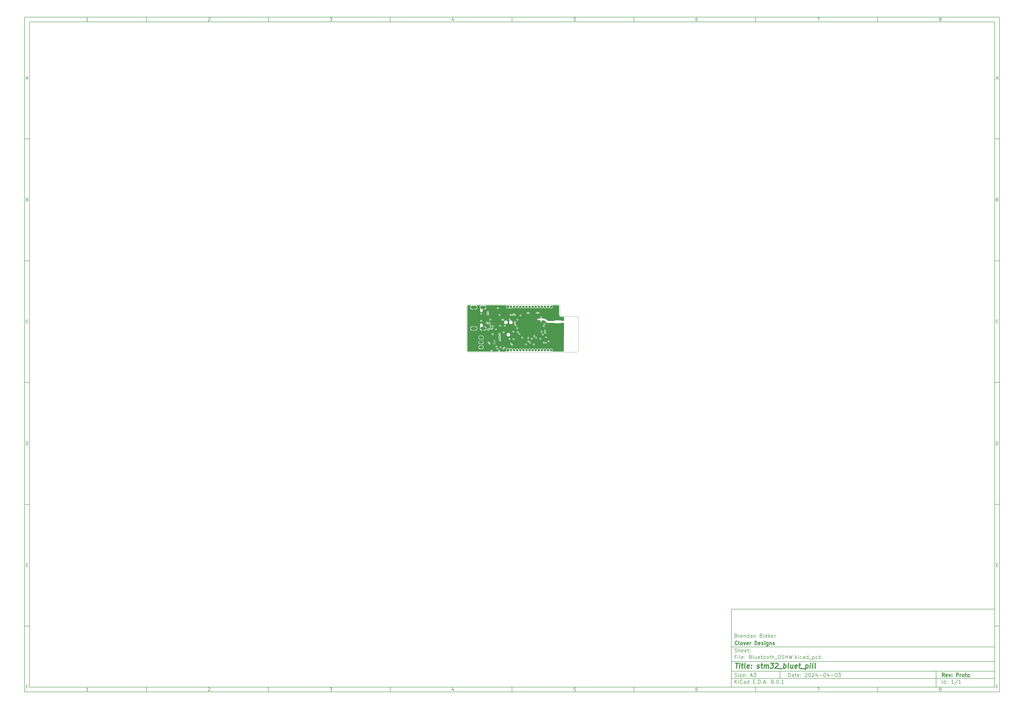
<source format=gbr>
%TF.GenerationSoftware,KiCad,Pcbnew,8.0.1*%
%TF.CreationDate,2024-04-03T21:58:22-07:00*%
%TF.ProjectId,Bluetooth_OSHW,426c7565-746f-46f7-9468-5f4f5348572e,Proto*%
%TF.SameCoordinates,Original*%
%TF.FileFunction,Copper,L2,Inr*%
%TF.FilePolarity,Positive*%
%FSLAX46Y46*%
G04 Gerber Fmt 4.6, Leading zero omitted, Abs format (unit mm)*
G04 Created by KiCad (PCBNEW 8.0.1) date 2024-04-03 21:58:22*
%MOMM*%
%LPD*%
G01*
G04 APERTURE LIST*
G04 Aperture macros list*
%AMRoundRect*
0 Rectangle with rounded corners*
0 $1 Rounding radius*
0 $2 $3 $4 $5 $6 $7 $8 $9 X,Y pos of 4 corners*
0 Add a 4 corners polygon primitive as box body*
4,1,4,$2,$3,$4,$5,$6,$7,$8,$9,$2,$3,0*
0 Add four circle primitives for the rounded corners*
1,1,$1+$1,$2,$3*
1,1,$1+$1,$4,$5*
1,1,$1+$1,$6,$7*
1,1,$1+$1,$8,$9*
0 Add four rect primitives between the rounded corners*
20,1,$1+$1,$2,$3,$4,$5,0*
20,1,$1+$1,$4,$5,$6,$7,0*
20,1,$1+$1,$6,$7,$8,$9,0*
20,1,$1+$1,$8,$9,$2,$3,0*%
G04 Aperture macros list end*
%ADD10C,0.100000*%
%ADD11C,0.150000*%
%ADD12C,0.300000*%
%ADD13C,0.400000*%
%TA.AperFunction,ComponentPad*%
%ADD14R,1.000000X1.000000*%
%TD*%
%TA.AperFunction,ComponentPad*%
%ADD15O,1.000000X1.000000*%
%TD*%
%TA.AperFunction,ComponentPad*%
%ADD16RoundRect,0.250000X-0.625000X0.350000X-0.625000X-0.350000X0.625000X-0.350000X0.625000X0.350000X0*%
%TD*%
%TA.AperFunction,ComponentPad*%
%ADD17O,1.750000X1.200000*%
%TD*%
%TA.AperFunction,ComponentPad*%
%ADD18O,2.300000X1.300000*%
%TD*%
%TA.AperFunction,ComponentPad*%
%ADD19O,2.600000X1.300000*%
%TD*%
%TA.AperFunction,ComponentPad*%
%ADD20C,0.400000*%
%TD*%
%TA.AperFunction,ViaPad*%
%ADD21C,0.375000*%
%TD*%
%TA.AperFunction,ViaPad*%
%ADD22C,0.600000*%
%TD*%
%TA.AperFunction,ViaPad*%
%ADD23C,0.400000*%
%TD*%
%TA.AperFunction,Profile*%
%ADD24C,0.100000*%
%TD*%
G04 APERTURE END LIST*
D10*
D11*
X299989000Y-253002200D02*
X407989000Y-253002200D01*
X407989000Y-285002200D01*
X299989000Y-285002200D01*
X299989000Y-253002200D01*
D10*
D11*
X10000000Y-10000000D02*
X409989000Y-10000000D01*
X409989000Y-287002200D01*
X10000000Y-287002200D01*
X10000000Y-10000000D01*
D10*
D11*
X12000000Y-12000000D02*
X407989000Y-12000000D01*
X407989000Y-285002200D01*
X12000000Y-285002200D01*
X12000000Y-12000000D01*
D10*
D11*
X60000000Y-12000000D02*
X60000000Y-10000000D01*
D10*
D11*
X110000000Y-12000000D02*
X110000000Y-10000000D01*
D10*
D11*
X160000000Y-12000000D02*
X160000000Y-10000000D01*
D10*
D11*
X210000000Y-12000000D02*
X210000000Y-10000000D01*
D10*
D11*
X260000000Y-12000000D02*
X260000000Y-10000000D01*
D10*
D11*
X310000000Y-12000000D02*
X310000000Y-10000000D01*
D10*
D11*
X360000000Y-12000000D02*
X360000000Y-10000000D01*
D10*
D11*
X36089160Y-11593604D02*
X35346303Y-11593604D01*
X35717731Y-11593604D02*
X35717731Y-10293604D01*
X35717731Y-10293604D02*
X35593922Y-10479319D01*
X35593922Y-10479319D02*
X35470112Y-10603128D01*
X35470112Y-10603128D02*
X35346303Y-10665033D01*
D10*
D11*
X85346303Y-10417414D02*
X85408207Y-10355509D01*
X85408207Y-10355509D02*
X85532017Y-10293604D01*
X85532017Y-10293604D02*
X85841541Y-10293604D01*
X85841541Y-10293604D02*
X85965350Y-10355509D01*
X85965350Y-10355509D02*
X86027255Y-10417414D01*
X86027255Y-10417414D02*
X86089160Y-10541223D01*
X86089160Y-10541223D02*
X86089160Y-10665033D01*
X86089160Y-10665033D02*
X86027255Y-10850747D01*
X86027255Y-10850747D02*
X85284398Y-11593604D01*
X85284398Y-11593604D02*
X86089160Y-11593604D01*
D10*
D11*
X135284398Y-10293604D02*
X136089160Y-10293604D01*
X136089160Y-10293604D02*
X135655826Y-10788842D01*
X135655826Y-10788842D02*
X135841541Y-10788842D01*
X135841541Y-10788842D02*
X135965350Y-10850747D01*
X135965350Y-10850747D02*
X136027255Y-10912652D01*
X136027255Y-10912652D02*
X136089160Y-11036461D01*
X136089160Y-11036461D02*
X136089160Y-11345985D01*
X136089160Y-11345985D02*
X136027255Y-11469795D01*
X136027255Y-11469795D02*
X135965350Y-11531700D01*
X135965350Y-11531700D02*
X135841541Y-11593604D01*
X135841541Y-11593604D02*
X135470112Y-11593604D01*
X135470112Y-11593604D02*
X135346303Y-11531700D01*
X135346303Y-11531700D02*
X135284398Y-11469795D01*
D10*
D11*
X185965350Y-10726938D02*
X185965350Y-11593604D01*
X185655826Y-10231700D02*
X185346303Y-11160271D01*
X185346303Y-11160271D02*
X186151064Y-11160271D01*
D10*
D11*
X236027255Y-10293604D02*
X235408207Y-10293604D01*
X235408207Y-10293604D02*
X235346303Y-10912652D01*
X235346303Y-10912652D02*
X235408207Y-10850747D01*
X235408207Y-10850747D02*
X235532017Y-10788842D01*
X235532017Y-10788842D02*
X235841541Y-10788842D01*
X235841541Y-10788842D02*
X235965350Y-10850747D01*
X235965350Y-10850747D02*
X236027255Y-10912652D01*
X236027255Y-10912652D02*
X236089160Y-11036461D01*
X236089160Y-11036461D02*
X236089160Y-11345985D01*
X236089160Y-11345985D02*
X236027255Y-11469795D01*
X236027255Y-11469795D02*
X235965350Y-11531700D01*
X235965350Y-11531700D02*
X235841541Y-11593604D01*
X235841541Y-11593604D02*
X235532017Y-11593604D01*
X235532017Y-11593604D02*
X235408207Y-11531700D01*
X235408207Y-11531700D02*
X235346303Y-11469795D01*
D10*
D11*
X285965350Y-10293604D02*
X285717731Y-10293604D01*
X285717731Y-10293604D02*
X285593922Y-10355509D01*
X285593922Y-10355509D02*
X285532017Y-10417414D01*
X285532017Y-10417414D02*
X285408207Y-10603128D01*
X285408207Y-10603128D02*
X285346303Y-10850747D01*
X285346303Y-10850747D02*
X285346303Y-11345985D01*
X285346303Y-11345985D02*
X285408207Y-11469795D01*
X285408207Y-11469795D02*
X285470112Y-11531700D01*
X285470112Y-11531700D02*
X285593922Y-11593604D01*
X285593922Y-11593604D02*
X285841541Y-11593604D01*
X285841541Y-11593604D02*
X285965350Y-11531700D01*
X285965350Y-11531700D02*
X286027255Y-11469795D01*
X286027255Y-11469795D02*
X286089160Y-11345985D01*
X286089160Y-11345985D02*
X286089160Y-11036461D01*
X286089160Y-11036461D02*
X286027255Y-10912652D01*
X286027255Y-10912652D02*
X285965350Y-10850747D01*
X285965350Y-10850747D02*
X285841541Y-10788842D01*
X285841541Y-10788842D02*
X285593922Y-10788842D01*
X285593922Y-10788842D02*
X285470112Y-10850747D01*
X285470112Y-10850747D02*
X285408207Y-10912652D01*
X285408207Y-10912652D02*
X285346303Y-11036461D01*
D10*
D11*
X335284398Y-10293604D02*
X336151064Y-10293604D01*
X336151064Y-10293604D02*
X335593922Y-11593604D01*
D10*
D11*
X385593922Y-10850747D02*
X385470112Y-10788842D01*
X385470112Y-10788842D02*
X385408207Y-10726938D01*
X385408207Y-10726938D02*
X385346303Y-10603128D01*
X385346303Y-10603128D02*
X385346303Y-10541223D01*
X385346303Y-10541223D02*
X385408207Y-10417414D01*
X385408207Y-10417414D02*
X385470112Y-10355509D01*
X385470112Y-10355509D02*
X385593922Y-10293604D01*
X385593922Y-10293604D02*
X385841541Y-10293604D01*
X385841541Y-10293604D02*
X385965350Y-10355509D01*
X385965350Y-10355509D02*
X386027255Y-10417414D01*
X386027255Y-10417414D02*
X386089160Y-10541223D01*
X386089160Y-10541223D02*
X386089160Y-10603128D01*
X386089160Y-10603128D02*
X386027255Y-10726938D01*
X386027255Y-10726938D02*
X385965350Y-10788842D01*
X385965350Y-10788842D02*
X385841541Y-10850747D01*
X385841541Y-10850747D02*
X385593922Y-10850747D01*
X385593922Y-10850747D02*
X385470112Y-10912652D01*
X385470112Y-10912652D02*
X385408207Y-10974557D01*
X385408207Y-10974557D02*
X385346303Y-11098366D01*
X385346303Y-11098366D02*
X385346303Y-11345985D01*
X385346303Y-11345985D02*
X385408207Y-11469795D01*
X385408207Y-11469795D02*
X385470112Y-11531700D01*
X385470112Y-11531700D02*
X385593922Y-11593604D01*
X385593922Y-11593604D02*
X385841541Y-11593604D01*
X385841541Y-11593604D02*
X385965350Y-11531700D01*
X385965350Y-11531700D02*
X386027255Y-11469795D01*
X386027255Y-11469795D02*
X386089160Y-11345985D01*
X386089160Y-11345985D02*
X386089160Y-11098366D01*
X386089160Y-11098366D02*
X386027255Y-10974557D01*
X386027255Y-10974557D02*
X385965350Y-10912652D01*
X385965350Y-10912652D02*
X385841541Y-10850747D01*
D10*
D11*
X60000000Y-285002200D02*
X60000000Y-287002200D01*
D10*
D11*
X110000000Y-285002200D02*
X110000000Y-287002200D01*
D10*
D11*
X160000000Y-285002200D02*
X160000000Y-287002200D01*
D10*
D11*
X210000000Y-285002200D02*
X210000000Y-287002200D01*
D10*
D11*
X260000000Y-285002200D02*
X260000000Y-287002200D01*
D10*
D11*
X310000000Y-285002200D02*
X310000000Y-287002200D01*
D10*
D11*
X360000000Y-285002200D02*
X360000000Y-287002200D01*
D10*
D11*
X36089160Y-286595804D02*
X35346303Y-286595804D01*
X35717731Y-286595804D02*
X35717731Y-285295804D01*
X35717731Y-285295804D02*
X35593922Y-285481519D01*
X35593922Y-285481519D02*
X35470112Y-285605328D01*
X35470112Y-285605328D02*
X35346303Y-285667233D01*
D10*
D11*
X85346303Y-285419614D02*
X85408207Y-285357709D01*
X85408207Y-285357709D02*
X85532017Y-285295804D01*
X85532017Y-285295804D02*
X85841541Y-285295804D01*
X85841541Y-285295804D02*
X85965350Y-285357709D01*
X85965350Y-285357709D02*
X86027255Y-285419614D01*
X86027255Y-285419614D02*
X86089160Y-285543423D01*
X86089160Y-285543423D02*
X86089160Y-285667233D01*
X86089160Y-285667233D02*
X86027255Y-285852947D01*
X86027255Y-285852947D02*
X85284398Y-286595804D01*
X85284398Y-286595804D02*
X86089160Y-286595804D01*
D10*
D11*
X135284398Y-285295804D02*
X136089160Y-285295804D01*
X136089160Y-285295804D02*
X135655826Y-285791042D01*
X135655826Y-285791042D02*
X135841541Y-285791042D01*
X135841541Y-285791042D02*
X135965350Y-285852947D01*
X135965350Y-285852947D02*
X136027255Y-285914852D01*
X136027255Y-285914852D02*
X136089160Y-286038661D01*
X136089160Y-286038661D02*
X136089160Y-286348185D01*
X136089160Y-286348185D02*
X136027255Y-286471995D01*
X136027255Y-286471995D02*
X135965350Y-286533900D01*
X135965350Y-286533900D02*
X135841541Y-286595804D01*
X135841541Y-286595804D02*
X135470112Y-286595804D01*
X135470112Y-286595804D02*
X135346303Y-286533900D01*
X135346303Y-286533900D02*
X135284398Y-286471995D01*
D10*
D11*
X185965350Y-285729138D02*
X185965350Y-286595804D01*
X185655826Y-285233900D02*
X185346303Y-286162471D01*
X185346303Y-286162471D02*
X186151064Y-286162471D01*
D10*
D11*
X236027255Y-285295804D02*
X235408207Y-285295804D01*
X235408207Y-285295804D02*
X235346303Y-285914852D01*
X235346303Y-285914852D02*
X235408207Y-285852947D01*
X235408207Y-285852947D02*
X235532017Y-285791042D01*
X235532017Y-285791042D02*
X235841541Y-285791042D01*
X235841541Y-285791042D02*
X235965350Y-285852947D01*
X235965350Y-285852947D02*
X236027255Y-285914852D01*
X236027255Y-285914852D02*
X236089160Y-286038661D01*
X236089160Y-286038661D02*
X236089160Y-286348185D01*
X236089160Y-286348185D02*
X236027255Y-286471995D01*
X236027255Y-286471995D02*
X235965350Y-286533900D01*
X235965350Y-286533900D02*
X235841541Y-286595804D01*
X235841541Y-286595804D02*
X235532017Y-286595804D01*
X235532017Y-286595804D02*
X235408207Y-286533900D01*
X235408207Y-286533900D02*
X235346303Y-286471995D01*
D10*
D11*
X285965350Y-285295804D02*
X285717731Y-285295804D01*
X285717731Y-285295804D02*
X285593922Y-285357709D01*
X285593922Y-285357709D02*
X285532017Y-285419614D01*
X285532017Y-285419614D02*
X285408207Y-285605328D01*
X285408207Y-285605328D02*
X285346303Y-285852947D01*
X285346303Y-285852947D02*
X285346303Y-286348185D01*
X285346303Y-286348185D02*
X285408207Y-286471995D01*
X285408207Y-286471995D02*
X285470112Y-286533900D01*
X285470112Y-286533900D02*
X285593922Y-286595804D01*
X285593922Y-286595804D02*
X285841541Y-286595804D01*
X285841541Y-286595804D02*
X285965350Y-286533900D01*
X285965350Y-286533900D02*
X286027255Y-286471995D01*
X286027255Y-286471995D02*
X286089160Y-286348185D01*
X286089160Y-286348185D02*
X286089160Y-286038661D01*
X286089160Y-286038661D02*
X286027255Y-285914852D01*
X286027255Y-285914852D02*
X285965350Y-285852947D01*
X285965350Y-285852947D02*
X285841541Y-285791042D01*
X285841541Y-285791042D02*
X285593922Y-285791042D01*
X285593922Y-285791042D02*
X285470112Y-285852947D01*
X285470112Y-285852947D02*
X285408207Y-285914852D01*
X285408207Y-285914852D02*
X285346303Y-286038661D01*
D10*
D11*
X335284398Y-285295804D02*
X336151064Y-285295804D01*
X336151064Y-285295804D02*
X335593922Y-286595804D01*
D10*
D11*
X385593922Y-285852947D02*
X385470112Y-285791042D01*
X385470112Y-285791042D02*
X385408207Y-285729138D01*
X385408207Y-285729138D02*
X385346303Y-285605328D01*
X385346303Y-285605328D02*
X385346303Y-285543423D01*
X385346303Y-285543423D02*
X385408207Y-285419614D01*
X385408207Y-285419614D02*
X385470112Y-285357709D01*
X385470112Y-285357709D02*
X385593922Y-285295804D01*
X385593922Y-285295804D02*
X385841541Y-285295804D01*
X385841541Y-285295804D02*
X385965350Y-285357709D01*
X385965350Y-285357709D02*
X386027255Y-285419614D01*
X386027255Y-285419614D02*
X386089160Y-285543423D01*
X386089160Y-285543423D02*
X386089160Y-285605328D01*
X386089160Y-285605328D02*
X386027255Y-285729138D01*
X386027255Y-285729138D02*
X385965350Y-285791042D01*
X385965350Y-285791042D02*
X385841541Y-285852947D01*
X385841541Y-285852947D02*
X385593922Y-285852947D01*
X385593922Y-285852947D02*
X385470112Y-285914852D01*
X385470112Y-285914852D02*
X385408207Y-285976757D01*
X385408207Y-285976757D02*
X385346303Y-286100566D01*
X385346303Y-286100566D02*
X385346303Y-286348185D01*
X385346303Y-286348185D02*
X385408207Y-286471995D01*
X385408207Y-286471995D02*
X385470112Y-286533900D01*
X385470112Y-286533900D02*
X385593922Y-286595804D01*
X385593922Y-286595804D02*
X385841541Y-286595804D01*
X385841541Y-286595804D02*
X385965350Y-286533900D01*
X385965350Y-286533900D02*
X386027255Y-286471995D01*
X386027255Y-286471995D02*
X386089160Y-286348185D01*
X386089160Y-286348185D02*
X386089160Y-286100566D01*
X386089160Y-286100566D02*
X386027255Y-285976757D01*
X386027255Y-285976757D02*
X385965350Y-285914852D01*
X385965350Y-285914852D02*
X385841541Y-285852947D01*
D10*
D11*
X10000000Y-60000000D02*
X12000000Y-60000000D01*
D10*
D11*
X10000000Y-110000000D02*
X12000000Y-110000000D01*
D10*
D11*
X10000000Y-160000000D02*
X12000000Y-160000000D01*
D10*
D11*
X10000000Y-210000000D02*
X12000000Y-210000000D01*
D10*
D11*
X10000000Y-260000000D02*
X12000000Y-260000000D01*
D10*
D11*
X10690476Y-35222176D02*
X11309523Y-35222176D01*
X10566666Y-35593604D02*
X10999999Y-34293604D01*
X10999999Y-34293604D02*
X11433333Y-35593604D01*
D10*
D11*
X11092857Y-84912652D02*
X11278571Y-84974557D01*
X11278571Y-84974557D02*
X11340476Y-85036461D01*
X11340476Y-85036461D02*
X11402380Y-85160271D01*
X11402380Y-85160271D02*
X11402380Y-85345985D01*
X11402380Y-85345985D02*
X11340476Y-85469795D01*
X11340476Y-85469795D02*
X11278571Y-85531700D01*
X11278571Y-85531700D02*
X11154761Y-85593604D01*
X11154761Y-85593604D02*
X10659523Y-85593604D01*
X10659523Y-85593604D02*
X10659523Y-84293604D01*
X10659523Y-84293604D02*
X11092857Y-84293604D01*
X11092857Y-84293604D02*
X11216666Y-84355509D01*
X11216666Y-84355509D02*
X11278571Y-84417414D01*
X11278571Y-84417414D02*
X11340476Y-84541223D01*
X11340476Y-84541223D02*
X11340476Y-84665033D01*
X11340476Y-84665033D02*
X11278571Y-84788842D01*
X11278571Y-84788842D02*
X11216666Y-84850747D01*
X11216666Y-84850747D02*
X11092857Y-84912652D01*
X11092857Y-84912652D02*
X10659523Y-84912652D01*
D10*
D11*
X11402380Y-135469795D02*
X11340476Y-135531700D01*
X11340476Y-135531700D02*
X11154761Y-135593604D01*
X11154761Y-135593604D02*
X11030952Y-135593604D01*
X11030952Y-135593604D02*
X10845238Y-135531700D01*
X10845238Y-135531700D02*
X10721428Y-135407890D01*
X10721428Y-135407890D02*
X10659523Y-135284080D01*
X10659523Y-135284080D02*
X10597619Y-135036461D01*
X10597619Y-135036461D02*
X10597619Y-134850747D01*
X10597619Y-134850747D02*
X10659523Y-134603128D01*
X10659523Y-134603128D02*
X10721428Y-134479319D01*
X10721428Y-134479319D02*
X10845238Y-134355509D01*
X10845238Y-134355509D02*
X11030952Y-134293604D01*
X11030952Y-134293604D02*
X11154761Y-134293604D01*
X11154761Y-134293604D02*
X11340476Y-134355509D01*
X11340476Y-134355509D02*
X11402380Y-134417414D01*
D10*
D11*
X10659523Y-185593604D02*
X10659523Y-184293604D01*
X10659523Y-184293604D02*
X10969047Y-184293604D01*
X10969047Y-184293604D02*
X11154761Y-184355509D01*
X11154761Y-184355509D02*
X11278571Y-184479319D01*
X11278571Y-184479319D02*
X11340476Y-184603128D01*
X11340476Y-184603128D02*
X11402380Y-184850747D01*
X11402380Y-184850747D02*
X11402380Y-185036461D01*
X11402380Y-185036461D02*
X11340476Y-185284080D01*
X11340476Y-185284080D02*
X11278571Y-185407890D01*
X11278571Y-185407890D02*
X11154761Y-185531700D01*
X11154761Y-185531700D02*
X10969047Y-185593604D01*
X10969047Y-185593604D02*
X10659523Y-185593604D01*
D10*
D11*
X10721428Y-234912652D02*
X11154762Y-234912652D01*
X11340476Y-235593604D02*
X10721428Y-235593604D01*
X10721428Y-235593604D02*
X10721428Y-234293604D01*
X10721428Y-234293604D02*
X11340476Y-234293604D01*
D10*
D11*
X11185714Y-284912652D02*
X10752380Y-284912652D01*
X10752380Y-285593604D02*
X10752380Y-284293604D01*
X10752380Y-284293604D02*
X11371428Y-284293604D01*
D10*
D11*
X409989000Y-60000000D02*
X407989000Y-60000000D01*
D10*
D11*
X409989000Y-110000000D02*
X407989000Y-110000000D01*
D10*
D11*
X409989000Y-160000000D02*
X407989000Y-160000000D01*
D10*
D11*
X409989000Y-210000000D02*
X407989000Y-210000000D01*
D10*
D11*
X409989000Y-260000000D02*
X407989000Y-260000000D01*
D10*
D11*
X408679476Y-35222176D02*
X409298523Y-35222176D01*
X408555666Y-35593604D02*
X408988999Y-34293604D01*
X408988999Y-34293604D02*
X409422333Y-35593604D01*
D10*
D11*
X409081857Y-84912652D02*
X409267571Y-84974557D01*
X409267571Y-84974557D02*
X409329476Y-85036461D01*
X409329476Y-85036461D02*
X409391380Y-85160271D01*
X409391380Y-85160271D02*
X409391380Y-85345985D01*
X409391380Y-85345985D02*
X409329476Y-85469795D01*
X409329476Y-85469795D02*
X409267571Y-85531700D01*
X409267571Y-85531700D02*
X409143761Y-85593604D01*
X409143761Y-85593604D02*
X408648523Y-85593604D01*
X408648523Y-85593604D02*
X408648523Y-84293604D01*
X408648523Y-84293604D02*
X409081857Y-84293604D01*
X409081857Y-84293604D02*
X409205666Y-84355509D01*
X409205666Y-84355509D02*
X409267571Y-84417414D01*
X409267571Y-84417414D02*
X409329476Y-84541223D01*
X409329476Y-84541223D02*
X409329476Y-84665033D01*
X409329476Y-84665033D02*
X409267571Y-84788842D01*
X409267571Y-84788842D02*
X409205666Y-84850747D01*
X409205666Y-84850747D02*
X409081857Y-84912652D01*
X409081857Y-84912652D02*
X408648523Y-84912652D01*
D10*
D11*
X409391380Y-135469795D02*
X409329476Y-135531700D01*
X409329476Y-135531700D02*
X409143761Y-135593604D01*
X409143761Y-135593604D02*
X409019952Y-135593604D01*
X409019952Y-135593604D02*
X408834238Y-135531700D01*
X408834238Y-135531700D02*
X408710428Y-135407890D01*
X408710428Y-135407890D02*
X408648523Y-135284080D01*
X408648523Y-135284080D02*
X408586619Y-135036461D01*
X408586619Y-135036461D02*
X408586619Y-134850747D01*
X408586619Y-134850747D02*
X408648523Y-134603128D01*
X408648523Y-134603128D02*
X408710428Y-134479319D01*
X408710428Y-134479319D02*
X408834238Y-134355509D01*
X408834238Y-134355509D02*
X409019952Y-134293604D01*
X409019952Y-134293604D02*
X409143761Y-134293604D01*
X409143761Y-134293604D02*
X409329476Y-134355509D01*
X409329476Y-134355509D02*
X409391380Y-134417414D01*
D10*
D11*
X408648523Y-185593604D02*
X408648523Y-184293604D01*
X408648523Y-184293604D02*
X408958047Y-184293604D01*
X408958047Y-184293604D02*
X409143761Y-184355509D01*
X409143761Y-184355509D02*
X409267571Y-184479319D01*
X409267571Y-184479319D02*
X409329476Y-184603128D01*
X409329476Y-184603128D02*
X409391380Y-184850747D01*
X409391380Y-184850747D02*
X409391380Y-185036461D01*
X409391380Y-185036461D02*
X409329476Y-185284080D01*
X409329476Y-185284080D02*
X409267571Y-185407890D01*
X409267571Y-185407890D02*
X409143761Y-185531700D01*
X409143761Y-185531700D02*
X408958047Y-185593604D01*
X408958047Y-185593604D02*
X408648523Y-185593604D01*
D10*
D11*
X408710428Y-234912652D02*
X409143762Y-234912652D01*
X409329476Y-235593604D02*
X408710428Y-235593604D01*
X408710428Y-235593604D02*
X408710428Y-234293604D01*
X408710428Y-234293604D02*
X409329476Y-234293604D01*
D10*
D11*
X409174714Y-284912652D02*
X408741380Y-284912652D01*
X408741380Y-285593604D02*
X408741380Y-284293604D01*
X408741380Y-284293604D02*
X409360428Y-284293604D01*
D10*
D11*
X323444826Y-280788328D02*
X323444826Y-279288328D01*
X323444826Y-279288328D02*
X323801969Y-279288328D01*
X323801969Y-279288328D02*
X324016255Y-279359757D01*
X324016255Y-279359757D02*
X324159112Y-279502614D01*
X324159112Y-279502614D02*
X324230541Y-279645471D01*
X324230541Y-279645471D02*
X324301969Y-279931185D01*
X324301969Y-279931185D02*
X324301969Y-280145471D01*
X324301969Y-280145471D02*
X324230541Y-280431185D01*
X324230541Y-280431185D02*
X324159112Y-280574042D01*
X324159112Y-280574042D02*
X324016255Y-280716900D01*
X324016255Y-280716900D02*
X323801969Y-280788328D01*
X323801969Y-280788328D02*
X323444826Y-280788328D01*
X325587684Y-280788328D02*
X325587684Y-280002614D01*
X325587684Y-280002614D02*
X325516255Y-279859757D01*
X325516255Y-279859757D02*
X325373398Y-279788328D01*
X325373398Y-279788328D02*
X325087684Y-279788328D01*
X325087684Y-279788328D02*
X324944826Y-279859757D01*
X325587684Y-280716900D02*
X325444826Y-280788328D01*
X325444826Y-280788328D02*
X325087684Y-280788328D01*
X325087684Y-280788328D02*
X324944826Y-280716900D01*
X324944826Y-280716900D02*
X324873398Y-280574042D01*
X324873398Y-280574042D02*
X324873398Y-280431185D01*
X324873398Y-280431185D02*
X324944826Y-280288328D01*
X324944826Y-280288328D02*
X325087684Y-280216900D01*
X325087684Y-280216900D02*
X325444826Y-280216900D01*
X325444826Y-280216900D02*
X325587684Y-280145471D01*
X326087684Y-279788328D02*
X326659112Y-279788328D01*
X326301969Y-279288328D02*
X326301969Y-280574042D01*
X326301969Y-280574042D02*
X326373398Y-280716900D01*
X326373398Y-280716900D02*
X326516255Y-280788328D01*
X326516255Y-280788328D02*
X326659112Y-280788328D01*
X327730541Y-280716900D02*
X327587684Y-280788328D01*
X327587684Y-280788328D02*
X327301970Y-280788328D01*
X327301970Y-280788328D02*
X327159112Y-280716900D01*
X327159112Y-280716900D02*
X327087684Y-280574042D01*
X327087684Y-280574042D02*
X327087684Y-280002614D01*
X327087684Y-280002614D02*
X327159112Y-279859757D01*
X327159112Y-279859757D02*
X327301970Y-279788328D01*
X327301970Y-279788328D02*
X327587684Y-279788328D01*
X327587684Y-279788328D02*
X327730541Y-279859757D01*
X327730541Y-279859757D02*
X327801970Y-280002614D01*
X327801970Y-280002614D02*
X327801970Y-280145471D01*
X327801970Y-280145471D02*
X327087684Y-280288328D01*
X328444826Y-280645471D02*
X328516255Y-280716900D01*
X328516255Y-280716900D02*
X328444826Y-280788328D01*
X328444826Y-280788328D02*
X328373398Y-280716900D01*
X328373398Y-280716900D02*
X328444826Y-280645471D01*
X328444826Y-280645471D02*
X328444826Y-280788328D01*
X328444826Y-279859757D02*
X328516255Y-279931185D01*
X328516255Y-279931185D02*
X328444826Y-280002614D01*
X328444826Y-280002614D02*
X328373398Y-279931185D01*
X328373398Y-279931185D02*
X328444826Y-279859757D01*
X328444826Y-279859757D02*
X328444826Y-280002614D01*
X330230541Y-279431185D02*
X330301969Y-279359757D01*
X330301969Y-279359757D02*
X330444827Y-279288328D01*
X330444827Y-279288328D02*
X330801969Y-279288328D01*
X330801969Y-279288328D02*
X330944827Y-279359757D01*
X330944827Y-279359757D02*
X331016255Y-279431185D01*
X331016255Y-279431185D02*
X331087684Y-279574042D01*
X331087684Y-279574042D02*
X331087684Y-279716900D01*
X331087684Y-279716900D02*
X331016255Y-279931185D01*
X331016255Y-279931185D02*
X330159112Y-280788328D01*
X330159112Y-280788328D02*
X331087684Y-280788328D01*
X332016255Y-279288328D02*
X332159112Y-279288328D01*
X332159112Y-279288328D02*
X332301969Y-279359757D01*
X332301969Y-279359757D02*
X332373398Y-279431185D01*
X332373398Y-279431185D02*
X332444826Y-279574042D01*
X332444826Y-279574042D02*
X332516255Y-279859757D01*
X332516255Y-279859757D02*
X332516255Y-280216900D01*
X332516255Y-280216900D02*
X332444826Y-280502614D01*
X332444826Y-280502614D02*
X332373398Y-280645471D01*
X332373398Y-280645471D02*
X332301969Y-280716900D01*
X332301969Y-280716900D02*
X332159112Y-280788328D01*
X332159112Y-280788328D02*
X332016255Y-280788328D01*
X332016255Y-280788328D02*
X331873398Y-280716900D01*
X331873398Y-280716900D02*
X331801969Y-280645471D01*
X331801969Y-280645471D02*
X331730540Y-280502614D01*
X331730540Y-280502614D02*
X331659112Y-280216900D01*
X331659112Y-280216900D02*
X331659112Y-279859757D01*
X331659112Y-279859757D02*
X331730540Y-279574042D01*
X331730540Y-279574042D02*
X331801969Y-279431185D01*
X331801969Y-279431185D02*
X331873398Y-279359757D01*
X331873398Y-279359757D02*
X332016255Y-279288328D01*
X333087683Y-279431185D02*
X333159111Y-279359757D01*
X333159111Y-279359757D02*
X333301969Y-279288328D01*
X333301969Y-279288328D02*
X333659111Y-279288328D01*
X333659111Y-279288328D02*
X333801969Y-279359757D01*
X333801969Y-279359757D02*
X333873397Y-279431185D01*
X333873397Y-279431185D02*
X333944826Y-279574042D01*
X333944826Y-279574042D02*
X333944826Y-279716900D01*
X333944826Y-279716900D02*
X333873397Y-279931185D01*
X333873397Y-279931185D02*
X333016254Y-280788328D01*
X333016254Y-280788328D02*
X333944826Y-280788328D01*
X335230540Y-279788328D02*
X335230540Y-280788328D01*
X334873397Y-279216900D02*
X334516254Y-280288328D01*
X334516254Y-280288328D02*
X335444825Y-280288328D01*
X336016253Y-280216900D02*
X337159111Y-280216900D01*
X338159111Y-279288328D02*
X338301968Y-279288328D01*
X338301968Y-279288328D02*
X338444825Y-279359757D01*
X338444825Y-279359757D02*
X338516254Y-279431185D01*
X338516254Y-279431185D02*
X338587682Y-279574042D01*
X338587682Y-279574042D02*
X338659111Y-279859757D01*
X338659111Y-279859757D02*
X338659111Y-280216900D01*
X338659111Y-280216900D02*
X338587682Y-280502614D01*
X338587682Y-280502614D02*
X338516254Y-280645471D01*
X338516254Y-280645471D02*
X338444825Y-280716900D01*
X338444825Y-280716900D02*
X338301968Y-280788328D01*
X338301968Y-280788328D02*
X338159111Y-280788328D01*
X338159111Y-280788328D02*
X338016254Y-280716900D01*
X338016254Y-280716900D02*
X337944825Y-280645471D01*
X337944825Y-280645471D02*
X337873396Y-280502614D01*
X337873396Y-280502614D02*
X337801968Y-280216900D01*
X337801968Y-280216900D02*
X337801968Y-279859757D01*
X337801968Y-279859757D02*
X337873396Y-279574042D01*
X337873396Y-279574042D02*
X337944825Y-279431185D01*
X337944825Y-279431185D02*
X338016254Y-279359757D01*
X338016254Y-279359757D02*
X338159111Y-279288328D01*
X339944825Y-279788328D02*
X339944825Y-280788328D01*
X339587682Y-279216900D02*
X339230539Y-280288328D01*
X339230539Y-280288328D02*
X340159110Y-280288328D01*
X340730538Y-280216900D02*
X341873396Y-280216900D01*
X342873396Y-279288328D02*
X343016253Y-279288328D01*
X343016253Y-279288328D02*
X343159110Y-279359757D01*
X343159110Y-279359757D02*
X343230539Y-279431185D01*
X343230539Y-279431185D02*
X343301967Y-279574042D01*
X343301967Y-279574042D02*
X343373396Y-279859757D01*
X343373396Y-279859757D02*
X343373396Y-280216900D01*
X343373396Y-280216900D02*
X343301967Y-280502614D01*
X343301967Y-280502614D02*
X343230539Y-280645471D01*
X343230539Y-280645471D02*
X343159110Y-280716900D01*
X343159110Y-280716900D02*
X343016253Y-280788328D01*
X343016253Y-280788328D02*
X342873396Y-280788328D01*
X342873396Y-280788328D02*
X342730539Y-280716900D01*
X342730539Y-280716900D02*
X342659110Y-280645471D01*
X342659110Y-280645471D02*
X342587681Y-280502614D01*
X342587681Y-280502614D02*
X342516253Y-280216900D01*
X342516253Y-280216900D02*
X342516253Y-279859757D01*
X342516253Y-279859757D02*
X342587681Y-279574042D01*
X342587681Y-279574042D02*
X342659110Y-279431185D01*
X342659110Y-279431185D02*
X342730539Y-279359757D01*
X342730539Y-279359757D02*
X342873396Y-279288328D01*
X343873395Y-279288328D02*
X344801967Y-279288328D01*
X344801967Y-279288328D02*
X344301967Y-279859757D01*
X344301967Y-279859757D02*
X344516252Y-279859757D01*
X344516252Y-279859757D02*
X344659110Y-279931185D01*
X344659110Y-279931185D02*
X344730538Y-280002614D01*
X344730538Y-280002614D02*
X344801967Y-280145471D01*
X344801967Y-280145471D02*
X344801967Y-280502614D01*
X344801967Y-280502614D02*
X344730538Y-280645471D01*
X344730538Y-280645471D02*
X344659110Y-280716900D01*
X344659110Y-280716900D02*
X344516252Y-280788328D01*
X344516252Y-280788328D02*
X344087681Y-280788328D01*
X344087681Y-280788328D02*
X343944824Y-280716900D01*
X343944824Y-280716900D02*
X343873395Y-280645471D01*
D10*
D11*
X299989000Y-281502200D02*
X407989000Y-281502200D01*
D10*
D11*
X301444826Y-283588328D02*
X301444826Y-282088328D01*
X302301969Y-283588328D02*
X301659112Y-282731185D01*
X302301969Y-282088328D02*
X301444826Y-282945471D01*
X302944826Y-283588328D02*
X302944826Y-282588328D01*
X302944826Y-282088328D02*
X302873398Y-282159757D01*
X302873398Y-282159757D02*
X302944826Y-282231185D01*
X302944826Y-282231185D02*
X303016255Y-282159757D01*
X303016255Y-282159757D02*
X302944826Y-282088328D01*
X302944826Y-282088328D02*
X302944826Y-282231185D01*
X304516255Y-283445471D02*
X304444827Y-283516900D01*
X304444827Y-283516900D02*
X304230541Y-283588328D01*
X304230541Y-283588328D02*
X304087684Y-283588328D01*
X304087684Y-283588328D02*
X303873398Y-283516900D01*
X303873398Y-283516900D02*
X303730541Y-283374042D01*
X303730541Y-283374042D02*
X303659112Y-283231185D01*
X303659112Y-283231185D02*
X303587684Y-282945471D01*
X303587684Y-282945471D02*
X303587684Y-282731185D01*
X303587684Y-282731185D02*
X303659112Y-282445471D01*
X303659112Y-282445471D02*
X303730541Y-282302614D01*
X303730541Y-282302614D02*
X303873398Y-282159757D01*
X303873398Y-282159757D02*
X304087684Y-282088328D01*
X304087684Y-282088328D02*
X304230541Y-282088328D01*
X304230541Y-282088328D02*
X304444827Y-282159757D01*
X304444827Y-282159757D02*
X304516255Y-282231185D01*
X305801970Y-283588328D02*
X305801970Y-282802614D01*
X305801970Y-282802614D02*
X305730541Y-282659757D01*
X305730541Y-282659757D02*
X305587684Y-282588328D01*
X305587684Y-282588328D02*
X305301970Y-282588328D01*
X305301970Y-282588328D02*
X305159112Y-282659757D01*
X305801970Y-283516900D02*
X305659112Y-283588328D01*
X305659112Y-283588328D02*
X305301970Y-283588328D01*
X305301970Y-283588328D02*
X305159112Y-283516900D01*
X305159112Y-283516900D02*
X305087684Y-283374042D01*
X305087684Y-283374042D02*
X305087684Y-283231185D01*
X305087684Y-283231185D02*
X305159112Y-283088328D01*
X305159112Y-283088328D02*
X305301970Y-283016900D01*
X305301970Y-283016900D02*
X305659112Y-283016900D01*
X305659112Y-283016900D02*
X305801970Y-282945471D01*
X307159113Y-283588328D02*
X307159113Y-282088328D01*
X307159113Y-283516900D02*
X307016255Y-283588328D01*
X307016255Y-283588328D02*
X306730541Y-283588328D01*
X306730541Y-283588328D02*
X306587684Y-283516900D01*
X306587684Y-283516900D02*
X306516255Y-283445471D01*
X306516255Y-283445471D02*
X306444827Y-283302614D01*
X306444827Y-283302614D02*
X306444827Y-282874042D01*
X306444827Y-282874042D02*
X306516255Y-282731185D01*
X306516255Y-282731185D02*
X306587684Y-282659757D01*
X306587684Y-282659757D02*
X306730541Y-282588328D01*
X306730541Y-282588328D02*
X307016255Y-282588328D01*
X307016255Y-282588328D02*
X307159113Y-282659757D01*
X309016255Y-282802614D02*
X309516255Y-282802614D01*
X309730541Y-283588328D02*
X309016255Y-283588328D01*
X309016255Y-283588328D02*
X309016255Y-282088328D01*
X309016255Y-282088328D02*
X309730541Y-282088328D01*
X310373398Y-283445471D02*
X310444827Y-283516900D01*
X310444827Y-283516900D02*
X310373398Y-283588328D01*
X310373398Y-283588328D02*
X310301970Y-283516900D01*
X310301970Y-283516900D02*
X310373398Y-283445471D01*
X310373398Y-283445471D02*
X310373398Y-283588328D01*
X311087684Y-283588328D02*
X311087684Y-282088328D01*
X311087684Y-282088328D02*
X311444827Y-282088328D01*
X311444827Y-282088328D02*
X311659113Y-282159757D01*
X311659113Y-282159757D02*
X311801970Y-282302614D01*
X311801970Y-282302614D02*
X311873399Y-282445471D01*
X311873399Y-282445471D02*
X311944827Y-282731185D01*
X311944827Y-282731185D02*
X311944827Y-282945471D01*
X311944827Y-282945471D02*
X311873399Y-283231185D01*
X311873399Y-283231185D02*
X311801970Y-283374042D01*
X311801970Y-283374042D02*
X311659113Y-283516900D01*
X311659113Y-283516900D02*
X311444827Y-283588328D01*
X311444827Y-283588328D02*
X311087684Y-283588328D01*
X312587684Y-283445471D02*
X312659113Y-283516900D01*
X312659113Y-283516900D02*
X312587684Y-283588328D01*
X312587684Y-283588328D02*
X312516256Y-283516900D01*
X312516256Y-283516900D02*
X312587684Y-283445471D01*
X312587684Y-283445471D02*
X312587684Y-283588328D01*
X313230542Y-283159757D02*
X313944828Y-283159757D01*
X313087685Y-283588328D02*
X313587685Y-282088328D01*
X313587685Y-282088328D02*
X314087685Y-283588328D01*
X314587684Y-283445471D02*
X314659113Y-283516900D01*
X314659113Y-283516900D02*
X314587684Y-283588328D01*
X314587684Y-283588328D02*
X314516256Y-283516900D01*
X314516256Y-283516900D02*
X314587684Y-283445471D01*
X314587684Y-283445471D02*
X314587684Y-283588328D01*
X316659113Y-282731185D02*
X316516256Y-282659757D01*
X316516256Y-282659757D02*
X316444827Y-282588328D01*
X316444827Y-282588328D02*
X316373399Y-282445471D01*
X316373399Y-282445471D02*
X316373399Y-282374042D01*
X316373399Y-282374042D02*
X316444827Y-282231185D01*
X316444827Y-282231185D02*
X316516256Y-282159757D01*
X316516256Y-282159757D02*
X316659113Y-282088328D01*
X316659113Y-282088328D02*
X316944827Y-282088328D01*
X316944827Y-282088328D02*
X317087685Y-282159757D01*
X317087685Y-282159757D02*
X317159113Y-282231185D01*
X317159113Y-282231185D02*
X317230542Y-282374042D01*
X317230542Y-282374042D02*
X317230542Y-282445471D01*
X317230542Y-282445471D02*
X317159113Y-282588328D01*
X317159113Y-282588328D02*
X317087685Y-282659757D01*
X317087685Y-282659757D02*
X316944827Y-282731185D01*
X316944827Y-282731185D02*
X316659113Y-282731185D01*
X316659113Y-282731185D02*
X316516256Y-282802614D01*
X316516256Y-282802614D02*
X316444827Y-282874042D01*
X316444827Y-282874042D02*
X316373399Y-283016900D01*
X316373399Y-283016900D02*
X316373399Y-283302614D01*
X316373399Y-283302614D02*
X316444827Y-283445471D01*
X316444827Y-283445471D02*
X316516256Y-283516900D01*
X316516256Y-283516900D02*
X316659113Y-283588328D01*
X316659113Y-283588328D02*
X316944827Y-283588328D01*
X316944827Y-283588328D02*
X317087685Y-283516900D01*
X317087685Y-283516900D02*
X317159113Y-283445471D01*
X317159113Y-283445471D02*
X317230542Y-283302614D01*
X317230542Y-283302614D02*
X317230542Y-283016900D01*
X317230542Y-283016900D02*
X317159113Y-282874042D01*
X317159113Y-282874042D02*
X317087685Y-282802614D01*
X317087685Y-282802614D02*
X316944827Y-282731185D01*
X317873398Y-283445471D02*
X317944827Y-283516900D01*
X317944827Y-283516900D02*
X317873398Y-283588328D01*
X317873398Y-283588328D02*
X317801970Y-283516900D01*
X317801970Y-283516900D02*
X317873398Y-283445471D01*
X317873398Y-283445471D02*
X317873398Y-283588328D01*
X318873399Y-282088328D02*
X319016256Y-282088328D01*
X319016256Y-282088328D02*
X319159113Y-282159757D01*
X319159113Y-282159757D02*
X319230542Y-282231185D01*
X319230542Y-282231185D02*
X319301970Y-282374042D01*
X319301970Y-282374042D02*
X319373399Y-282659757D01*
X319373399Y-282659757D02*
X319373399Y-283016900D01*
X319373399Y-283016900D02*
X319301970Y-283302614D01*
X319301970Y-283302614D02*
X319230542Y-283445471D01*
X319230542Y-283445471D02*
X319159113Y-283516900D01*
X319159113Y-283516900D02*
X319016256Y-283588328D01*
X319016256Y-283588328D02*
X318873399Y-283588328D01*
X318873399Y-283588328D02*
X318730542Y-283516900D01*
X318730542Y-283516900D02*
X318659113Y-283445471D01*
X318659113Y-283445471D02*
X318587684Y-283302614D01*
X318587684Y-283302614D02*
X318516256Y-283016900D01*
X318516256Y-283016900D02*
X318516256Y-282659757D01*
X318516256Y-282659757D02*
X318587684Y-282374042D01*
X318587684Y-282374042D02*
X318659113Y-282231185D01*
X318659113Y-282231185D02*
X318730542Y-282159757D01*
X318730542Y-282159757D02*
X318873399Y-282088328D01*
X320016255Y-283445471D02*
X320087684Y-283516900D01*
X320087684Y-283516900D02*
X320016255Y-283588328D01*
X320016255Y-283588328D02*
X319944827Y-283516900D01*
X319944827Y-283516900D02*
X320016255Y-283445471D01*
X320016255Y-283445471D02*
X320016255Y-283588328D01*
X321516256Y-283588328D02*
X320659113Y-283588328D01*
X321087684Y-283588328D02*
X321087684Y-282088328D01*
X321087684Y-282088328D02*
X320944827Y-282302614D01*
X320944827Y-282302614D02*
X320801970Y-282445471D01*
X320801970Y-282445471D02*
X320659113Y-282516900D01*
D10*
D11*
X299989000Y-278502200D02*
X407989000Y-278502200D01*
D10*
D12*
X387400653Y-280780528D02*
X386900653Y-280066242D01*
X386543510Y-280780528D02*
X386543510Y-279280528D01*
X386543510Y-279280528D02*
X387114939Y-279280528D01*
X387114939Y-279280528D02*
X387257796Y-279351957D01*
X387257796Y-279351957D02*
X387329225Y-279423385D01*
X387329225Y-279423385D02*
X387400653Y-279566242D01*
X387400653Y-279566242D02*
X387400653Y-279780528D01*
X387400653Y-279780528D02*
X387329225Y-279923385D01*
X387329225Y-279923385D02*
X387257796Y-279994814D01*
X387257796Y-279994814D02*
X387114939Y-280066242D01*
X387114939Y-280066242D02*
X386543510Y-280066242D01*
X388614939Y-280709100D02*
X388472082Y-280780528D01*
X388472082Y-280780528D02*
X388186368Y-280780528D01*
X388186368Y-280780528D02*
X388043510Y-280709100D01*
X388043510Y-280709100D02*
X387972082Y-280566242D01*
X387972082Y-280566242D02*
X387972082Y-279994814D01*
X387972082Y-279994814D02*
X388043510Y-279851957D01*
X388043510Y-279851957D02*
X388186368Y-279780528D01*
X388186368Y-279780528D02*
X388472082Y-279780528D01*
X388472082Y-279780528D02*
X388614939Y-279851957D01*
X388614939Y-279851957D02*
X388686368Y-279994814D01*
X388686368Y-279994814D02*
X388686368Y-280137671D01*
X388686368Y-280137671D02*
X387972082Y-280280528D01*
X389186367Y-279780528D02*
X389543510Y-280780528D01*
X389543510Y-280780528D02*
X389900653Y-279780528D01*
X390472081Y-280637671D02*
X390543510Y-280709100D01*
X390543510Y-280709100D02*
X390472081Y-280780528D01*
X390472081Y-280780528D02*
X390400653Y-280709100D01*
X390400653Y-280709100D02*
X390472081Y-280637671D01*
X390472081Y-280637671D02*
X390472081Y-280780528D01*
X390472081Y-279851957D02*
X390543510Y-279923385D01*
X390543510Y-279923385D02*
X390472081Y-279994814D01*
X390472081Y-279994814D02*
X390400653Y-279923385D01*
X390400653Y-279923385D02*
X390472081Y-279851957D01*
X390472081Y-279851957D02*
X390472081Y-279994814D01*
X392329224Y-280780528D02*
X392329224Y-279280528D01*
X392329224Y-279280528D02*
X392900653Y-279280528D01*
X392900653Y-279280528D02*
X393043510Y-279351957D01*
X393043510Y-279351957D02*
X393114939Y-279423385D01*
X393114939Y-279423385D02*
X393186367Y-279566242D01*
X393186367Y-279566242D02*
X393186367Y-279780528D01*
X393186367Y-279780528D02*
X393114939Y-279923385D01*
X393114939Y-279923385D02*
X393043510Y-279994814D01*
X393043510Y-279994814D02*
X392900653Y-280066242D01*
X392900653Y-280066242D02*
X392329224Y-280066242D01*
X393829224Y-280780528D02*
X393829224Y-279780528D01*
X393829224Y-280066242D02*
X393900653Y-279923385D01*
X393900653Y-279923385D02*
X393972082Y-279851957D01*
X393972082Y-279851957D02*
X394114939Y-279780528D01*
X394114939Y-279780528D02*
X394257796Y-279780528D01*
X394972081Y-280780528D02*
X394829224Y-280709100D01*
X394829224Y-280709100D02*
X394757795Y-280637671D01*
X394757795Y-280637671D02*
X394686367Y-280494814D01*
X394686367Y-280494814D02*
X394686367Y-280066242D01*
X394686367Y-280066242D02*
X394757795Y-279923385D01*
X394757795Y-279923385D02*
X394829224Y-279851957D01*
X394829224Y-279851957D02*
X394972081Y-279780528D01*
X394972081Y-279780528D02*
X395186367Y-279780528D01*
X395186367Y-279780528D02*
X395329224Y-279851957D01*
X395329224Y-279851957D02*
X395400653Y-279923385D01*
X395400653Y-279923385D02*
X395472081Y-280066242D01*
X395472081Y-280066242D02*
X395472081Y-280494814D01*
X395472081Y-280494814D02*
X395400653Y-280637671D01*
X395400653Y-280637671D02*
X395329224Y-280709100D01*
X395329224Y-280709100D02*
X395186367Y-280780528D01*
X395186367Y-280780528D02*
X394972081Y-280780528D01*
X395900653Y-279780528D02*
X396472081Y-279780528D01*
X396114938Y-279280528D02*
X396114938Y-280566242D01*
X396114938Y-280566242D02*
X396186367Y-280709100D01*
X396186367Y-280709100D02*
X396329224Y-280780528D01*
X396329224Y-280780528D02*
X396472081Y-280780528D01*
X397186367Y-280780528D02*
X397043510Y-280709100D01*
X397043510Y-280709100D02*
X396972081Y-280637671D01*
X396972081Y-280637671D02*
X396900653Y-280494814D01*
X396900653Y-280494814D02*
X396900653Y-280066242D01*
X396900653Y-280066242D02*
X396972081Y-279923385D01*
X396972081Y-279923385D02*
X397043510Y-279851957D01*
X397043510Y-279851957D02*
X397186367Y-279780528D01*
X397186367Y-279780528D02*
X397400653Y-279780528D01*
X397400653Y-279780528D02*
X397543510Y-279851957D01*
X397543510Y-279851957D02*
X397614939Y-279923385D01*
X397614939Y-279923385D02*
X397686367Y-280066242D01*
X397686367Y-280066242D02*
X397686367Y-280494814D01*
X397686367Y-280494814D02*
X397614939Y-280637671D01*
X397614939Y-280637671D02*
X397543510Y-280709100D01*
X397543510Y-280709100D02*
X397400653Y-280780528D01*
X397400653Y-280780528D02*
X397186367Y-280780528D01*
D10*
D11*
X301373398Y-280716900D02*
X301587684Y-280788328D01*
X301587684Y-280788328D02*
X301944826Y-280788328D01*
X301944826Y-280788328D02*
X302087684Y-280716900D01*
X302087684Y-280716900D02*
X302159112Y-280645471D01*
X302159112Y-280645471D02*
X302230541Y-280502614D01*
X302230541Y-280502614D02*
X302230541Y-280359757D01*
X302230541Y-280359757D02*
X302159112Y-280216900D01*
X302159112Y-280216900D02*
X302087684Y-280145471D01*
X302087684Y-280145471D02*
X301944826Y-280074042D01*
X301944826Y-280074042D02*
X301659112Y-280002614D01*
X301659112Y-280002614D02*
X301516255Y-279931185D01*
X301516255Y-279931185D02*
X301444826Y-279859757D01*
X301444826Y-279859757D02*
X301373398Y-279716900D01*
X301373398Y-279716900D02*
X301373398Y-279574042D01*
X301373398Y-279574042D02*
X301444826Y-279431185D01*
X301444826Y-279431185D02*
X301516255Y-279359757D01*
X301516255Y-279359757D02*
X301659112Y-279288328D01*
X301659112Y-279288328D02*
X302016255Y-279288328D01*
X302016255Y-279288328D02*
X302230541Y-279359757D01*
X302873397Y-280788328D02*
X302873397Y-279788328D01*
X302873397Y-279288328D02*
X302801969Y-279359757D01*
X302801969Y-279359757D02*
X302873397Y-279431185D01*
X302873397Y-279431185D02*
X302944826Y-279359757D01*
X302944826Y-279359757D02*
X302873397Y-279288328D01*
X302873397Y-279288328D02*
X302873397Y-279431185D01*
X303444826Y-279788328D02*
X304230541Y-279788328D01*
X304230541Y-279788328D02*
X303444826Y-280788328D01*
X303444826Y-280788328D02*
X304230541Y-280788328D01*
X305373398Y-280716900D02*
X305230541Y-280788328D01*
X305230541Y-280788328D02*
X304944827Y-280788328D01*
X304944827Y-280788328D02*
X304801969Y-280716900D01*
X304801969Y-280716900D02*
X304730541Y-280574042D01*
X304730541Y-280574042D02*
X304730541Y-280002614D01*
X304730541Y-280002614D02*
X304801969Y-279859757D01*
X304801969Y-279859757D02*
X304944827Y-279788328D01*
X304944827Y-279788328D02*
X305230541Y-279788328D01*
X305230541Y-279788328D02*
X305373398Y-279859757D01*
X305373398Y-279859757D02*
X305444827Y-280002614D01*
X305444827Y-280002614D02*
X305444827Y-280145471D01*
X305444827Y-280145471D02*
X304730541Y-280288328D01*
X306087683Y-280645471D02*
X306159112Y-280716900D01*
X306159112Y-280716900D02*
X306087683Y-280788328D01*
X306087683Y-280788328D02*
X306016255Y-280716900D01*
X306016255Y-280716900D02*
X306087683Y-280645471D01*
X306087683Y-280645471D02*
X306087683Y-280788328D01*
X306087683Y-279859757D02*
X306159112Y-279931185D01*
X306159112Y-279931185D02*
X306087683Y-280002614D01*
X306087683Y-280002614D02*
X306016255Y-279931185D01*
X306016255Y-279931185D02*
X306087683Y-279859757D01*
X306087683Y-279859757D02*
X306087683Y-280002614D01*
X307873398Y-280359757D02*
X308587684Y-280359757D01*
X307730541Y-280788328D02*
X308230541Y-279288328D01*
X308230541Y-279288328D02*
X308730541Y-280788328D01*
X309087683Y-279288328D02*
X310016255Y-279288328D01*
X310016255Y-279288328D02*
X309516255Y-279859757D01*
X309516255Y-279859757D02*
X309730540Y-279859757D01*
X309730540Y-279859757D02*
X309873398Y-279931185D01*
X309873398Y-279931185D02*
X309944826Y-280002614D01*
X309944826Y-280002614D02*
X310016255Y-280145471D01*
X310016255Y-280145471D02*
X310016255Y-280502614D01*
X310016255Y-280502614D02*
X309944826Y-280645471D01*
X309944826Y-280645471D02*
X309873398Y-280716900D01*
X309873398Y-280716900D02*
X309730540Y-280788328D01*
X309730540Y-280788328D02*
X309301969Y-280788328D01*
X309301969Y-280788328D02*
X309159112Y-280716900D01*
X309159112Y-280716900D02*
X309087683Y-280645471D01*
D10*
D11*
X386444826Y-283588328D02*
X386444826Y-282088328D01*
X387801970Y-283588328D02*
X387801970Y-282088328D01*
X387801970Y-283516900D02*
X387659112Y-283588328D01*
X387659112Y-283588328D02*
X387373398Y-283588328D01*
X387373398Y-283588328D02*
X387230541Y-283516900D01*
X387230541Y-283516900D02*
X387159112Y-283445471D01*
X387159112Y-283445471D02*
X387087684Y-283302614D01*
X387087684Y-283302614D02*
X387087684Y-282874042D01*
X387087684Y-282874042D02*
X387159112Y-282731185D01*
X387159112Y-282731185D02*
X387230541Y-282659757D01*
X387230541Y-282659757D02*
X387373398Y-282588328D01*
X387373398Y-282588328D02*
X387659112Y-282588328D01*
X387659112Y-282588328D02*
X387801970Y-282659757D01*
X388516255Y-283445471D02*
X388587684Y-283516900D01*
X388587684Y-283516900D02*
X388516255Y-283588328D01*
X388516255Y-283588328D02*
X388444827Y-283516900D01*
X388444827Y-283516900D02*
X388516255Y-283445471D01*
X388516255Y-283445471D02*
X388516255Y-283588328D01*
X388516255Y-282659757D02*
X388587684Y-282731185D01*
X388587684Y-282731185D02*
X388516255Y-282802614D01*
X388516255Y-282802614D02*
X388444827Y-282731185D01*
X388444827Y-282731185D02*
X388516255Y-282659757D01*
X388516255Y-282659757D02*
X388516255Y-282802614D01*
X391159113Y-283588328D02*
X390301970Y-283588328D01*
X390730541Y-283588328D02*
X390730541Y-282088328D01*
X390730541Y-282088328D02*
X390587684Y-282302614D01*
X390587684Y-282302614D02*
X390444827Y-282445471D01*
X390444827Y-282445471D02*
X390301970Y-282516900D01*
X392873398Y-282016900D02*
X391587684Y-283945471D01*
X394159113Y-283588328D02*
X393301970Y-283588328D01*
X393730541Y-283588328D02*
X393730541Y-282088328D01*
X393730541Y-282088328D02*
X393587684Y-282302614D01*
X393587684Y-282302614D02*
X393444827Y-282445471D01*
X393444827Y-282445471D02*
X393301970Y-282516900D01*
D10*
D11*
X299989000Y-274502200D02*
X407989000Y-274502200D01*
D10*
D13*
X301680728Y-275206638D02*
X302823585Y-275206638D01*
X302002157Y-277206638D02*
X302252157Y-275206638D01*
X303240252Y-277206638D02*
X303406919Y-275873304D01*
X303490252Y-275206638D02*
X303383109Y-275301876D01*
X303383109Y-275301876D02*
X303466443Y-275397114D01*
X303466443Y-275397114D02*
X303573586Y-275301876D01*
X303573586Y-275301876D02*
X303490252Y-275206638D01*
X303490252Y-275206638D02*
X303466443Y-275397114D01*
X304073586Y-275873304D02*
X304835490Y-275873304D01*
X304442633Y-275206638D02*
X304228348Y-276920923D01*
X304228348Y-276920923D02*
X304299776Y-277111400D01*
X304299776Y-277111400D02*
X304478348Y-277206638D01*
X304478348Y-277206638D02*
X304668824Y-277206638D01*
X305621205Y-277206638D02*
X305442633Y-277111400D01*
X305442633Y-277111400D02*
X305371205Y-276920923D01*
X305371205Y-276920923D02*
X305585490Y-275206638D01*
X307156919Y-277111400D02*
X306954538Y-277206638D01*
X306954538Y-277206638D02*
X306573585Y-277206638D01*
X306573585Y-277206638D02*
X306395014Y-277111400D01*
X306395014Y-277111400D02*
X306323585Y-276920923D01*
X306323585Y-276920923D02*
X306418824Y-276159019D01*
X306418824Y-276159019D02*
X306537871Y-275968542D01*
X306537871Y-275968542D02*
X306740252Y-275873304D01*
X306740252Y-275873304D02*
X307121204Y-275873304D01*
X307121204Y-275873304D02*
X307299776Y-275968542D01*
X307299776Y-275968542D02*
X307371204Y-276159019D01*
X307371204Y-276159019D02*
X307347395Y-276349495D01*
X307347395Y-276349495D02*
X306371204Y-276539971D01*
X308121205Y-277016161D02*
X308204538Y-277111400D01*
X308204538Y-277111400D02*
X308097395Y-277206638D01*
X308097395Y-277206638D02*
X308014062Y-277111400D01*
X308014062Y-277111400D02*
X308121205Y-277016161D01*
X308121205Y-277016161D02*
X308097395Y-277206638D01*
X308252157Y-275968542D02*
X308335490Y-276063780D01*
X308335490Y-276063780D02*
X308228348Y-276159019D01*
X308228348Y-276159019D02*
X308145014Y-276063780D01*
X308145014Y-276063780D02*
X308252157Y-275968542D01*
X308252157Y-275968542D02*
X308228348Y-276159019D01*
X310490253Y-277111400D02*
X310668824Y-277206638D01*
X310668824Y-277206638D02*
X311049777Y-277206638D01*
X311049777Y-277206638D02*
X311252158Y-277111400D01*
X311252158Y-277111400D02*
X311371205Y-276920923D01*
X311371205Y-276920923D02*
X311383110Y-276825685D01*
X311383110Y-276825685D02*
X311311681Y-276635209D01*
X311311681Y-276635209D02*
X311133110Y-276539971D01*
X311133110Y-276539971D02*
X310847396Y-276539971D01*
X310847396Y-276539971D02*
X310668824Y-276444733D01*
X310668824Y-276444733D02*
X310597396Y-276254257D01*
X310597396Y-276254257D02*
X310609301Y-276159019D01*
X310609301Y-276159019D02*
X310728348Y-275968542D01*
X310728348Y-275968542D02*
X310930729Y-275873304D01*
X310930729Y-275873304D02*
X311216443Y-275873304D01*
X311216443Y-275873304D02*
X311395015Y-275968542D01*
X312073587Y-275873304D02*
X312835491Y-275873304D01*
X312442634Y-275206638D02*
X312228349Y-276920923D01*
X312228349Y-276920923D02*
X312299777Y-277111400D01*
X312299777Y-277111400D02*
X312478349Y-277206638D01*
X312478349Y-277206638D02*
X312668825Y-277206638D01*
X313335491Y-277206638D02*
X313502158Y-275873304D01*
X313478348Y-276063780D02*
X313585491Y-275968542D01*
X313585491Y-275968542D02*
X313787872Y-275873304D01*
X313787872Y-275873304D02*
X314073586Y-275873304D01*
X314073586Y-275873304D02*
X314252158Y-275968542D01*
X314252158Y-275968542D02*
X314323586Y-276159019D01*
X314323586Y-276159019D02*
X314192634Y-277206638D01*
X314323586Y-276159019D02*
X314442634Y-275968542D01*
X314442634Y-275968542D02*
X314645015Y-275873304D01*
X314645015Y-275873304D02*
X314930729Y-275873304D01*
X314930729Y-275873304D02*
X315109301Y-275968542D01*
X315109301Y-275968542D02*
X315180729Y-276159019D01*
X315180729Y-276159019D02*
X315049777Y-277206638D01*
X316061682Y-275206638D02*
X317299777Y-275206638D01*
X317299777Y-275206638D02*
X316537873Y-275968542D01*
X316537873Y-275968542D02*
X316823587Y-275968542D01*
X316823587Y-275968542D02*
X317002158Y-276063780D01*
X317002158Y-276063780D02*
X317085492Y-276159019D01*
X317085492Y-276159019D02*
X317156920Y-276349495D01*
X317156920Y-276349495D02*
X317097396Y-276825685D01*
X317097396Y-276825685D02*
X316978349Y-277016161D01*
X316978349Y-277016161D02*
X316871206Y-277111400D01*
X316871206Y-277111400D02*
X316668825Y-277206638D01*
X316668825Y-277206638D02*
X316097396Y-277206638D01*
X316097396Y-277206638D02*
X315918825Y-277111400D01*
X315918825Y-277111400D02*
X315835492Y-277016161D01*
X318037873Y-275397114D02*
X318145015Y-275301876D01*
X318145015Y-275301876D02*
X318347396Y-275206638D01*
X318347396Y-275206638D02*
X318823587Y-275206638D01*
X318823587Y-275206638D02*
X319002158Y-275301876D01*
X319002158Y-275301876D02*
X319085492Y-275397114D01*
X319085492Y-275397114D02*
X319156920Y-275587590D01*
X319156920Y-275587590D02*
X319133111Y-275778066D01*
X319133111Y-275778066D02*
X319002158Y-276063780D01*
X319002158Y-276063780D02*
X317716444Y-277206638D01*
X317716444Y-277206638D02*
X318954539Y-277206638D01*
X319311682Y-277397114D02*
X320835492Y-277397114D01*
X321335492Y-277206638D02*
X321585492Y-275206638D01*
X321490254Y-275968542D02*
X321692635Y-275873304D01*
X321692635Y-275873304D02*
X322073587Y-275873304D01*
X322073587Y-275873304D02*
X322252159Y-275968542D01*
X322252159Y-275968542D02*
X322335492Y-276063780D01*
X322335492Y-276063780D02*
X322406921Y-276254257D01*
X322406921Y-276254257D02*
X322335492Y-276825685D01*
X322335492Y-276825685D02*
X322216445Y-277016161D01*
X322216445Y-277016161D02*
X322109302Y-277111400D01*
X322109302Y-277111400D02*
X321906921Y-277206638D01*
X321906921Y-277206638D02*
X321525968Y-277206638D01*
X321525968Y-277206638D02*
X321347397Y-277111400D01*
X323430731Y-277206638D02*
X323252159Y-277111400D01*
X323252159Y-277111400D02*
X323180731Y-276920923D01*
X323180731Y-276920923D02*
X323395016Y-275206638D01*
X325216445Y-275873304D02*
X325049778Y-277206638D01*
X324359302Y-275873304D02*
X324228350Y-276920923D01*
X324228350Y-276920923D02*
X324299778Y-277111400D01*
X324299778Y-277111400D02*
X324478350Y-277206638D01*
X324478350Y-277206638D02*
X324764064Y-277206638D01*
X324764064Y-277206638D02*
X324966445Y-277111400D01*
X324966445Y-277111400D02*
X325073588Y-277016161D01*
X326775969Y-277111400D02*
X326573588Y-277206638D01*
X326573588Y-277206638D02*
X326192635Y-277206638D01*
X326192635Y-277206638D02*
X326014064Y-277111400D01*
X326014064Y-277111400D02*
X325942635Y-276920923D01*
X325942635Y-276920923D02*
X326037874Y-276159019D01*
X326037874Y-276159019D02*
X326156921Y-275968542D01*
X326156921Y-275968542D02*
X326359302Y-275873304D01*
X326359302Y-275873304D02*
X326740254Y-275873304D01*
X326740254Y-275873304D02*
X326918826Y-275968542D01*
X326918826Y-275968542D02*
X326990254Y-276159019D01*
X326990254Y-276159019D02*
X326966445Y-276349495D01*
X326966445Y-276349495D02*
X325990254Y-276539971D01*
X327597398Y-275873304D02*
X328359302Y-275873304D01*
X327966445Y-275206638D02*
X327752160Y-276920923D01*
X327752160Y-276920923D02*
X327823588Y-277111400D01*
X327823588Y-277111400D02*
X328002160Y-277206638D01*
X328002160Y-277206638D02*
X328192636Y-277206638D01*
X328359302Y-277397114D02*
X329883112Y-277397114D01*
X330549779Y-275873304D02*
X330299779Y-277873304D01*
X330537874Y-275968542D02*
X330740255Y-275873304D01*
X330740255Y-275873304D02*
X331121207Y-275873304D01*
X331121207Y-275873304D02*
X331299779Y-275968542D01*
X331299779Y-275968542D02*
X331383112Y-276063780D01*
X331383112Y-276063780D02*
X331454541Y-276254257D01*
X331454541Y-276254257D02*
X331383112Y-276825685D01*
X331383112Y-276825685D02*
X331264065Y-277016161D01*
X331264065Y-277016161D02*
X331156922Y-277111400D01*
X331156922Y-277111400D02*
X330954541Y-277206638D01*
X330954541Y-277206638D02*
X330573588Y-277206638D01*
X330573588Y-277206638D02*
X330395017Y-277111400D01*
X332192636Y-277206638D02*
X332359303Y-275873304D01*
X332442636Y-275206638D02*
X332335493Y-275301876D01*
X332335493Y-275301876D02*
X332418827Y-275397114D01*
X332418827Y-275397114D02*
X332525970Y-275301876D01*
X332525970Y-275301876D02*
X332442636Y-275206638D01*
X332442636Y-275206638D02*
X332418827Y-275397114D01*
X333430732Y-277206638D02*
X333252160Y-277111400D01*
X333252160Y-277111400D02*
X333180732Y-276920923D01*
X333180732Y-276920923D02*
X333395017Y-275206638D01*
X334478351Y-277206638D02*
X334299779Y-277111400D01*
X334299779Y-277111400D02*
X334228351Y-276920923D01*
X334228351Y-276920923D02*
X334442636Y-275206638D01*
D10*
D11*
X301944826Y-272602614D02*
X301444826Y-272602614D01*
X301444826Y-273388328D02*
X301444826Y-271888328D01*
X301444826Y-271888328D02*
X302159112Y-271888328D01*
X302730540Y-273388328D02*
X302730540Y-272388328D01*
X302730540Y-271888328D02*
X302659112Y-271959757D01*
X302659112Y-271959757D02*
X302730540Y-272031185D01*
X302730540Y-272031185D02*
X302801969Y-271959757D01*
X302801969Y-271959757D02*
X302730540Y-271888328D01*
X302730540Y-271888328D02*
X302730540Y-272031185D01*
X303659112Y-273388328D02*
X303516255Y-273316900D01*
X303516255Y-273316900D02*
X303444826Y-273174042D01*
X303444826Y-273174042D02*
X303444826Y-271888328D01*
X304801969Y-273316900D02*
X304659112Y-273388328D01*
X304659112Y-273388328D02*
X304373398Y-273388328D01*
X304373398Y-273388328D02*
X304230540Y-273316900D01*
X304230540Y-273316900D02*
X304159112Y-273174042D01*
X304159112Y-273174042D02*
X304159112Y-272602614D01*
X304159112Y-272602614D02*
X304230540Y-272459757D01*
X304230540Y-272459757D02*
X304373398Y-272388328D01*
X304373398Y-272388328D02*
X304659112Y-272388328D01*
X304659112Y-272388328D02*
X304801969Y-272459757D01*
X304801969Y-272459757D02*
X304873398Y-272602614D01*
X304873398Y-272602614D02*
X304873398Y-272745471D01*
X304873398Y-272745471D02*
X304159112Y-272888328D01*
X305516254Y-273245471D02*
X305587683Y-273316900D01*
X305587683Y-273316900D02*
X305516254Y-273388328D01*
X305516254Y-273388328D02*
X305444826Y-273316900D01*
X305444826Y-273316900D02*
X305516254Y-273245471D01*
X305516254Y-273245471D02*
X305516254Y-273388328D01*
X305516254Y-272459757D02*
X305587683Y-272531185D01*
X305587683Y-272531185D02*
X305516254Y-272602614D01*
X305516254Y-272602614D02*
X305444826Y-272531185D01*
X305444826Y-272531185D02*
X305516254Y-272459757D01*
X305516254Y-272459757D02*
X305516254Y-272602614D01*
X307873397Y-272602614D02*
X308087683Y-272674042D01*
X308087683Y-272674042D02*
X308159112Y-272745471D01*
X308159112Y-272745471D02*
X308230540Y-272888328D01*
X308230540Y-272888328D02*
X308230540Y-273102614D01*
X308230540Y-273102614D02*
X308159112Y-273245471D01*
X308159112Y-273245471D02*
X308087683Y-273316900D01*
X308087683Y-273316900D02*
X307944826Y-273388328D01*
X307944826Y-273388328D02*
X307373397Y-273388328D01*
X307373397Y-273388328D02*
X307373397Y-271888328D01*
X307373397Y-271888328D02*
X307873397Y-271888328D01*
X307873397Y-271888328D02*
X308016255Y-271959757D01*
X308016255Y-271959757D02*
X308087683Y-272031185D01*
X308087683Y-272031185D02*
X308159112Y-272174042D01*
X308159112Y-272174042D02*
X308159112Y-272316900D01*
X308159112Y-272316900D02*
X308087683Y-272459757D01*
X308087683Y-272459757D02*
X308016255Y-272531185D01*
X308016255Y-272531185D02*
X307873397Y-272602614D01*
X307873397Y-272602614D02*
X307373397Y-272602614D01*
X309087683Y-273388328D02*
X308944826Y-273316900D01*
X308944826Y-273316900D02*
X308873397Y-273174042D01*
X308873397Y-273174042D02*
X308873397Y-271888328D01*
X310301969Y-272388328D02*
X310301969Y-273388328D01*
X309659111Y-272388328D02*
X309659111Y-273174042D01*
X309659111Y-273174042D02*
X309730540Y-273316900D01*
X309730540Y-273316900D02*
X309873397Y-273388328D01*
X309873397Y-273388328D02*
X310087683Y-273388328D01*
X310087683Y-273388328D02*
X310230540Y-273316900D01*
X310230540Y-273316900D02*
X310301969Y-273245471D01*
X311587683Y-273316900D02*
X311444826Y-273388328D01*
X311444826Y-273388328D02*
X311159112Y-273388328D01*
X311159112Y-273388328D02*
X311016254Y-273316900D01*
X311016254Y-273316900D02*
X310944826Y-273174042D01*
X310944826Y-273174042D02*
X310944826Y-272602614D01*
X310944826Y-272602614D02*
X311016254Y-272459757D01*
X311016254Y-272459757D02*
X311159112Y-272388328D01*
X311159112Y-272388328D02*
X311444826Y-272388328D01*
X311444826Y-272388328D02*
X311587683Y-272459757D01*
X311587683Y-272459757D02*
X311659112Y-272602614D01*
X311659112Y-272602614D02*
X311659112Y-272745471D01*
X311659112Y-272745471D02*
X310944826Y-272888328D01*
X312087683Y-272388328D02*
X312659111Y-272388328D01*
X312301968Y-271888328D02*
X312301968Y-273174042D01*
X312301968Y-273174042D02*
X312373397Y-273316900D01*
X312373397Y-273316900D02*
X312516254Y-273388328D01*
X312516254Y-273388328D02*
X312659111Y-273388328D01*
X313373397Y-273388328D02*
X313230540Y-273316900D01*
X313230540Y-273316900D02*
X313159111Y-273245471D01*
X313159111Y-273245471D02*
X313087683Y-273102614D01*
X313087683Y-273102614D02*
X313087683Y-272674042D01*
X313087683Y-272674042D02*
X313159111Y-272531185D01*
X313159111Y-272531185D02*
X313230540Y-272459757D01*
X313230540Y-272459757D02*
X313373397Y-272388328D01*
X313373397Y-272388328D02*
X313587683Y-272388328D01*
X313587683Y-272388328D02*
X313730540Y-272459757D01*
X313730540Y-272459757D02*
X313801969Y-272531185D01*
X313801969Y-272531185D02*
X313873397Y-272674042D01*
X313873397Y-272674042D02*
X313873397Y-273102614D01*
X313873397Y-273102614D02*
X313801969Y-273245471D01*
X313801969Y-273245471D02*
X313730540Y-273316900D01*
X313730540Y-273316900D02*
X313587683Y-273388328D01*
X313587683Y-273388328D02*
X313373397Y-273388328D01*
X314730540Y-273388328D02*
X314587683Y-273316900D01*
X314587683Y-273316900D02*
X314516254Y-273245471D01*
X314516254Y-273245471D02*
X314444826Y-273102614D01*
X314444826Y-273102614D02*
X314444826Y-272674042D01*
X314444826Y-272674042D02*
X314516254Y-272531185D01*
X314516254Y-272531185D02*
X314587683Y-272459757D01*
X314587683Y-272459757D02*
X314730540Y-272388328D01*
X314730540Y-272388328D02*
X314944826Y-272388328D01*
X314944826Y-272388328D02*
X315087683Y-272459757D01*
X315087683Y-272459757D02*
X315159112Y-272531185D01*
X315159112Y-272531185D02*
X315230540Y-272674042D01*
X315230540Y-272674042D02*
X315230540Y-273102614D01*
X315230540Y-273102614D02*
X315159112Y-273245471D01*
X315159112Y-273245471D02*
X315087683Y-273316900D01*
X315087683Y-273316900D02*
X314944826Y-273388328D01*
X314944826Y-273388328D02*
X314730540Y-273388328D01*
X315659112Y-272388328D02*
X316230540Y-272388328D01*
X315873397Y-271888328D02*
X315873397Y-273174042D01*
X315873397Y-273174042D02*
X315944826Y-273316900D01*
X315944826Y-273316900D02*
X316087683Y-273388328D01*
X316087683Y-273388328D02*
X316230540Y-273388328D01*
X316730540Y-273388328D02*
X316730540Y-271888328D01*
X317373398Y-273388328D02*
X317373398Y-272602614D01*
X317373398Y-272602614D02*
X317301969Y-272459757D01*
X317301969Y-272459757D02*
X317159112Y-272388328D01*
X317159112Y-272388328D02*
X316944826Y-272388328D01*
X316944826Y-272388328D02*
X316801969Y-272459757D01*
X316801969Y-272459757D02*
X316730540Y-272531185D01*
X317730541Y-273531185D02*
X318873398Y-273531185D01*
X319516255Y-271888328D02*
X319801969Y-271888328D01*
X319801969Y-271888328D02*
X319944826Y-271959757D01*
X319944826Y-271959757D02*
X320087683Y-272102614D01*
X320087683Y-272102614D02*
X320159112Y-272388328D01*
X320159112Y-272388328D02*
X320159112Y-272888328D01*
X320159112Y-272888328D02*
X320087683Y-273174042D01*
X320087683Y-273174042D02*
X319944826Y-273316900D01*
X319944826Y-273316900D02*
X319801969Y-273388328D01*
X319801969Y-273388328D02*
X319516255Y-273388328D01*
X319516255Y-273388328D02*
X319373398Y-273316900D01*
X319373398Y-273316900D02*
X319230540Y-273174042D01*
X319230540Y-273174042D02*
X319159112Y-272888328D01*
X319159112Y-272888328D02*
X319159112Y-272388328D01*
X319159112Y-272388328D02*
X319230540Y-272102614D01*
X319230540Y-272102614D02*
X319373398Y-271959757D01*
X319373398Y-271959757D02*
X319516255Y-271888328D01*
X320730541Y-273316900D02*
X320944827Y-273388328D01*
X320944827Y-273388328D02*
X321301969Y-273388328D01*
X321301969Y-273388328D02*
X321444827Y-273316900D01*
X321444827Y-273316900D02*
X321516255Y-273245471D01*
X321516255Y-273245471D02*
X321587684Y-273102614D01*
X321587684Y-273102614D02*
X321587684Y-272959757D01*
X321587684Y-272959757D02*
X321516255Y-272816900D01*
X321516255Y-272816900D02*
X321444827Y-272745471D01*
X321444827Y-272745471D02*
X321301969Y-272674042D01*
X321301969Y-272674042D02*
X321016255Y-272602614D01*
X321016255Y-272602614D02*
X320873398Y-272531185D01*
X320873398Y-272531185D02*
X320801969Y-272459757D01*
X320801969Y-272459757D02*
X320730541Y-272316900D01*
X320730541Y-272316900D02*
X320730541Y-272174042D01*
X320730541Y-272174042D02*
X320801969Y-272031185D01*
X320801969Y-272031185D02*
X320873398Y-271959757D01*
X320873398Y-271959757D02*
X321016255Y-271888328D01*
X321016255Y-271888328D02*
X321373398Y-271888328D01*
X321373398Y-271888328D02*
X321587684Y-271959757D01*
X322230540Y-273388328D02*
X322230540Y-271888328D01*
X322230540Y-272602614D02*
X323087683Y-272602614D01*
X323087683Y-273388328D02*
X323087683Y-271888328D01*
X323659112Y-271888328D02*
X324016255Y-273388328D01*
X324016255Y-273388328D02*
X324301969Y-272316900D01*
X324301969Y-272316900D02*
X324587684Y-273388328D01*
X324587684Y-273388328D02*
X324944827Y-271888328D01*
X325516255Y-273245471D02*
X325587684Y-273316900D01*
X325587684Y-273316900D02*
X325516255Y-273388328D01*
X325516255Y-273388328D02*
X325444827Y-273316900D01*
X325444827Y-273316900D02*
X325516255Y-273245471D01*
X325516255Y-273245471D02*
X325516255Y-273388328D01*
X326230541Y-273388328D02*
X326230541Y-271888328D01*
X326373399Y-272816900D02*
X326801970Y-273388328D01*
X326801970Y-272388328D02*
X326230541Y-272959757D01*
X327444827Y-273388328D02*
X327444827Y-272388328D01*
X327444827Y-271888328D02*
X327373399Y-271959757D01*
X327373399Y-271959757D02*
X327444827Y-272031185D01*
X327444827Y-272031185D02*
X327516256Y-271959757D01*
X327516256Y-271959757D02*
X327444827Y-271888328D01*
X327444827Y-271888328D02*
X327444827Y-272031185D01*
X328801971Y-273316900D02*
X328659113Y-273388328D01*
X328659113Y-273388328D02*
X328373399Y-273388328D01*
X328373399Y-273388328D02*
X328230542Y-273316900D01*
X328230542Y-273316900D02*
X328159113Y-273245471D01*
X328159113Y-273245471D02*
X328087685Y-273102614D01*
X328087685Y-273102614D02*
X328087685Y-272674042D01*
X328087685Y-272674042D02*
X328159113Y-272531185D01*
X328159113Y-272531185D02*
X328230542Y-272459757D01*
X328230542Y-272459757D02*
X328373399Y-272388328D01*
X328373399Y-272388328D02*
X328659113Y-272388328D01*
X328659113Y-272388328D02*
X328801971Y-272459757D01*
X330087685Y-273388328D02*
X330087685Y-272602614D01*
X330087685Y-272602614D02*
X330016256Y-272459757D01*
X330016256Y-272459757D02*
X329873399Y-272388328D01*
X329873399Y-272388328D02*
X329587685Y-272388328D01*
X329587685Y-272388328D02*
X329444827Y-272459757D01*
X330087685Y-273316900D02*
X329944827Y-273388328D01*
X329944827Y-273388328D02*
X329587685Y-273388328D01*
X329587685Y-273388328D02*
X329444827Y-273316900D01*
X329444827Y-273316900D02*
X329373399Y-273174042D01*
X329373399Y-273174042D02*
X329373399Y-273031185D01*
X329373399Y-273031185D02*
X329444827Y-272888328D01*
X329444827Y-272888328D02*
X329587685Y-272816900D01*
X329587685Y-272816900D02*
X329944827Y-272816900D01*
X329944827Y-272816900D02*
X330087685Y-272745471D01*
X331444828Y-273388328D02*
X331444828Y-271888328D01*
X331444828Y-273316900D02*
X331301970Y-273388328D01*
X331301970Y-273388328D02*
X331016256Y-273388328D01*
X331016256Y-273388328D02*
X330873399Y-273316900D01*
X330873399Y-273316900D02*
X330801970Y-273245471D01*
X330801970Y-273245471D02*
X330730542Y-273102614D01*
X330730542Y-273102614D02*
X330730542Y-272674042D01*
X330730542Y-272674042D02*
X330801970Y-272531185D01*
X330801970Y-272531185D02*
X330873399Y-272459757D01*
X330873399Y-272459757D02*
X331016256Y-272388328D01*
X331016256Y-272388328D02*
X331301970Y-272388328D01*
X331301970Y-272388328D02*
X331444828Y-272459757D01*
X331801971Y-273531185D02*
X332944828Y-273531185D01*
X333301970Y-272388328D02*
X333301970Y-273888328D01*
X333301970Y-272459757D02*
X333444828Y-272388328D01*
X333444828Y-272388328D02*
X333730542Y-272388328D01*
X333730542Y-272388328D02*
X333873399Y-272459757D01*
X333873399Y-272459757D02*
X333944828Y-272531185D01*
X333944828Y-272531185D02*
X334016256Y-272674042D01*
X334016256Y-272674042D02*
X334016256Y-273102614D01*
X334016256Y-273102614D02*
X333944828Y-273245471D01*
X333944828Y-273245471D02*
X333873399Y-273316900D01*
X333873399Y-273316900D02*
X333730542Y-273388328D01*
X333730542Y-273388328D02*
X333444828Y-273388328D01*
X333444828Y-273388328D02*
X333301970Y-273316900D01*
X335301971Y-273316900D02*
X335159113Y-273388328D01*
X335159113Y-273388328D02*
X334873399Y-273388328D01*
X334873399Y-273388328D02*
X334730542Y-273316900D01*
X334730542Y-273316900D02*
X334659113Y-273245471D01*
X334659113Y-273245471D02*
X334587685Y-273102614D01*
X334587685Y-273102614D02*
X334587685Y-272674042D01*
X334587685Y-272674042D02*
X334659113Y-272531185D01*
X334659113Y-272531185D02*
X334730542Y-272459757D01*
X334730542Y-272459757D02*
X334873399Y-272388328D01*
X334873399Y-272388328D02*
X335159113Y-272388328D01*
X335159113Y-272388328D02*
X335301971Y-272459757D01*
X335944827Y-273388328D02*
X335944827Y-271888328D01*
X335944827Y-272459757D02*
X336087685Y-272388328D01*
X336087685Y-272388328D02*
X336373399Y-272388328D01*
X336373399Y-272388328D02*
X336516256Y-272459757D01*
X336516256Y-272459757D02*
X336587685Y-272531185D01*
X336587685Y-272531185D02*
X336659113Y-272674042D01*
X336659113Y-272674042D02*
X336659113Y-273102614D01*
X336659113Y-273102614D02*
X336587685Y-273245471D01*
X336587685Y-273245471D02*
X336516256Y-273316900D01*
X336516256Y-273316900D02*
X336373399Y-273388328D01*
X336373399Y-273388328D02*
X336087685Y-273388328D01*
X336087685Y-273388328D02*
X335944827Y-273316900D01*
D10*
D11*
X299989000Y-268502200D02*
X407989000Y-268502200D01*
D10*
D11*
X301373398Y-270616900D02*
X301587684Y-270688328D01*
X301587684Y-270688328D02*
X301944826Y-270688328D01*
X301944826Y-270688328D02*
X302087684Y-270616900D01*
X302087684Y-270616900D02*
X302159112Y-270545471D01*
X302159112Y-270545471D02*
X302230541Y-270402614D01*
X302230541Y-270402614D02*
X302230541Y-270259757D01*
X302230541Y-270259757D02*
X302159112Y-270116900D01*
X302159112Y-270116900D02*
X302087684Y-270045471D01*
X302087684Y-270045471D02*
X301944826Y-269974042D01*
X301944826Y-269974042D02*
X301659112Y-269902614D01*
X301659112Y-269902614D02*
X301516255Y-269831185D01*
X301516255Y-269831185D02*
X301444826Y-269759757D01*
X301444826Y-269759757D02*
X301373398Y-269616900D01*
X301373398Y-269616900D02*
X301373398Y-269474042D01*
X301373398Y-269474042D02*
X301444826Y-269331185D01*
X301444826Y-269331185D02*
X301516255Y-269259757D01*
X301516255Y-269259757D02*
X301659112Y-269188328D01*
X301659112Y-269188328D02*
X302016255Y-269188328D01*
X302016255Y-269188328D02*
X302230541Y-269259757D01*
X302873397Y-270688328D02*
X302873397Y-269188328D01*
X303516255Y-270688328D02*
X303516255Y-269902614D01*
X303516255Y-269902614D02*
X303444826Y-269759757D01*
X303444826Y-269759757D02*
X303301969Y-269688328D01*
X303301969Y-269688328D02*
X303087683Y-269688328D01*
X303087683Y-269688328D02*
X302944826Y-269759757D01*
X302944826Y-269759757D02*
X302873397Y-269831185D01*
X304801969Y-270616900D02*
X304659112Y-270688328D01*
X304659112Y-270688328D02*
X304373398Y-270688328D01*
X304373398Y-270688328D02*
X304230540Y-270616900D01*
X304230540Y-270616900D02*
X304159112Y-270474042D01*
X304159112Y-270474042D02*
X304159112Y-269902614D01*
X304159112Y-269902614D02*
X304230540Y-269759757D01*
X304230540Y-269759757D02*
X304373398Y-269688328D01*
X304373398Y-269688328D02*
X304659112Y-269688328D01*
X304659112Y-269688328D02*
X304801969Y-269759757D01*
X304801969Y-269759757D02*
X304873398Y-269902614D01*
X304873398Y-269902614D02*
X304873398Y-270045471D01*
X304873398Y-270045471D02*
X304159112Y-270188328D01*
X306087683Y-270616900D02*
X305944826Y-270688328D01*
X305944826Y-270688328D02*
X305659112Y-270688328D01*
X305659112Y-270688328D02*
X305516254Y-270616900D01*
X305516254Y-270616900D02*
X305444826Y-270474042D01*
X305444826Y-270474042D02*
X305444826Y-269902614D01*
X305444826Y-269902614D02*
X305516254Y-269759757D01*
X305516254Y-269759757D02*
X305659112Y-269688328D01*
X305659112Y-269688328D02*
X305944826Y-269688328D01*
X305944826Y-269688328D02*
X306087683Y-269759757D01*
X306087683Y-269759757D02*
X306159112Y-269902614D01*
X306159112Y-269902614D02*
X306159112Y-270045471D01*
X306159112Y-270045471D02*
X305444826Y-270188328D01*
X306587683Y-269688328D02*
X307159111Y-269688328D01*
X306801968Y-269188328D02*
X306801968Y-270474042D01*
X306801968Y-270474042D02*
X306873397Y-270616900D01*
X306873397Y-270616900D02*
X307016254Y-270688328D01*
X307016254Y-270688328D02*
X307159111Y-270688328D01*
X307659111Y-270545471D02*
X307730540Y-270616900D01*
X307730540Y-270616900D02*
X307659111Y-270688328D01*
X307659111Y-270688328D02*
X307587683Y-270616900D01*
X307587683Y-270616900D02*
X307659111Y-270545471D01*
X307659111Y-270545471D02*
X307659111Y-270688328D01*
X307659111Y-269759757D02*
X307730540Y-269831185D01*
X307730540Y-269831185D02*
X307659111Y-269902614D01*
X307659111Y-269902614D02*
X307587683Y-269831185D01*
X307587683Y-269831185D02*
X307659111Y-269759757D01*
X307659111Y-269759757D02*
X307659111Y-269902614D01*
D10*
D12*
X302400653Y-267537671D02*
X302329225Y-267609100D01*
X302329225Y-267609100D02*
X302114939Y-267680528D01*
X302114939Y-267680528D02*
X301972082Y-267680528D01*
X301972082Y-267680528D02*
X301757796Y-267609100D01*
X301757796Y-267609100D02*
X301614939Y-267466242D01*
X301614939Y-267466242D02*
X301543510Y-267323385D01*
X301543510Y-267323385D02*
X301472082Y-267037671D01*
X301472082Y-267037671D02*
X301472082Y-266823385D01*
X301472082Y-266823385D02*
X301543510Y-266537671D01*
X301543510Y-266537671D02*
X301614939Y-266394814D01*
X301614939Y-266394814D02*
X301757796Y-266251957D01*
X301757796Y-266251957D02*
X301972082Y-266180528D01*
X301972082Y-266180528D02*
X302114939Y-266180528D01*
X302114939Y-266180528D02*
X302329225Y-266251957D01*
X302329225Y-266251957D02*
X302400653Y-266323385D01*
X303257796Y-267680528D02*
X303114939Y-267609100D01*
X303114939Y-267609100D02*
X303043510Y-267466242D01*
X303043510Y-267466242D02*
X303043510Y-266180528D01*
X304043510Y-267680528D02*
X303900653Y-267609100D01*
X303900653Y-267609100D02*
X303829224Y-267537671D01*
X303829224Y-267537671D02*
X303757796Y-267394814D01*
X303757796Y-267394814D02*
X303757796Y-266966242D01*
X303757796Y-266966242D02*
X303829224Y-266823385D01*
X303829224Y-266823385D02*
X303900653Y-266751957D01*
X303900653Y-266751957D02*
X304043510Y-266680528D01*
X304043510Y-266680528D02*
X304257796Y-266680528D01*
X304257796Y-266680528D02*
X304400653Y-266751957D01*
X304400653Y-266751957D02*
X304472082Y-266823385D01*
X304472082Y-266823385D02*
X304543510Y-266966242D01*
X304543510Y-266966242D02*
X304543510Y-267394814D01*
X304543510Y-267394814D02*
X304472082Y-267537671D01*
X304472082Y-267537671D02*
X304400653Y-267609100D01*
X304400653Y-267609100D02*
X304257796Y-267680528D01*
X304257796Y-267680528D02*
X304043510Y-267680528D01*
X305043510Y-266680528D02*
X305400653Y-267680528D01*
X305400653Y-267680528D02*
X305757796Y-266680528D01*
X306900653Y-267609100D02*
X306757796Y-267680528D01*
X306757796Y-267680528D02*
X306472082Y-267680528D01*
X306472082Y-267680528D02*
X306329224Y-267609100D01*
X306329224Y-267609100D02*
X306257796Y-267466242D01*
X306257796Y-267466242D02*
X306257796Y-266894814D01*
X306257796Y-266894814D02*
X306329224Y-266751957D01*
X306329224Y-266751957D02*
X306472082Y-266680528D01*
X306472082Y-266680528D02*
X306757796Y-266680528D01*
X306757796Y-266680528D02*
X306900653Y-266751957D01*
X306900653Y-266751957D02*
X306972082Y-266894814D01*
X306972082Y-266894814D02*
X306972082Y-267037671D01*
X306972082Y-267037671D02*
X306257796Y-267180528D01*
X307614938Y-267680528D02*
X307614938Y-266680528D01*
X307614938Y-266966242D02*
X307686367Y-266823385D01*
X307686367Y-266823385D02*
X307757796Y-266751957D01*
X307757796Y-266751957D02*
X307900653Y-266680528D01*
X307900653Y-266680528D02*
X308043510Y-266680528D01*
X309686366Y-267680528D02*
X309686366Y-266180528D01*
X309686366Y-266180528D02*
X310043509Y-266180528D01*
X310043509Y-266180528D02*
X310257795Y-266251957D01*
X310257795Y-266251957D02*
X310400652Y-266394814D01*
X310400652Y-266394814D02*
X310472081Y-266537671D01*
X310472081Y-266537671D02*
X310543509Y-266823385D01*
X310543509Y-266823385D02*
X310543509Y-267037671D01*
X310543509Y-267037671D02*
X310472081Y-267323385D01*
X310472081Y-267323385D02*
X310400652Y-267466242D01*
X310400652Y-267466242D02*
X310257795Y-267609100D01*
X310257795Y-267609100D02*
X310043509Y-267680528D01*
X310043509Y-267680528D02*
X309686366Y-267680528D01*
X311757795Y-267609100D02*
X311614938Y-267680528D01*
X311614938Y-267680528D02*
X311329224Y-267680528D01*
X311329224Y-267680528D02*
X311186366Y-267609100D01*
X311186366Y-267609100D02*
X311114938Y-267466242D01*
X311114938Y-267466242D02*
X311114938Y-266894814D01*
X311114938Y-266894814D02*
X311186366Y-266751957D01*
X311186366Y-266751957D02*
X311329224Y-266680528D01*
X311329224Y-266680528D02*
X311614938Y-266680528D01*
X311614938Y-266680528D02*
X311757795Y-266751957D01*
X311757795Y-266751957D02*
X311829224Y-266894814D01*
X311829224Y-266894814D02*
X311829224Y-267037671D01*
X311829224Y-267037671D02*
X311114938Y-267180528D01*
X312400652Y-267609100D02*
X312543509Y-267680528D01*
X312543509Y-267680528D02*
X312829223Y-267680528D01*
X312829223Y-267680528D02*
X312972080Y-267609100D01*
X312972080Y-267609100D02*
X313043509Y-267466242D01*
X313043509Y-267466242D02*
X313043509Y-267394814D01*
X313043509Y-267394814D02*
X312972080Y-267251957D01*
X312972080Y-267251957D02*
X312829223Y-267180528D01*
X312829223Y-267180528D02*
X312614938Y-267180528D01*
X312614938Y-267180528D02*
X312472080Y-267109100D01*
X312472080Y-267109100D02*
X312400652Y-266966242D01*
X312400652Y-266966242D02*
X312400652Y-266894814D01*
X312400652Y-266894814D02*
X312472080Y-266751957D01*
X312472080Y-266751957D02*
X312614938Y-266680528D01*
X312614938Y-266680528D02*
X312829223Y-266680528D01*
X312829223Y-266680528D02*
X312972080Y-266751957D01*
X313686366Y-267680528D02*
X313686366Y-266680528D01*
X313686366Y-266180528D02*
X313614938Y-266251957D01*
X313614938Y-266251957D02*
X313686366Y-266323385D01*
X313686366Y-266323385D02*
X313757795Y-266251957D01*
X313757795Y-266251957D02*
X313686366Y-266180528D01*
X313686366Y-266180528D02*
X313686366Y-266323385D01*
X315043510Y-266680528D02*
X315043510Y-267894814D01*
X315043510Y-267894814D02*
X314972081Y-268037671D01*
X314972081Y-268037671D02*
X314900652Y-268109100D01*
X314900652Y-268109100D02*
X314757795Y-268180528D01*
X314757795Y-268180528D02*
X314543510Y-268180528D01*
X314543510Y-268180528D02*
X314400652Y-268109100D01*
X315043510Y-267609100D02*
X314900652Y-267680528D01*
X314900652Y-267680528D02*
X314614938Y-267680528D01*
X314614938Y-267680528D02*
X314472081Y-267609100D01*
X314472081Y-267609100D02*
X314400652Y-267537671D01*
X314400652Y-267537671D02*
X314329224Y-267394814D01*
X314329224Y-267394814D02*
X314329224Y-266966242D01*
X314329224Y-266966242D02*
X314400652Y-266823385D01*
X314400652Y-266823385D02*
X314472081Y-266751957D01*
X314472081Y-266751957D02*
X314614938Y-266680528D01*
X314614938Y-266680528D02*
X314900652Y-266680528D01*
X314900652Y-266680528D02*
X315043510Y-266751957D01*
X315757795Y-266680528D02*
X315757795Y-267680528D01*
X315757795Y-266823385D02*
X315829224Y-266751957D01*
X315829224Y-266751957D02*
X315972081Y-266680528D01*
X315972081Y-266680528D02*
X316186367Y-266680528D01*
X316186367Y-266680528D02*
X316329224Y-266751957D01*
X316329224Y-266751957D02*
X316400653Y-266894814D01*
X316400653Y-266894814D02*
X316400653Y-267680528D01*
X317043510Y-267609100D02*
X317186367Y-267680528D01*
X317186367Y-267680528D02*
X317472081Y-267680528D01*
X317472081Y-267680528D02*
X317614938Y-267609100D01*
X317614938Y-267609100D02*
X317686367Y-267466242D01*
X317686367Y-267466242D02*
X317686367Y-267394814D01*
X317686367Y-267394814D02*
X317614938Y-267251957D01*
X317614938Y-267251957D02*
X317472081Y-267180528D01*
X317472081Y-267180528D02*
X317257796Y-267180528D01*
X317257796Y-267180528D02*
X317114938Y-267109100D01*
X317114938Y-267109100D02*
X317043510Y-266966242D01*
X317043510Y-266966242D02*
X317043510Y-266894814D01*
X317043510Y-266894814D02*
X317114938Y-266751957D01*
X317114938Y-266751957D02*
X317257796Y-266680528D01*
X317257796Y-266680528D02*
X317472081Y-266680528D01*
X317472081Y-266680528D02*
X317614938Y-266751957D01*
D10*
D11*
X301944826Y-263902614D02*
X302159112Y-263974042D01*
X302159112Y-263974042D02*
X302230541Y-264045471D01*
X302230541Y-264045471D02*
X302301969Y-264188328D01*
X302301969Y-264188328D02*
X302301969Y-264402614D01*
X302301969Y-264402614D02*
X302230541Y-264545471D01*
X302230541Y-264545471D02*
X302159112Y-264616900D01*
X302159112Y-264616900D02*
X302016255Y-264688328D01*
X302016255Y-264688328D02*
X301444826Y-264688328D01*
X301444826Y-264688328D02*
X301444826Y-263188328D01*
X301444826Y-263188328D02*
X301944826Y-263188328D01*
X301944826Y-263188328D02*
X302087684Y-263259757D01*
X302087684Y-263259757D02*
X302159112Y-263331185D01*
X302159112Y-263331185D02*
X302230541Y-263474042D01*
X302230541Y-263474042D02*
X302230541Y-263616900D01*
X302230541Y-263616900D02*
X302159112Y-263759757D01*
X302159112Y-263759757D02*
X302087684Y-263831185D01*
X302087684Y-263831185D02*
X301944826Y-263902614D01*
X301944826Y-263902614D02*
X301444826Y-263902614D01*
X302944826Y-264688328D02*
X302944826Y-263688328D01*
X302944826Y-263974042D02*
X303016255Y-263831185D01*
X303016255Y-263831185D02*
X303087684Y-263759757D01*
X303087684Y-263759757D02*
X303230541Y-263688328D01*
X303230541Y-263688328D02*
X303373398Y-263688328D01*
X304444826Y-264616900D02*
X304301969Y-264688328D01*
X304301969Y-264688328D02*
X304016255Y-264688328D01*
X304016255Y-264688328D02*
X303873397Y-264616900D01*
X303873397Y-264616900D02*
X303801969Y-264474042D01*
X303801969Y-264474042D02*
X303801969Y-263902614D01*
X303801969Y-263902614D02*
X303873397Y-263759757D01*
X303873397Y-263759757D02*
X304016255Y-263688328D01*
X304016255Y-263688328D02*
X304301969Y-263688328D01*
X304301969Y-263688328D02*
X304444826Y-263759757D01*
X304444826Y-263759757D02*
X304516255Y-263902614D01*
X304516255Y-263902614D02*
X304516255Y-264045471D01*
X304516255Y-264045471D02*
X303801969Y-264188328D01*
X305159111Y-263688328D02*
X305159111Y-264688328D01*
X305159111Y-263831185D02*
X305230540Y-263759757D01*
X305230540Y-263759757D02*
X305373397Y-263688328D01*
X305373397Y-263688328D02*
X305587683Y-263688328D01*
X305587683Y-263688328D02*
X305730540Y-263759757D01*
X305730540Y-263759757D02*
X305801969Y-263902614D01*
X305801969Y-263902614D02*
X305801969Y-264688328D01*
X307159112Y-264688328D02*
X307159112Y-263188328D01*
X307159112Y-264616900D02*
X307016254Y-264688328D01*
X307016254Y-264688328D02*
X306730540Y-264688328D01*
X306730540Y-264688328D02*
X306587683Y-264616900D01*
X306587683Y-264616900D02*
X306516254Y-264545471D01*
X306516254Y-264545471D02*
X306444826Y-264402614D01*
X306444826Y-264402614D02*
X306444826Y-263974042D01*
X306444826Y-263974042D02*
X306516254Y-263831185D01*
X306516254Y-263831185D02*
X306587683Y-263759757D01*
X306587683Y-263759757D02*
X306730540Y-263688328D01*
X306730540Y-263688328D02*
X307016254Y-263688328D01*
X307016254Y-263688328D02*
X307159112Y-263759757D01*
X308516255Y-264688328D02*
X308516255Y-263902614D01*
X308516255Y-263902614D02*
X308444826Y-263759757D01*
X308444826Y-263759757D02*
X308301969Y-263688328D01*
X308301969Y-263688328D02*
X308016255Y-263688328D01*
X308016255Y-263688328D02*
X307873397Y-263759757D01*
X308516255Y-264616900D02*
X308373397Y-264688328D01*
X308373397Y-264688328D02*
X308016255Y-264688328D01*
X308016255Y-264688328D02*
X307873397Y-264616900D01*
X307873397Y-264616900D02*
X307801969Y-264474042D01*
X307801969Y-264474042D02*
X307801969Y-264331185D01*
X307801969Y-264331185D02*
X307873397Y-264188328D01*
X307873397Y-264188328D02*
X308016255Y-264116900D01*
X308016255Y-264116900D02*
X308373397Y-264116900D01*
X308373397Y-264116900D02*
X308516255Y-264045471D01*
X309230540Y-263688328D02*
X309230540Y-264688328D01*
X309230540Y-263831185D02*
X309301969Y-263759757D01*
X309301969Y-263759757D02*
X309444826Y-263688328D01*
X309444826Y-263688328D02*
X309659112Y-263688328D01*
X309659112Y-263688328D02*
X309801969Y-263759757D01*
X309801969Y-263759757D02*
X309873398Y-263902614D01*
X309873398Y-263902614D02*
X309873398Y-264688328D01*
X312230540Y-263902614D02*
X312444826Y-263974042D01*
X312444826Y-263974042D02*
X312516255Y-264045471D01*
X312516255Y-264045471D02*
X312587683Y-264188328D01*
X312587683Y-264188328D02*
X312587683Y-264402614D01*
X312587683Y-264402614D02*
X312516255Y-264545471D01*
X312516255Y-264545471D02*
X312444826Y-264616900D01*
X312444826Y-264616900D02*
X312301969Y-264688328D01*
X312301969Y-264688328D02*
X311730540Y-264688328D01*
X311730540Y-264688328D02*
X311730540Y-263188328D01*
X311730540Y-263188328D02*
X312230540Y-263188328D01*
X312230540Y-263188328D02*
X312373398Y-263259757D01*
X312373398Y-263259757D02*
X312444826Y-263331185D01*
X312444826Y-263331185D02*
X312516255Y-263474042D01*
X312516255Y-263474042D02*
X312516255Y-263616900D01*
X312516255Y-263616900D02*
X312444826Y-263759757D01*
X312444826Y-263759757D02*
X312373398Y-263831185D01*
X312373398Y-263831185D02*
X312230540Y-263902614D01*
X312230540Y-263902614D02*
X311730540Y-263902614D01*
X313444826Y-264688328D02*
X313301969Y-264616900D01*
X313301969Y-264616900D02*
X313230540Y-264474042D01*
X313230540Y-264474042D02*
X313230540Y-263188328D01*
X314587683Y-264616900D02*
X314444826Y-264688328D01*
X314444826Y-264688328D02*
X314159112Y-264688328D01*
X314159112Y-264688328D02*
X314016254Y-264616900D01*
X314016254Y-264616900D02*
X313944826Y-264474042D01*
X313944826Y-264474042D02*
X313944826Y-263902614D01*
X313944826Y-263902614D02*
X314016254Y-263759757D01*
X314016254Y-263759757D02*
X314159112Y-263688328D01*
X314159112Y-263688328D02*
X314444826Y-263688328D01*
X314444826Y-263688328D02*
X314587683Y-263759757D01*
X314587683Y-263759757D02*
X314659112Y-263902614D01*
X314659112Y-263902614D02*
X314659112Y-264045471D01*
X314659112Y-264045471D02*
X313944826Y-264188328D01*
X315301968Y-264688328D02*
X315301968Y-263188328D01*
X315444826Y-264116900D02*
X315873397Y-264688328D01*
X315873397Y-263688328D02*
X315301968Y-264259757D01*
X317087683Y-264616900D02*
X316944826Y-264688328D01*
X316944826Y-264688328D02*
X316659112Y-264688328D01*
X316659112Y-264688328D02*
X316516254Y-264616900D01*
X316516254Y-264616900D02*
X316444826Y-264474042D01*
X316444826Y-264474042D02*
X316444826Y-263902614D01*
X316444826Y-263902614D02*
X316516254Y-263759757D01*
X316516254Y-263759757D02*
X316659112Y-263688328D01*
X316659112Y-263688328D02*
X316944826Y-263688328D01*
X316944826Y-263688328D02*
X317087683Y-263759757D01*
X317087683Y-263759757D02*
X317159112Y-263902614D01*
X317159112Y-263902614D02*
X317159112Y-264045471D01*
X317159112Y-264045471D02*
X316444826Y-264188328D01*
X317801968Y-264688328D02*
X317801968Y-263688328D01*
X317801968Y-263974042D02*
X317873397Y-263831185D01*
X317873397Y-263831185D02*
X317944826Y-263759757D01*
X317944826Y-263759757D02*
X318087683Y-263688328D01*
X318087683Y-263688328D02*
X318230540Y-263688328D01*
D10*
D11*
D10*
D11*
D10*
D11*
D10*
D11*
X319989000Y-278502200D02*
X319989000Y-281502200D01*
D10*
D11*
X383989000Y-278502200D02*
X383989000Y-285002200D01*
D14*
%TO.N,PP1800_ALW*%
%TO.C,J1*%
X208280000Y-128894000D03*
D15*
%TO.N,GND*%
X209550000Y-128894000D03*
%TO.N,GPIO_PC11*%
X210820000Y-128894000D03*
%TO.N,GPIO_PC10*%
X212090000Y-128894000D03*
%TO.N,GPIO_PA15*%
X213360000Y-128894000D03*
%TO.N,SPI2_DEV_DC_PC6*%
X214630000Y-128894000D03*
%TO.N,SPI2_STM_DO_DEV_DI_PB15*%
X215900000Y-128894000D03*
%TO.N,SPI2_DEV_DO_STM_DI_PB14*%
X217170000Y-128894000D03*
%TO.N,SPI2_CLK_PB13*%
X218440000Y-128894000D03*
%TO.N,SPI2_DEV_CS_L_PB12*%
X219710000Y-128894000D03*
%TO.N,GPIO_PE4*%
X220980000Y-128894000D03*
%TO.N,GPIO_PB1*%
X222250000Y-128894000D03*
%TO.N,GPIO_PB0*%
X223520000Y-128894000D03*
%TO.N,STM_LPUART_TXD_PA2*%
X224790000Y-128894000D03*
%TO.N,STM_LPUART_RXD_PB10*%
X226060000Y-128894000D03*
%TD*%
D16*
%TO.N,PPVAR_BAT*%
%TO.C,J3*%
X197281800Y-141510000D03*
D17*
%TO.N,/POWER/CHGR_BAT_THERM*%
X197281800Y-143510000D03*
%TO.N,GND*%
X197281800Y-145510000D03*
%TD*%
D14*
%TO.N,PPVAR_VIN*%
%TO.C,J2*%
X208280000Y-146665000D03*
D15*
%TO.N,GND*%
X209550000Y-146665000D03*
%TO.N,RESETB*%
X210820000Y-146665000D03*
%TO.N,STM_WKUP2_PC13*%
X212090000Y-146665000D03*
%TO.N,STM_BOOT0*%
X213360000Y-146665000D03*
%TO.N,I2C3_SCL*%
X214630000Y-146665000D03*
%TO.N,I2C3_SDA*%
X215900000Y-146665000D03*
%TO.N,ADC1_IN3*%
X217170000Y-146665000D03*
%TO.N,ADC1_IN4*%
X218440000Y-146665000D03*
%TO.N,ADC1_IN5*%
X219710000Y-146665000D03*
%TO.N,PPVAR_ADC*%
X220980000Y-146665000D03*
%TO.N,GND*%
X222250000Y-146665000D03*
%TO.N,STM_SAI1_SCK_A*%
X223520000Y-146665000D03*
%TO.N,STM_SAI1_FS_A*%
X224790000Y-146665000D03*
%TO.N,STM_SAI1_SD_A*%
X226060000Y-146665000D03*
%TD*%
D18*
%TO.N,GND*%
%TO.C,J5*%
X198130000Y-129160000D03*
D19*
X194305000Y-129160000D03*
D18*
X198130000Y-137800000D03*
D19*
X194305000Y-137800000D03*
%TD*%
D20*
%TO.N,GND*%
%TO.C,U4*%
X202714800Y-143010000D03*
X202714800Y-144010000D03*
%TD*%
D21*
%TO.N,GND*%
X227990000Y-137830000D03*
X227010000Y-140918334D03*
D22*
X215510000Y-134509000D03*
D21*
X230010000Y-139030000D03*
X230010000Y-144076664D03*
X230980000Y-134430000D03*
X226000000Y-133630000D03*
D22*
X215510000Y-137734800D03*
X217110000Y-137734800D03*
D21*
X228720000Y-136480000D03*
X230880000Y-143546664D03*
X225440000Y-130560000D03*
X227965000Y-128905000D03*
X202960000Y-140958600D03*
X226970000Y-134050000D03*
D23*
X203030000Y-135310000D03*
D21*
X226710000Y-136220000D03*
X230880000Y-138500000D03*
X223080322Y-139152500D03*
X227010000Y-138395002D03*
X209550000Y-145550000D03*
X224850000Y-133650000D03*
X222890000Y-134760000D03*
X227000000Y-130870000D03*
X228990000Y-143419996D03*
X224880000Y-141410000D03*
D22*
X209550000Y-129990000D03*
D21*
X230880000Y-141023332D03*
X227965000Y-130175000D03*
X221160000Y-139990000D03*
D23*
X201664800Y-144729200D03*
D22*
X217110000Y-134509000D03*
D21*
X223400000Y-144070000D03*
X227880000Y-136720000D03*
X223060000Y-130540000D03*
X228990000Y-145943332D03*
X227000000Y-132140000D03*
X203160000Y-136819800D03*
X224620000Y-143600000D03*
X201730000Y-138540000D03*
X214510000Y-130500000D03*
X230880000Y-144808330D03*
X230770000Y-136370000D03*
X208350000Y-131890000D03*
X223840000Y-135860000D03*
X221610000Y-143860000D03*
X230010000Y-145338330D03*
X205600010Y-142900000D03*
X226060000Y-131445000D03*
X227980000Y-141558334D03*
X226370000Y-134420000D03*
X230880000Y-146070000D03*
X202809998Y-134110000D03*
X227980000Y-146605002D03*
X228730000Y-133720000D03*
X224610000Y-136180000D03*
X229070000Y-132130000D03*
X206279998Y-142890000D03*
X227010000Y-142180000D03*
D22*
X215510000Y-136109200D03*
D21*
X230880000Y-139761666D03*
X202280400Y-140980000D03*
X216820000Y-143590000D03*
D23*
X204260000Y-135040000D03*
D21*
X227080000Y-133360000D03*
X227965000Y-131445000D03*
X228940000Y-129620000D03*
X199415400Y-130377000D03*
X229560000Y-136740000D03*
X230010000Y-140291666D03*
X225230000Y-135760000D03*
X223200000Y-133500000D03*
X227010000Y-139656668D03*
X228940000Y-130890000D03*
D22*
X218710000Y-134509000D03*
D21*
X202750000Y-132790000D03*
X225730000Y-134430000D03*
X230880000Y-142284998D03*
X227010000Y-144703332D03*
X227980000Y-144081666D03*
X230850000Y-137400000D03*
X227840000Y-133490000D03*
D22*
X209942141Y-136563091D03*
D21*
X207314800Y-144881600D03*
D22*
X217110000Y-136109200D03*
D21*
X225880000Y-135770000D03*
X230010000Y-146600000D03*
X227980000Y-145343332D03*
X227010000Y-143441666D03*
X211680000Y-135560000D03*
X228990000Y-139634998D03*
X224470000Y-134170000D03*
X229580000Y-133490000D03*
X227980000Y-142820000D03*
X230440000Y-134070000D03*
D22*
X218710000Y-136109200D03*
D21*
X224020000Y-133840000D03*
X228990000Y-144681662D03*
X230420000Y-133350000D03*
X230040000Y-137860000D03*
X223720000Y-136870000D03*
X227980000Y-139035002D03*
X230010000Y-142814998D03*
X227980000Y-140296668D03*
X228990000Y-138373332D03*
X218190000Y-130640000D03*
X223590000Y-135090000D03*
X213550000Y-141240000D03*
X211740000Y-140570000D03*
X230340000Y-136830000D03*
X223090000Y-140090000D03*
X223800000Y-133410000D03*
X202909300Y-131253100D03*
X228990000Y-142158330D03*
X228990000Y-140896664D03*
X227965000Y-132715000D03*
D22*
X218710000Y-137734800D03*
D21*
X213550000Y-144570000D03*
X227120000Y-136820000D03*
X230010000Y-141553332D03*
X222490000Y-133520000D03*
X212890000Y-132340000D03*
X199415400Y-136575800D03*
X223740000Y-140880000D03*
X226060000Y-132715000D03*
X214934800Y-144932400D03*
X225090000Y-134430000D03*
X215011000Y-142722600D03*
X196590000Y-133190000D03*
%TO.N,PP1800_ALW*%
X213010000Y-140020000D03*
X221600000Y-142010000D03*
X216310000Y-131460000D03*
D23*
X206470000Y-134250000D03*
D21*
X218922600Y-144297400D03*
X221872500Y-133320000D03*
X212320000Y-139310000D03*
D23*
X205900000Y-134240000D03*
D21*
X221910000Y-134810000D03*
X218140600Y-141980600D03*
X216890000Y-131460000D03*
X215809998Y-144330000D03*
%TO.N,PPVAR_SYS*%
X203380000Y-138150000D03*
D22*
X202082400Y-140131800D03*
D21*
%TO.N,PPVAR_BAT*%
X201540000Y-146870000D03*
X204650000Y-146880000D03*
D22*
%TO.N,PP3300_DBG*%
X204860000Y-140110000D03*
D21*
%TO.N,RESETB*%
X216660000Y-141630000D03*
X209010000Y-142110000D03*
%TO.N,PP3300_VDDUSB*%
X209340000Y-132290000D03*
X212250000Y-134180000D03*
X209030000Y-134180000D03*
D22*
%TO.N,PPVAR_VIN*%
X204901800Y-141050000D03*
X204901800Y-141808200D03*
X201093806Y-137720806D03*
X200290000Y-138250000D03*
D21*
%TO.N,VIN_SNS_ADC1_IN9*%
X222100000Y-139090000D03*
D22*
%TO.N,VBUS*%
X200030000Y-131940000D03*
X200620000Y-135660000D03*
X199690000Y-135540000D03*
D21*
X204180000Y-129460000D03*
X201020000Y-134110000D03*
D22*
X200012796Y-131126998D03*
D21*
%TO.N,Net-(U4-~{CE})*%
X200837800Y-144068800D03*
%TO.N,BAT_CHRG_FACTORY*%
X209990000Y-144530000D03*
X205333600Y-145516600D03*
X206908400Y-145680000D03*
%TO.N,Net-(U5-VINSW)*%
X202120000Y-136900000D03*
%TO.N,VIN_SNS_EN*%
X201170000Y-136630000D03*
X210520000Y-139150000D03*
%TO.N,FLT_CHG_L*%
X206960000Y-136670000D03*
X205080810Y-142654679D03*
X212090000Y-137670000D03*
X206530000Y-139370000D03*
%TO.N,/POWER/CHGR_BAT_THERM*%
X203610556Y-145180556D03*
%TO.N,Net-(U8-EN)*%
X204910000Y-132220000D03*
%TO.N,STM_LPUART_TXD_PA2*%
X222550000Y-140270000D03*
X220210000Y-131370000D03*
%TO.N,STM_WKUP2_PC13*%
X214172800Y-141579600D03*
X210590000Y-142180000D03*
%TO.N,STM_LPUART_RXD_PB10*%
X223270000Y-136020000D03*
X220820000Y-131410000D03*
%TO.N,STM_SAI1_SD_A*%
X213450000Y-132410000D03*
X223010000Y-136840000D03*
%TO.N,Net-(D1-K)*%
X203980000Y-146100000D03*
%TO.N,/POWER/CHG_LED_GRN*%
X200355200Y-143510000D03*
%TO.N,Net-(U5-VOS)*%
X201828400Y-137947400D03*
X205090000Y-136710000D03*
%TO.N,QSPI_MEM_D1*%
X216712800Y-143052800D03*
X223880000Y-141440000D03*
%TO.N,QSPI_MEM_D3*%
X223540000Y-138720000D03*
X222990000Y-143570000D03*
%TO.N,QSPI_MEM_D0*%
X225000000Y-143080000D03*
X217373200Y-143610000D03*
%TO.N,QSPI_MEM_CLK*%
X223800000Y-143690000D03*
X223561772Y-139557284D03*
%TO.N,PPVAR_ADC*%
X219810000Y-141530000D03*
X219100000Y-140870000D03*
%TO.N,GPIO_PC10*%
X211120000Y-135850000D03*
X210750000Y-131890000D03*
%TO.N,GPIO_PA15*%
X211220000Y-132280000D03*
X211230000Y-135140000D03*
%TO.N,GPIO_PC11*%
X211470000Y-136540000D03*
X210150000Y-132270000D03*
%TO.N,Net-(D4-K)*%
X206340000Y-146100000D03*
%TO.N,/BLE_MCU/BT_CONN_LED*%
X209620000Y-144010000D03*
%TO.N,Net-(J5-CC2)*%
X197330000Y-134720004D03*
%TO.N,Net-(J5-CC1)*%
X197360000Y-131730000D03*
%TD*%
%TA.AperFunction,Conductor*%
%TO.N,GND*%
G36*
X193195808Y-128338174D02*
G01*
X193217482Y-128390500D01*
X193195808Y-128442826D01*
X193184594Y-128452029D01*
X193113156Y-128499761D01*
X193113155Y-128499763D01*
X192994763Y-128618155D01*
X192994761Y-128618156D01*
X192901740Y-128757373D01*
X192837665Y-128912063D01*
X192837663Y-128912069D01*
X192808239Y-129059999D01*
X192808239Y-129060000D01*
X193371212Y-129060000D01*
X193355000Y-129120504D01*
X193355000Y-129199496D01*
X193371212Y-129260000D01*
X192808239Y-129260000D01*
X192837663Y-129407930D01*
X192837665Y-129407936D01*
X192901740Y-129562626D01*
X192994761Y-129701843D01*
X193113156Y-129820238D01*
X193252373Y-129913259D01*
X193407063Y-129977334D01*
X193407069Y-129977336D01*
X193571284Y-130010000D01*
X194205000Y-130010000D01*
X194205000Y-129460000D01*
X194405000Y-129460000D01*
X194405000Y-130010000D01*
X195038716Y-130010000D01*
X195202930Y-129977336D01*
X195202936Y-129977334D01*
X195357626Y-129913259D01*
X195496843Y-129820238D01*
X195496845Y-129820237D01*
X195615237Y-129701845D01*
X195615238Y-129701843D01*
X195708259Y-129562626D01*
X195772334Y-129407936D01*
X195772336Y-129407930D01*
X195801760Y-129260000D01*
X195238788Y-129260000D01*
X195255000Y-129199496D01*
X195255000Y-129120504D01*
X195238788Y-129060000D01*
X195801761Y-129060000D01*
X195801760Y-129059999D01*
X195772336Y-128912069D01*
X195772334Y-128912063D01*
X195708259Y-128757373D01*
X195615238Y-128618156D01*
X195496843Y-128499761D01*
X195425406Y-128452029D01*
X195393940Y-128404937D01*
X195404989Y-128349388D01*
X195452081Y-128317922D01*
X195466518Y-128316500D01*
X197118482Y-128316500D01*
X197170808Y-128338174D01*
X197192482Y-128390500D01*
X197170808Y-128442826D01*
X197159594Y-128452029D01*
X197088156Y-128499761D01*
X197088155Y-128499763D01*
X196969763Y-128618155D01*
X196969761Y-128618156D01*
X196876740Y-128757373D01*
X196812665Y-128912063D01*
X196812663Y-128912069D01*
X196783239Y-129059999D01*
X196783239Y-129060000D01*
X197346212Y-129060000D01*
X197330000Y-129120504D01*
X197330000Y-129199496D01*
X197346212Y-129260000D01*
X196783239Y-129260000D01*
X196812663Y-129407930D01*
X196812665Y-129407936D01*
X196876740Y-129562626D01*
X196969761Y-129701843D01*
X197088156Y-129820238D01*
X197151718Y-129862709D01*
X197183184Y-129909802D01*
X197172135Y-129965350D01*
X197147606Y-129988324D01*
X197064528Y-130036289D01*
X196961289Y-130139528D01*
X196888288Y-130265970D01*
X196888286Y-130265975D01*
X196850500Y-130406996D01*
X196850500Y-130553003D01*
X196888286Y-130694024D01*
X196888288Y-130694029D01*
X196961289Y-130820471D01*
X197064529Y-130923711D01*
X197190971Y-130996712D01*
X197331996Y-131034499D01*
X197331997Y-131034500D01*
X197331999Y-131034500D01*
X197478003Y-131034500D01*
X197478003Y-131034499D01*
X197619029Y-130996712D01*
X197745471Y-130923711D01*
X197848711Y-130820471D01*
X197921712Y-130694029D01*
X197959499Y-130553003D01*
X197959500Y-130553003D01*
X197959500Y-130406997D01*
X197959499Y-130406996D01*
X197921713Y-130265975D01*
X197921712Y-130265971D01*
X197848711Y-130139529D01*
X197845508Y-130136326D01*
X197823834Y-130084000D01*
X197845508Y-130031674D01*
X197897834Y-130010000D01*
X198030000Y-130010000D01*
X198030000Y-129460000D01*
X198230000Y-129460000D01*
X198230000Y-130010000D01*
X198713716Y-130010000D01*
X198877930Y-129977336D01*
X198877936Y-129977334D01*
X199032626Y-129913259D01*
X199171843Y-129820238D01*
X199171845Y-129820237D01*
X199290237Y-129701845D01*
X199290238Y-129701843D01*
X199383259Y-129562626D01*
X199425768Y-129460000D01*
X203821081Y-129460000D01*
X203838647Y-129570912D01*
X203889628Y-129670967D01*
X203969033Y-129750372D01*
X204018107Y-129775376D01*
X204069087Y-129801352D01*
X204084252Y-129803753D01*
X204180000Y-129818919D01*
X204290912Y-129801352D01*
X204390967Y-129750372D01*
X204470372Y-129670967D01*
X204521352Y-129570912D01*
X204538919Y-129460000D01*
X204521352Y-129349088D01*
X204521352Y-129349087D01*
X204471353Y-129250959D01*
X204470372Y-129249033D01*
X204390967Y-129169628D01*
X204360421Y-129154064D01*
X204290912Y-129118647D01*
X204180000Y-129101081D01*
X204069087Y-129118647D01*
X203969032Y-129169628D01*
X203889628Y-129249032D01*
X203838647Y-129349087D01*
X203821081Y-129460000D01*
X199425768Y-129460000D01*
X199447334Y-129407936D01*
X199447336Y-129407930D01*
X199476760Y-129260000D01*
X198913788Y-129260000D01*
X198930000Y-129199496D01*
X198930000Y-129120504D01*
X198913788Y-129060000D01*
X199476761Y-129060000D01*
X199476760Y-129059999D01*
X199447336Y-128912069D01*
X199447334Y-128912063D01*
X199383259Y-128757373D01*
X199290238Y-128618156D01*
X199171843Y-128499761D01*
X199100406Y-128452029D01*
X199068940Y-128404937D01*
X199079989Y-128349388D01*
X199127081Y-128317922D01*
X199141518Y-128316500D01*
X207555500Y-128316500D01*
X207607826Y-128338174D01*
X207629500Y-128390500D01*
X207629500Y-129408820D01*
X207638233Y-129452722D01*
X207671496Y-129502504D01*
X207721278Y-129535767D01*
X207765180Y-129544500D01*
X207765181Y-129544500D01*
X208794819Y-129544500D01*
X208794820Y-129544500D01*
X208838722Y-129535767D01*
X208888504Y-129502504D01*
X208921767Y-129452722D01*
X208927072Y-129426048D01*
X208958537Y-129378958D01*
X209014086Y-129367908D01*
X209048721Y-129385096D01*
X209149434Y-129474320D01*
X209299954Y-129553318D01*
X209449999Y-129590300D01*
X209450000Y-129590300D01*
X209450000Y-129203669D01*
X209507213Y-129219000D01*
X209592787Y-129219000D01*
X209650000Y-129203669D01*
X209650000Y-129590300D01*
X209800045Y-129553318D01*
X209950565Y-129474320D01*
X210077806Y-129361594D01*
X210154171Y-129250959D01*
X210201733Y-129220207D01*
X210257108Y-129232094D01*
X210275973Y-129250958D01*
X210329517Y-129328530D01*
X210447760Y-129433283D01*
X210587635Y-129506696D01*
X210741015Y-129544500D01*
X210741019Y-129544500D01*
X210898981Y-129544500D01*
X210898985Y-129544500D01*
X211052365Y-129506696D01*
X211192240Y-129433283D01*
X211310483Y-129328530D01*
X211394100Y-129207389D01*
X211441661Y-129176639D01*
X211497037Y-129188526D01*
X211515899Y-129207388D01*
X211599517Y-129328530D01*
X211717760Y-129433283D01*
X211857635Y-129506696D01*
X212011015Y-129544500D01*
X212011019Y-129544500D01*
X212168981Y-129544500D01*
X212168985Y-129544500D01*
X212322365Y-129506696D01*
X212462240Y-129433283D01*
X212580483Y-129328530D01*
X212664100Y-129207389D01*
X212711661Y-129176639D01*
X212767037Y-129188526D01*
X212785899Y-129207388D01*
X212869517Y-129328530D01*
X212987760Y-129433283D01*
X213127635Y-129506696D01*
X213281015Y-129544500D01*
X213281019Y-129544500D01*
X213438981Y-129544500D01*
X213438985Y-129544500D01*
X213592365Y-129506696D01*
X213732240Y-129433283D01*
X213850483Y-129328530D01*
X213934100Y-129207389D01*
X213981661Y-129176639D01*
X214037037Y-129188526D01*
X214055899Y-129207388D01*
X214139517Y-129328530D01*
X214257760Y-129433283D01*
X214397635Y-129506696D01*
X214551015Y-129544500D01*
X214551019Y-129544500D01*
X214708981Y-129544500D01*
X214708985Y-129544500D01*
X214862365Y-129506696D01*
X215002240Y-129433283D01*
X215120483Y-129328530D01*
X215204100Y-129207389D01*
X215251661Y-129176639D01*
X215307037Y-129188526D01*
X215325899Y-129207388D01*
X215409517Y-129328530D01*
X215527760Y-129433283D01*
X215667635Y-129506696D01*
X215821015Y-129544500D01*
X215821019Y-129544500D01*
X215978981Y-129544500D01*
X215978985Y-129544500D01*
X216132365Y-129506696D01*
X216272240Y-129433283D01*
X216390483Y-129328530D01*
X216474100Y-129207389D01*
X216521661Y-129176639D01*
X216577037Y-129188526D01*
X216595899Y-129207388D01*
X216679517Y-129328530D01*
X216797760Y-129433283D01*
X216937635Y-129506696D01*
X217091015Y-129544500D01*
X217091019Y-129544500D01*
X217248981Y-129544500D01*
X217248985Y-129544500D01*
X217402365Y-129506696D01*
X217542240Y-129433283D01*
X217660483Y-129328530D01*
X217744100Y-129207389D01*
X217791661Y-129176639D01*
X217847037Y-129188526D01*
X217865899Y-129207388D01*
X217949517Y-129328530D01*
X218067760Y-129433283D01*
X218207635Y-129506696D01*
X218361015Y-129544500D01*
X218361019Y-129544500D01*
X218518981Y-129544500D01*
X218518985Y-129544500D01*
X218672365Y-129506696D01*
X218812240Y-129433283D01*
X218930483Y-129328530D01*
X219014100Y-129207389D01*
X219061661Y-129176639D01*
X219117037Y-129188526D01*
X219135899Y-129207388D01*
X219219517Y-129328530D01*
X219337760Y-129433283D01*
X219477635Y-129506696D01*
X219631015Y-129544500D01*
X219631019Y-129544500D01*
X219788981Y-129544500D01*
X219788985Y-129544500D01*
X219942365Y-129506696D01*
X220082240Y-129433283D01*
X220200483Y-129328530D01*
X220284100Y-129207389D01*
X220331661Y-129176639D01*
X220387037Y-129188526D01*
X220405899Y-129207388D01*
X220489517Y-129328530D01*
X220607760Y-129433283D01*
X220747635Y-129506696D01*
X220901015Y-129544500D01*
X220901019Y-129544500D01*
X221058981Y-129544500D01*
X221058985Y-129544500D01*
X221212365Y-129506696D01*
X221352240Y-129433283D01*
X221470483Y-129328530D01*
X221554100Y-129207389D01*
X221601661Y-129176639D01*
X221657037Y-129188526D01*
X221675899Y-129207388D01*
X221759517Y-129328530D01*
X221877760Y-129433283D01*
X222017635Y-129506696D01*
X222171015Y-129544500D01*
X222171019Y-129544500D01*
X222328981Y-129544500D01*
X222328985Y-129544500D01*
X222482365Y-129506696D01*
X222622240Y-129433283D01*
X222740483Y-129328530D01*
X222824100Y-129207389D01*
X222871661Y-129176639D01*
X222927037Y-129188526D01*
X222945899Y-129207388D01*
X223029517Y-129328530D01*
X223147760Y-129433283D01*
X223287635Y-129506696D01*
X223441015Y-129544500D01*
X223441019Y-129544500D01*
X223598981Y-129544500D01*
X223598985Y-129544500D01*
X223752365Y-129506696D01*
X223892240Y-129433283D01*
X224010483Y-129328530D01*
X224094100Y-129207389D01*
X224141661Y-129176639D01*
X224197037Y-129188526D01*
X224215899Y-129207388D01*
X224299517Y-129328530D01*
X224417760Y-129433283D01*
X224557635Y-129506696D01*
X224711015Y-129544500D01*
X224711019Y-129544500D01*
X224868981Y-129544500D01*
X224868985Y-129544500D01*
X225022365Y-129506696D01*
X225162240Y-129433283D01*
X225280483Y-129328530D01*
X225364100Y-129207389D01*
X225411661Y-129176639D01*
X225467037Y-129188526D01*
X225485899Y-129207388D01*
X225569517Y-129328530D01*
X225687760Y-129433283D01*
X225827635Y-129506696D01*
X225981015Y-129544500D01*
X225981019Y-129544500D01*
X226138981Y-129544500D01*
X226138985Y-129544500D01*
X226292365Y-129506696D01*
X226432240Y-129433283D01*
X226550483Y-129328530D01*
X226640220Y-129198523D01*
X226644012Y-129188526D01*
X226669809Y-129120504D01*
X226696237Y-129050818D01*
X226710083Y-128936787D01*
X226715278Y-128894003D01*
X226715278Y-128893996D01*
X226696238Y-128737191D01*
X226696237Y-128737182D01*
X226688213Y-128716025D01*
X226640221Y-128589478D01*
X226550483Y-128459470D01*
X226535154Y-128445890D01*
X226510360Y-128394968D01*
X226528835Y-128341429D01*
X226579757Y-128316635D01*
X226584225Y-128316500D01*
X228917405Y-128316500D01*
X228960149Y-128316500D01*
X228969808Y-128317133D01*
X229041916Y-128326626D01*
X229060574Y-128331626D01*
X229123250Y-128357587D01*
X229139974Y-128367242D01*
X229193798Y-128408542D01*
X229207456Y-128422200D01*
X229248755Y-128476023D01*
X229258412Y-128492749D01*
X229284373Y-128555425D01*
X229289373Y-128574083D01*
X229291400Y-128589477D01*
X229297253Y-128633936D01*
X229298867Y-128646190D01*
X229299500Y-128655850D01*
X229299500Y-132210849D01*
X229327924Y-132372049D01*
X229383911Y-132525869D01*
X229465750Y-132667621D01*
X229465754Y-132667627D01*
X229465756Y-132667630D01*
X229570975Y-132793025D01*
X229696370Y-132898244D01*
X229696374Y-132898246D01*
X229696378Y-132898249D01*
X229763602Y-132937060D01*
X229838131Y-132980089D01*
X229991950Y-133036075D01*
X230153154Y-133064500D01*
X230195438Y-133064500D01*
X231226069Y-133064500D01*
X231278395Y-133086174D01*
X231300069Y-133138500D01*
X231300068Y-133138802D01*
X231294055Y-134610702D01*
X231272168Y-134662939D01*
X231220056Y-134684400D01*
X230129800Y-134684400D01*
X230077474Y-134662726D01*
X230055800Y-134610400D01*
X230055800Y-134527000D01*
X227394600Y-134527000D01*
X227394600Y-134650326D01*
X227372926Y-134702652D01*
X227320600Y-134724326D01*
X227320554Y-134724326D01*
X224810029Y-134722772D01*
X224790604Y-134720164D01*
X224587647Y-134664811D01*
X224556627Y-134647517D01*
X224421504Y-134521403D01*
X224418568Y-134518506D01*
X224418466Y-134518400D01*
X224348992Y-134445905D01*
X224190003Y-134280002D01*
X224189996Y-134279996D01*
X223890002Y-134040001D01*
X223890003Y-134040001D01*
X223439980Y-133836083D01*
X223439978Y-133836082D01*
X223439977Y-133836082D01*
X222920000Y-133731000D01*
X222141491Y-133731000D01*
X222089165Y-133709326D01*
X222067491Y-133657000D01*
X222089165Y-133604674D01*
X222162872Y-133530967D01*
X222213852Y-133430912D01*
X222231419Y-133320000D01*
X222213852Y-133209088D01*
X222213852Y-133209087D01*
X222162871Y-133109032D01*
X222083467Y-133029628D01*
X221983412Y-132978647D01*
X221872500Y-132961081D01*
X221761587Y-132978647D01*
X221661532Y-133029628D01*
X221582128Y-133109032D01*
X221531147Y-133209087D01*
X221513581Y-133320000D01*
X221531147Y-133430912D01*
X221582128Y-133530967D01*
X221655835Y-133604674D01*
X221677509Y-133657000D01*
X221655835Y-133709326D01*
X221603509Y-133731000D01*
X221589600Y-133731000D01*
X221585831Y-133771635D01*
X221559416Y-133821735D01*
X221512147Y-133838800D01*
X220411200Y-133838800D01*
X220421200Y-134375200D01*
X221560289Y-134375200D01*
X221610961Y-134395271D01*
X221664848Y-134445905D01*
X221688139Y-134497531D01*
X221668103Y-134550506D01*
X221666501Y-134552158D01*
X221619629Y-134599030D01*
X221568647Y-134699087D01*
X221551081Y-134810000D01*
X221568647Y-134920912D01*
X221585934Y-134954839D01*
X221619628Y-135020967D01*
X221699033Y-135100372D01*
X221748107Y-135125376D01*
X221799087Y-135151352D01*
X221814252Y-135153753D01*
X221910000Y-135168919D01*
X222020912Y-135151352D01*
X222120967Y-135100372D01*
X222200372Y-135020967D01*
X222251352Y-134920912D01*
X222268919Y-134810000D01*
X222253753Y-134714252D01*
X222251352Y-134699087D01*
X222214110Y-134625995D01*
X222209667Y-134569532D01*
X222246450Y-134526465D01*
X222280045Y-134518400D01*
X222852173Y-134518400D01*
X222866879Y-134519876D01*
X223203822Y-134588197D01*
X223225322Y-134596183D01*
X223347944Y-134664975D01*
X223564366Y-134786390D01*
X223576394Y-134794808D01*
X223879143Y-135055047D01*
X223888332Y-135064495D01*
X223973181Y-135168918D01*
X224092718Y-135316033D01*
X224095942Y-135320000D01*
X224200000Y-135410000D01*
X224440000Y-135510000D01*
X227320761Y-135516218D01*
X227373039Y-135538005D01*
X227394600Y-135590218D01*
X227394600Y-135684600D01*
X230055800Y-135684600D01*
X230055800Y-135570400D01*
X230077474Y-135518074D01*
X230129800Y-135496400D01*
X231214817Y-135496400D01*
X231267143Y-135518074D01*
X231288817Y-135570400D01*
X231288816Y-135570716D01*
X231239196Y-147199816D01*
X231217299Y-147252049D01*
X231165197Y-147273500D01*
X226549233Y-147273500D01*
X226496907Y-147251826D01*
X226475233Y-147199500D01*
X226496907Y-147147174D01*
X226500162Y-147144110D01*
X226550483Y-147099530D01*
X226640220Y-146969523D01*
X226644012Y-146959526D01*
X226669846Y-146891405D01*
X226696237Y-146821818D01*
X226712121Y-146691000D01*
X226715278Y-146665003D01*
X226715278Y-146664996D01*
X226696238Y-146508191D01*
X226696237Y-146508182D01*
X226688213Y-146487025D01*
X226640221Y-146360478D01*
X226550483Y-146230470D01*
X226528406Y-146210912D01*
X226432240Y-146125717D01*
X226383239Y-146099999D01*
X226292366Y-146052304D01*
X226138987Y-146014500D01*
X226138985Y-146014500D01*
X225981015Y-146014500D01*
X225981012Y-146014500D01*
X225827633Y-146052304D01*
X225687761Y-146125716D01*
X225569516Y-146230470D01*
X225485901Y-146351609D01*
X225438339Y-146382360D01*
X225382963Y-146370473D01*
X225364099Y-146351609D01*
X225280483Y-146230470D01*
X225258406Y-146210912D01*
X225162240Y-146125717D01*
X225113239Y-146099999D01*
X225022366Y-146052304D01*
X224868987Y-146014500D01*
X224868985Y-146014500D01*
X224711015Y-146014500D01*
X224711012Y-146014500D01*
X224557633Y-146052304D01*
X224417761Y-146125716D01*
X224299516Y-146230470D01*
X224215901Y-146351609D01*
X224168339Y-146382360D01*
X224112963Y-146370473D01*
X224094099Y-146351609D01*
X224010483Y-146230470D01*
X223988406Y-146210912D01*
X223892240Y-146125717D01*
X223843239Y-146099999D01*
X223752366Y-146052304D01*
X223598987Y-146014500D01*
X223598985Y-146014500D01*
X223441015Y-146014500D01*
X223441012Y-146014500D01*
X223287633Y-146052304D01*
X223147761Y-146125716D01*
X223029516Y-146230470D01*
X222975973Y-146308041D01*
X222928410Y-146338792D01*
X222873035Y-146326905D01*
X222854171Y-146308041D01*
X222777804Y-146197403D01*
X222650565Y-146084679D01*
X222500049Y-146005683D01*
X222350000Y-145968698D01*
X222350000Y-146355330D01*
X222292787Y-146340000D01*
X222207213Y-146340000D01*
X222150000Y-146355330D01*
X222150000Y-145968698D01*
X221999950Y-146005683D01*
X221849434Y-146084679D01*
X221722195Y-146197403D01*
X221645828Y-146308041D01*
X221598266Y-146338792D01*
X221542890Y-146326905D01*
X221524026Y-146308041D01*
X221470483Y-146230470D01*
X221448406Y-146210912D01*
X221352240Y-146125717D01*
X221303239Y-146099999D01*
X221212366Y-146052304D01*
X221058987Y-146014500D01*
X221058985Y-146014500D01*
X220901015Y-146014500D01*
X220901012Y-146014500D01*
X220747633Y-146052304D01*
X220607761Y-146125716D01*
X220489516Y-146230470D01*
X220405901Y-146351609D01*
X220358339Y-146382360D01*
X220302963Y-146370473D01*
X220284099Y-146351609D01*
X220200483Y-146230470D01*
X220178406Y-146210912D01*
X220082240Y-146125717D01*
X220033239Y-146099999D01*
X219942366Y-146052304D01*
X219788987Y-146014500D01*
X219788985Y-146014500D01*
X219631015Y-146014500D01*
X219631012Y-146014500D01*
X219477633Y-146052304D01*
X219337761Y-146125716D01*
X219219516Y-146230470D01*
X219135901Y-146351609D01*
X219088339Y-146382360D01*
X219032963Y-146370473D01*
X219014099Y-146351609D01*
X218930483Y-146230470D01*
X218908406Y-146210912D01*
X218812240Y-146125717D01*
X218763239Y-146099999D01*
X218672366Y-146052304D01*
X218518987Y-146014500D01*
X218518985Y-146014500D01*
X218361015Y-146014500D01*
X218361012Y-146014500D01*
X218207633Y-146052304D01*
X218067761Y-146125716D01*
X217949516Y-146230470D01*
X217865901Y-146351609D01*
X217818339Y-146382360D01*
X217762963Y-146370473D01*
X217744099Y-146351609D01*
X217660483Y-146230470D01*
X217638406Y-146210912D01*
X217542240Y-146125717D01*
X217493239Y-146099999D01*
X217402366Y-146052304D01*
X217248987Y-146014500D01*
X217248985Y-146014500D01*
X217091015Y-146014500D01*
X217091012Y-146014500D01*
X216937633Y-146052304D01*
X216797761Y-146125716D01*
X216679516Y-146230470D01*
X216595901Y-146351609D01*
X216548339Y-146382360D01*
X216492963Y-146370473D01*
X216474099Y-146351609D01*
X216390483Y-146230470D01*
X216368406Y-146210912D01*
X216272240Y-146125717D01*
X216223239Y-146099999D01*
X216132366Y-146052304D01*
X215978987Y-146014500D01*
X215978985Y-146014500D01*
X215821015Y-146014500D01*
X215821012Y-146014500D01*
X215667633Y-146052304D01*
X215527761Y-146125716D01*
X215409516Y-146230470D01*
X215325901Y-146351609D01*
X215278339Y-146382360D01*
X215222963Y-146370473D01*
X215204099Y-146351609D01*
X215120483Y-146230470D01*
X215098406Y-146210912D01*
X215002240Y-146125717D01*
X214953239Y-146099999D01*
X214862366Y-146052304D01*
X214708987Y-146014500D01*
X214708985Y-146014500D01*
X214551015Y-146014500D01*
X214551012Y-146014500D01*
X214397633Y-146052304D01*
X214257761Y-146125716D01*
X214139516Y-146230470D01*
X214055901Y-146351609D01*
X214008339Y-146382360D01*
X213952963Y-146370473D01*
X213934099Y-146351609D01*
X213850483Y-146230470D01*
X213828406Y-146210912D01*
X213732240Y-146125717D01*
X213683239Y-146099999D01*
X213592366Y-146052304D01*
X213438987Y-146014500D01*
X213438985Y-146014500D01*
X213281015Y-146014500D01*
X213281012Y-146014500D01*
X213127633Y-146052304D01*
X212987761Y-146125716D01*
X212869516Y-146230470D01*
X212785901Y-146351609D01*
X212738339Y-146382360D01*
X212682963Y-146370473D01*
X212664099Y-146351609D01*
X212580483Y-146230470D01*
X212558406Y-146210912D01*
X212462240Y-146125717D01*
X212413239Y-146099999D01*
X212322366Y-146052304D01*
X212168987Y-146014500D01*
X212168985Y-146014500D01*
X212011015Y-146014500D01*
X212011012Y-146014500D01*
X211857633Y-146052304D01*
X211717761Y-146125716D01*
X211599516Y-146230470D01*
X211515901Y-146351609D01*
X211468339Y-146382360D01*
X211412963Y-146370473D01*
X211394099Y-146351609D01*
X211310483Y-146230470D01*
X211288406Y-146210912D01*
X211192240Y-146125717D01*
X211143239Y-146099999D01*
X211052366Y-146052304D01*
X210898987Y-146014500D01*
X210898985Y-146014500D01*
X210741015Y-146014500D01*
X210741012Y-146014500D01*
X210587633Y-146052304D01*
X210447761Y-146125716D01*
X210329516Y-146230470D01*
X210275973Y-146308041D01*
X210228410Y-146338792D01*
X210173035Y-146326905D01*
X210154171Y-146308041D01*
X210077804Y-146197403D01*
X209950565Y-146084679D01*
X209800049Y-146005683D01*
X209650000Y-145968698D01*
X209650000Y-146355330D01*
X209592787Y-146340000D01*
X209507213Y-146340000D01*
X209450000Y-146355330D01*
X209450000Y-145968698D01*
X209299950Y-146005683D01*
X209149434Y-146084679D01*
X209048721Y-146173903D01*
X208995182Y-146192378D01*
X208944260Y-146167584D01*
X208927072Y-146132949D01*
X208925633Y-146125716D01*
X208921767Y-146106278D01*
X208888504Y-146056496D01*
X208882230Y-146052304D01*
X208838722Y-146023233D01*
X208829266Y-146021352D01*
X208794820Y-146014500D01*
X207765180Y-146014500D01*
X207747957Y-146017926D01*
X207721277Y-146023233D01*
X207671496Y-146056495D01*
X207671495Y-146056496D01*
X207638233Y-146106277D01*
X207629500Y-146150180D01*
X207629500Y-147179819D01*
X207630543Y-147185063D01*
X207619494Y-147240612D01*
X207572402Y-147272078D01*
X207557965Y-147273500D01*
X204936491Y-147273500D01*
X204884165Y-147251826D01*
X204862491Y-147199500D01*
X204884165Y-147147174D01*
X204898745Y-147132594D01*
X204940372Y-147090967D01*
X204991352Y-146990912D01*
X205008919Y-146880000D01*
X204991352Y-146769088D01*
X204991352Y-146769087D01*
X204960118Y-146707787D01*
X204940372Y-146669033D01*
X204860967Y-146589628D01*
X204841341Y-146579628D01*
X204760912Y-146538647D01*
X204650000Y-146521081D01*
X204539087Y-146538647D01*
X204439032Y-146589628D01*
X204359628Y-146669032D01*
X204308647Y-146769087D01*
X204291081Y-146880000D01*
X204308647Y-146990912D01*
X204359628Y-147090967D01*
X204415835Y-147147174D01*
X204437509Y-147199500D01*
X204415835Y-147251826D01*
X204363509Y-147273500D01*
X201816491Y-147273500D01*
X201764165Y-147251826D01*
X201742491Y-147199500D01*
X201764165Y-147147174D01*
X201778745Y-147132594D01*
X201830372Y-147080967D01*
X201881352Y-146980912D01*
X201898919Y-146870000D01*
X201881352Y-146759088D01*
X201881352Y-146759087D01*
X201835467Y-146669033D01*
X201830372Y-146659033D01*
X201750967Y-146579628D01*
X201650912Y-146528647D01*
X201540000Y-146511081D01*
X201429087Y-146528647D01*
X201329032Y-146579628D01*
X201249628Y-146659032D01*
X201198647Y-146759087D01*
X201181081Y-146870000D01*
X201198647Y-146980912D01*
X201249628Y-147080967D01*
X201315835Y-147147174D01*
X201337509Y-147199500D01*
X201315835Y-147251826D01*
X201263509Y-147273500D01*
X192028851Y-147273500D01*
X192019192Y-147272867D01*
X192005034Y-147271003D01*
X191947083Y-147263373D01*
X191928425Y-147258373D01*
X191865749Y-147232412D01*
X191849023Y-147222755D01*
X191795200Y-147181456D01*
X191781542Y-147167798D01*
X191775844Y-147160372D01*
X191740242Y-147113974D01*
X191730587Y-147097250D01*
X191704626Y-147034574D01*
X191699626Y-147015915D01*
X191690133Y-146943808D01*
X191689500Y-146934149D01*
X191689500Y-145610000D01*
X196211018Y-145610000D01*
X196237541Y-145743345D01*
X196237543Y-145743351D01*
X196297847Y-145888938D01*
X196385398Y-146019969D01*
X196496830Y-146131401D01*
X196627861Y-146218952D01*
X196773448Y-146279256D01*
X196773455Y-146279258D01*
X196928008Y-146310000D01*
X197181800Y-146310000D01*
X197181800Y-145871433D01*
X197232430Y-145885000D01*
X197331170Y-145885000D01*
X197381800Y-145871433D01*
X197381800Y-146310000D01*
X197635592Y-146310000D01*
X197790144Y-146279258D01*
X197790151Y-146279256D01*
X197935738Y-146218952D01*
X198066769Y-146131401D01*
X198066771Y-146131400D01*
X198098171Y-146100000D01*
X203621081Y-146100000D01*
X203638647Y-146210912D01*
X203688137Y-146308041D01*
X203689628Y-146310967D01*
X203769033Y-146390372D01*
X203797617Y-146404936D01*
X203869087Y-146441352D01*
X203884252Y-146443753D01*
X203980000Y-146458919D01*
X204090912Y-146441352D01*
X204190967Y-146390372D01*
X204270372Y-146310967D01*
X204321352Y-146210912D01*
X204338919Y-146100000D01*
X205981081Y-146100000D01*
X205998647Y-146210912D01*
X206048137Y-146308041D01*
X206049628Y-146310967D01*
X206129033Y-146390372D01*
X206157617Y-146404936D01*
X206229087Y-146441352D01*
X206244252Y-146443753D01*
X206340000Y-146458919D01*
X206450912Y-146441352D01*
X206550967Y-146390372D01*
X206630372Y-146310967D01*
X206681352Y-146210912D01*
X206698919Y-146100000D01*
X206698919Y-146099999D01*
X206698919Y-146094176D01*
X206701350Y-146094176D01*
X206712548Y-146047521D01*
X206760838Y-146017926D01*
X206795289Y-146020637D01*
X206797484Y-146021350D01*
X206797488Y-146021352D01*
X206908400Y-146038919D01*
X207019312Y-146021352D01*
X207119367Y-145970372D01*
X207198772Y-145890967D01*
X207249752Y-145790912D01*
X207267319Y-145680000D01*
X207249752Y-145569088D01*
X207249752Y-145569087D01*
X207223008Y-145516600D01*
X207198772Y-145469033D01*
X207119367Y-145389628D01*
X207019312Y-145338647D01*
X206908400Y-145321081D01*
X206797487Y-145338647D01*
X206697432Y-145389628D01*
X206618028Y-145469032D01*
X206567047Y-145569087D01*
X206549481Y-145680000D01*
X206549481Y-145685824D01*
X206547053Y-145685824D01*
X206535839Y-145732493D01*
X206487542Y-145762076D01*
X206453115Y-145759364D01*
X206450910Y-145758647D01*
X206340000Y-145741081D01*
X206229087Y-145758647D01*
X206129032Y-145809628D01*
X206049628Y-145889032D01*
X205998647Y-145989087D01*
X205981081Y-146100000D01*
X204338919Y-146100000D01*
X204321352Y-145989088D01*
X204321352Y-145989087D01*
X204270371Y-145889032D01*
X204190967Y-145809628D01*
X204090912Y-145758647D01*
X203980000Y-145741081D01*
X203869087Y-145758647D01*
X203769032Y-145809628D01*
X203689628Y-145889032D01*
X203638647Y-145989087D01*
X203621081Y-146100000D01*
X198098171Y-146100000D01*
X198178200Y-146019971D01*
X198178201Y-146019969D01*
X198265752Y-145888938D01*
X198326056Y-145743351D01*
X198326058Y-145743345D01*
X198352581Y-145610000D01*
X197643234Y-145610000D01*
X197656800Y-145559370D01*
X197656800Y-145460630D01*
X197643234Y-145410000D01*
X198352582Y-145410000D01*
X198352581Y-145409999D01*
X198326058Y-145276654D01*
X198326056Y-145276648D01*
X198286253Y-145180556D01*
X203251637Y-145180556D01*
X203269203Y-145291468D01*
X203293243Y-145338648D01*
X203320184Y-145391523D01*
X203399589Y-145470928D01*
X203448663Y-145495932D01*
X203499643Y-145521908D01*
X203514808Y-145524309D01*
X203610556Y-145539475D01*
X203721468Y-145521908D01*
X203731886Y-145516600D01*
X204974681Y-145516600D01*
X204992247Y-145627512D01*
X205021959Y-145685824D01*
X205043228Y-145727567D01*
X205122633Y-145806972D01*
X205171707Y-145831976D01*
X205222687Y-145857952D01*
X205232108Y-145859444D01*
X205333600Y-145875519D01*
X205444512Y-145857952D01*
X205544567Y-145806972D01*
X205623972Y-145727567D01*
X205674952Y-145627512D01*
X205692519Y-145516600D01*
X205674952Y-145405688D01*
X205674952Y-145405687D01*
X205623971Y-145305632D01*
X205544567Y-145226228D01*
X205444512Y-145175247D01*
X205333600Y-145157681D01*
X205222687Y-145175247D01*
X205122632Y-145226228D01*
X205043228Y-145305632D01*
X204992247Y-145405687D01*
X204974681Y-145516600D01*
X203731886Y-145516600D01*
X203821523Y-145470928D01*
X203900928Y-145391523D01*
X203951908Y-145291468D01*
X203969475Y-145180556D01*
X203951908Y-145069644D01*
X203951908Y-145069643D01*
X203900927Y-144969588D01*
X203821523Y-144890184D01*
X203721468Y-144839203D01*
X203610556Y-144821637D01*
X203499643Y-144839203D01*
X203399588Y-144890184D01*
X203320184Y-144969588D01*
X203269203Y-145069643D01*
X203251637Y-145180556D01*
X198286253Y-145180556D01*
X198265752Y-145131061D01*
X198178201Y-145000030D01*
X198066769Y-144888598D01*
X197935738Y-144801047D01*
X197790151Y-144740743D01*
X197790144Y-144740741D01*
X197635592Y-144710000D01*
X197381800Y-144710000D01*
X197381800Y-145148566D01*
X197331170Y-145135000D01*
X197232430Y-145135000D01*
X197181800Y-145148566D01*
X197181800Y-144710000D01*
X196928008Y-144710000D01*
X196773455Y-144740741D01*
X196773448Y-144740743D01*
X196627861Y-144801047D01*
X196496830Y-144888598D01*
X196496829Y-144888600D01*
X196385400Y-145000029D01*
X196385398Y-145000030D01*
X196297847Y-145131061D01*
X196237543Y-145276648D01*
X196237541Y-145276654D01*
X196211018Y-145409999D01*
X196211018Y-145410000D01*
X196920366Y-145410000D01*
X196906800Y-145460630D01*
X196906800Y-145559370D01*
X196920366Y-145610000D01*
X196211018Y-145610000D01*
X191689500Y-145610000D01*
X191689500Y-143583918D01*
X196256300Y-143583918D01*
X196261488Y-143610000D01*
X196285140Y-143728907D01*
X196285143Y-143728917D01*
X196341715Y-143865494D01*
X196423848Y-143988415D01*
X196528384Y-144092951D01*
X196651305Y-144175084D01*
X196762076Y-144220967D01*
X196787887Y-144231658D01*
X196932882Y-144260500D01*
X196932884Y-144260500D01*
X197630716Y-144260500D01*
X197630718Y-144260500D01*
X197775713Y-144231658D01*
X197912295Y-144175084D01*
X198035216Y-144092951D01*
X198139751Y-143988416D01*
X198221884Y-143865495D01*
X198278458Y-143728913D01*
X198307300Y-143583918D01*
X198307300Y-143510000D01*
X199996281Y-143510000D01*
X200013847Y-143620912D01*
X200057294Y-143706180D01*
X200064828Y-143720967D01*
X200144233Y-143800372D01*
X200193307Y-143825376D01*
X200244287Y-143851352D01*
X200261854Y-143854134D01*
X200355200Y-143868919D01*
X200415316Y-143859397D01*
X200470388Y-143872618D01*
X200499981Y-143920909D01*
X200497274Y-143955342D01*
X200496448Y-143957883D01*
X200478881Y-144068800D01*
X200496447Y-144179712D01*
X200522916Y-144231659D01*
X200547428Y-144279767D01*
X200626833Y-144359172D01*
X200645963Y-144368919D01*
X200726887Y-144410152D01*
X200742052Y-144412553D01*
X200837800Y-144427719D01*
X200948712Y-144410152D01*
X201048767Y-144359172D01*
X201052806Y-144355133D01*
X202511086Y-144355133D01*
X202589651Y-144395164D01*
X202714800Y-144414985D01*
X202839945Y-144395165D01*
X202918512Y-144355133D01*
X202714800Y-144151421D01*
X202511086Y-144355133D01*
X201052806Y-144355133D01*
X201128172Y-144279767D01*
X201179152Y-144179712D01*
X201196719Y-144068800D01*
X201187406Y-144010000D01*
X202309814Y-144010000D01*
X202329635Y-144135148D01*
X202369664Y-144213711D01*
X202553486Y-144029891D01*
X202614800Y-144029891D01*
X202630024Y-144066645D01*
X202658155Y-144094776D01*
X202694909Y-144110000D01*
X202734691Y-144110000D01*
X202771445Y-144094776D01*
X202799576Y-144066645D01*
X202814800Y-144029891D01*
X202814800Y-144010000D01*
X202856221Y-144010000D01*
X203059933Y-144213712D01*
X203099965Y-144135145D01*
X203119785Y-144010000D01*
X209261081Y-144010000D01*
X209278647Y-144120912D01*
X209312060Y-144186488D01*
X209329628Y-144220967D01*
X209409033Y-144300372D01*
X209509088Y-144351352D01*
X209582610Y-144362997D01*
X209630900Y-144392588D01*
X209644122Y-144447661D01*
X209631081Y-144529999D01*
X209648647Y-144640912D01*
X209699513Y-144740741D01*
X209699628Y-144740967D01*
X209779033Y-144820372D01*
X209828107Y-144845376D01*
X209879087Y-144871352D01*
X209894252Y-144873753D01*
X209990000Y-144888919D01*
X210100912Y-144871352D01*
X210200967Y-144820372D01*
X210280372Y-144740967D01*
X210331352Y-144640912D01*
X210348919Y-144530000D01*
X210331352Y-144419088D01*
X210331352Y-144419087D01*
X210296839Y-144351352D01*
X210285960Y-144330000D01*
X215451079Y-144330000D01*
X215468645Y-144440912D01*
X215514038Y-144530000D01*
X215519626Y-144540967D01*
X215599031Y-144620372D01*
X215648105Y-144645376D01*
X215699085Y-144671352D01*
X215714250Y-144673753D01*
X215809998Y-144688919D01*
X215920910Y-144671352D01*
X216020965Y-144620372D01*
X216100370Y-144540967D01*
X216151350Y-144440912D01*
X216168917Y-144330000D01*
X216163754Y-144297400D01*
X218563681Y-144297400D01*
X218581247Y-144408312D01*
X218632228Y-144508367D01*
X218711633Y-144587772D01*
X218760707Y-144612776D01*
X218811687Y-144638752D01*
X218825325Y-144640912D01*
X218922600Y-144656319D01*
X219033512Y-144638752D01*
X219133567Y-144587772D01*
X219212972Y-144508367D01*
X219263952Y-144408312D01*
X219281519Y-144297400D01*
X219263952Y-144186488D01*
X219263952Y-144186487D01*
X219216293Y-144092951D01*
X219212972Y-144086433D01*
X219133567Y-144007028D01*
X219033512Y-143956047D01*
X218922600Y-143938481D01*
X218811687Y-143956047D01*
X218711632Y-144007028D01*
X218632228Y-144086432D01*
X218581247Y-144186487D01*
X218563681Y-144297400D01*
X216163754Y-144297400D01*
X216151350Y-144219088D01*
X216151350Y-144219087D01*
X216116872Y-144151421D01*
X216100370Y-144119033D01*
X216020965Y-144039628D01*
X215920910Y-143988647D01*
X215809998Y-143971081D01*
X215699085Y-143988647D01*
X215599030Y-144039628D01*
X215519626Y-144119032D01*
X215468645Y-144219087D01*
X215451079Y-144330000D01*
X210285960Y-144330000D01*
X210280372Y-144319033D01*
X210200967Y-144239628D01*
X210185321Y-144231656D01*
X210100912Y-144188647D01*
X210027390Y-144177003D01*
X209979099Y-144147410D01*
X209965877Y-144092339D01*
X209978919Y-144010000D01*
X209964134Y-143916654D01*
X209961352Y-143899087D01*
X209921548Y-143820967D01*
X209910372Y-143799033D01*
X209830967Y-143719628D01*
X209830523Y-143719402D01*
X209730912Y-143668647D01*
X209620000Y-143651081D01*
X209509087Y-143668647D01*
X209409032Y-143719628D01*
X209329628Y-143799032D01*
X209278647Y-143899087D01*
X209261081Y-144010000D01*
X203119785Y-144010000D01*
X203099964Y-143884851D01*
X203059933Y-143806286D01*
X202856221Y-144009999D01*
X202856221Y-144010000D01*
X202814800Y-144010000D01*
X202814800Y-143990109D01*
X202799576Y-143953355D01*
X202771445Y-143925224D01*
X202734691Y-143910000D01*
X202694909Y-143910000D01*
X202658155Y-143925224D01*
X202630024Y-143953355D01*
X202614800Y-143990109D01*
X202614800Y-144029891D01*
X202553486Y-144029891D01*
X202573378Y-144009999D01*
X202369665Y-143806286D01*
X202369664Y-143806286D01*
X202329635Y-143884851D01*
X202309814Y-144010000D01*
X201187406Y-144010000D01*
X201179152Y-143957888D01*
X201179152Y-143957887D01*
X201135705Y-143872618D01*
X201128172Y-143857833D01*
X201048767Y-143778428D01*
X200948712Y-143727447D01*
X200837800Y-143709881D01*
X200837799Y-143709881D01*
X200777682Y-143719402D01*
X200722610Y-143706180D01*
X200697293Y-143664865D01*
X202511086Y-143664865D01*
X202714799Y-143868578D01*
X202918512Y-143664865D01*
X202839948Y-143624835D01*
X202746281Y-143610000D01*
X217014281Y-143610000D01*
X217031847Y-143720912D01*
X217075348Y-143806286D01*
X217082828Y-143820967D01*
X217162233Y-143900372D01*
X217183783Y-143911352D01*
X217262287Y-143951352D01*
X217274934Y-143953355D01*
X217373200Y-143968919D01*
X217484112Y-143951352D01*
X217584167Y-143900372D01*
X217663572Y-143820967D01*
X217714552Y-143720912D01*
X217732119Y-143610000D01*
X217725784Y-143570000D01*
X222631081Y-143570000D01*
X222648647Y-143680912D01*
X222680652Y-143743724D01*
X222699628Y-143780967D01*
X222779033Y-143860372D01*
X222827076Y-143884851D01*
X222879087Y-143911352D01*
X222894252Y-143913753D01*
X222990000Y-143928919D01*
X223100912Y-143911352D01*
X223200967Y-143860372D01*
X223280372Y-143780967D01*
X223310567Y-143721705D01*
X223353633Y-143684923D01*
X223410096Y-143689366D01*
X223446879Y-143732433D01*
X223449590Y-143743724D01*
X223458648Y-143800912D01*
X223509628Y-143900967D01*
X223589033Y-143980372D01*
X223638107Y-144005376D01*
X223689087Y-144031352D01*
X223704252Y-144033753D01*
X223800000Y-144048919D01*
X223910912Y-144031352D01*
X224010967Y-143980372D01*
X224090372Y-143900967D01*
X224141352Y-143800912D01*
X224158919Y-143690000D01*
X224141352Y-143579088D01*
X224141352Y-143579087D01*
X224090371Y-143479032D01*
X224010967Y-143399628D01*
X223910912Y-143348647D01*
X223800000Y-143331081D01*
X223689087Y-143348647D01*
X223589032Y-143399628D01*
X223509627Y-143479033D01*
X223479432Y-143538294D01*
X223436365Y-143575076D01*
X223379902Y-143570632D01*
X223343120Y-143527565D01*
X223340410Y-143516280D01*
X223331352Y-143459088D01*
X223280372Y-143359033D01*
X223200967Y-143279628D01*
X223100912Y-143228647D01*
X222990000Y-143211081D01*
X222879087Y-143228647D01*
X222779032Y-143279628D01*
X222699628Y-143359032D01*
X222648647Y-143459087D01*
X222631081Y-143570000D01*
X217725784Y-143570000D01*
X217714552Y-143499088D01*
X217714552Y-143499087D01*
X217671700Y-143414985D01*
X217663572Y-143399033D01*
X217584167Y-143319628D01*
X217543745Y-143299032D01*
X217484112Y-143268647D01*
X217373200Y-143251081D01*
X217262287Y-143268647D01*
X217162232Y-143319628D01*
X217082828Y-143399032D01*
X217031847Y-143499087D01*
X217014281Y-143610000D01*
X202746281Y-143610000D01*
X202714800Y-143605014D01*
X202589651Y-143624835D01*
X202511086Y-143664864D01*
X202511086Y-143664865D01*
X200697293Y-143664865D01*
X200693018Y-143657888D01*
X200695729Y-143623446D01*
X200696551Y-143620913D01*
X200696552Y-143620912D01*
X200714119Y-143510000D01*
X200696552Y-143399088D01*
X200696552Y-143399087D01*
X200674156Y-143355133D01*
X202511086Y-143355133D01*
X202589651Y-143395164D01*
X202714800Y-143414985D01*
X202839945Y-143395165D01*
X202918512Y-143355133D01*
X202714800Y-143151421D01*
X202511086Y-143355133D01*
X200674156Y-143355133D01*
X200661901Y-143331081D01*
X200645572Y-143299033D01*
X200566167Y-143219628D01*
X200554554Y-143213711D01*
X200466112Y-143168647D01*
X200355200Y-143151081D01*
X200244287Y-143168647D01*
X200144232Y-143219628D01*
X200064828Y-143299032D01*
X200013847Y-143399087D01*
X199996281Y-143510000D01*
X198307300Y-143510000D01*
X198307300Y-143436082D01*
X198278458Y-143291087D01*
X198269163Y-143268648D01*
X198221884Y-143154505D01*
X198139751Y-143031584D01*
X198118167Y-143010000D01*
X202309814Y-143010000D01*
X202329635Y-143135148D01*
X202369664Y-143213711D01*
X202553486Y-143029891D01*
X202614800Y-143029891D01*
X202630024Y-143066645D01*
X202658155Y-143094776D01*
X202694909Y-143110000D01*
X202734691Y-143110000D01*
X202771445Y-143094776D01*
X202799576Y-143066645D01*
X202814800Y-143029891D01*
X202814800Y-143010000D01*
X202856221Y-143010000D01*
X203059933Y-143213712D01*
X203099965Y-143135145D01*
X203113006Y-143052800D01*
X216353881Y-143052800D01*
X216371447Y-143163712D01*
X216404534Y-143228648D01*
X216422428Y-143263767D01*
X216501833Y-143343172D01*
X216550907Y-143368176D01*
X216601887Y-143394152D01*
X216617052Y-143396553D01*
X216712800Y-143411719D01*
X216823712Y-143394152D01*
X216923767Y-143343172D01*
X217003172Y-143263767D01*
X217054152Y-143163712D01*
X217067411Y-143080000D01*
X224641081Y-143080000D01*
X224658647Y-143190912D01*
X224709628Y-143290967D01*
X224789033Y-143370372D01*
X224835704Y-143394152D01*
X224889087Y-143421352D01*
X224904252Y-143423753D01*
X225000000Y-143438919D01*
X225110912Y-143421352D01*
X225210967Y-143370372D01*
X225290372Y-143290967D01*
X225341352Y-143190912D01*
X225358919Y-143080000D01*
X225341352Y-142969088D01*
X225341352Y-142969087D01*
X225311245Y-142910000D01*
X225290372Y-142869033D01*
X225210967Y-142789628D01*
X225208439Y-142788340D01*
X225110912Y-142738647D01*
X225000000Y-142721081D01*
X224889087Y-142738647D01*
X224789032Y-142789628D01*
X224709628Y-142869032D01*
X224658647Y-142969087D01*
X224641081Y-143080000D01*
X217067411Y-143080000D01*
X217071719Y-143052800D01*
X217054152Y-142941888D01*
X217054152Y-142941887D01*
X217028176Y-142890907D01*
X217003172Y-142841833D01*
X216923767Y-142762428D01*
X216823712Y-142711447D01*
X216712800Y-142693881D01*
X216601887Y-142711447D01*
X216501832Y-142762428D01*
X216422428Y-142841832D01*
X216371447Y-142941887D01*
X216353881Y-143052800D01*
X203113006Y-143052800D01*
X203119785Y-143010000D01*
X203099964Y-142884851D01*
X203059933Y-142806286D01*
X202856221Y-143009999D01*
X202856221Y-143010000D01*
X202814800Y-143010000D01*
X202814800Y-142990109D01*
X202799576Y-142953355D01*
X202771445Y-142925224D01*
X202734691Y-142910000D01*
X202694909Y-142910000D01*
X202658155Y-142925224D01*
X202630024Y-142953355D01*
X202614800Y-142990109D01*
X202614800Y-143029891D01*
X202553486Y-143029891D01*
X202573378Y-143009999D01*
X202369665Y-142806286D01*
X202369664Y-142806286D01*
X202329635Y-142884851D01*
X202309814Y-143010000D01*
X198118167Y-143010000D01*
X198035215Y-142927048D01*
X197912294Y-142844915D01*
X197775717Y-142788343D01*
X197775707Y-142788340D01*
X197678611Y-142769026D01*
X197630718Y-142759500D01*
X196932882Y-142759500D01*
X196891777Y-142767676D01*
X196787892Y-142788340D01*
X196787882Y-142788343D01*
X196651305Y-142844915D01*
X196528384Y-142927048D01*
X196528383Y-142927050D01*
X196423850Y-143031583D01*
X196423848Y-143031584D01*
X196341715Y-143154505D01*
X196285143Y-143291082D01*
X196285140Y-143291092D01*
X196264439Y-143395164D01*
X196256300Y-143436082D01*
X196256300Y-143583918D01*
X191689500Y-143583918D01*
X191689500Y-142664865D01*
X202511086Y-142664865D01*
X202714799Y-142868578D01*
X202918512Y-142664865D01*
X202839948Y-142624835D01*
X202714800Y-142605014D01*
X202589651Y-142624835D01*
X202511086Y-142664864D01*
X202511086Y-142664865D01*
X191689500Y-142664865D01*
X191689500Y-141891519D01*
X196256300Y-141891519D01*
X196271153Y-141985304D01*
X196271154Y-141985306D01*
X196306291Y-142054264D01*
X196328750Y-142098342D01*
X196418458Y-142188050D01*
X196531496Y-142245646D01*
X196625281Y-142260500D01*
X197938318Y-142260499D01*
X197938319Y-142260499D01*
X198032104Y-142245646D01*
X198032106Y-142245645D01*
X198078111Y-142222204D01*
X198145142Y-142188050D01*
X198234850Y-142098342D01*
X198292446Y-141985304D01*
X198307300Y-141891519D01*
X198307299Y-141128482D01*
X198304528Y-141110987D01*
X198292446Y-141034695D01*
X198292445Y-141034693D01*
X198234849Y-140921657D01*
X198145143Y-140831951D01*
X198145142Y-140831950D01*
X198032104Y-140774354D01*
X198032102Y-140774353D01*
X198032101Y-140774353D01*
X197938319Y-140759500D01*
X196625280Y-140759500D01*
X196531495Y-140774353D01*
X196531493Y-140774354D01*
X196418457Y-140831950D01*
X196328751Y-140921656D01*
X196271153Y-141034698D01*
X196256300Y-141128480D01*
X196256300Y-141891519D01*
X191689500Y-141891519D01*
X191689500Y-140131800D01*
X201627267Y-140131800D01*
X201645702Y-140260023D01*
X201645702Y-140260024D01*
X201645703Y-140260026D01*
X201699518Y-140377863D01*
X201784351Y-140475767D01*
X201893331Y-140545804D01*
X202017628Y-140582300D01*
X202147172Y-140582300D01*
X202271469Y-140545804D01*
X202380449Y-140475767D01*
X202465282Y-140377863D01*
X202519097Y-140260026D01*
X202537533Y-140131800D01*
X202534399Y-140110000D01*
X204404867Y-140110000D01*
X204423302Y-140238223D01*
X204423302Y-140238224D01*
X204423303Y-140238226D01*
X204477118Y-140356063D01*
X204561951Y-140453967D01*
X204670931Y-140524004D01*
X204670933Y-140524005D01*
X204673967Y-140525391D01*
X204675273Y-140526794D01*
X204675383Y-140526865D01*
X204675365Y-140526892D01*
X204712558Y-140566845D01*
X204710534Y-140623446D01*
X204683232Y-140654953D01*
X204676885Y-140659033D01*
X204603751Y-140706033D01*
X204603750Y-140706034D01*
X204518919Y-140803935D01*
X204465102Y-140921776D01*
X204446667Y-141050000D01*
X204465102Y-141178223D01*
X204465102Y-141178224D01*
X204465103Y-141178226D01*
X204518918Y-141296063D01*
X204592204Y-141380641D01*
X204610089Y-141434379D01*
X204592204Y-141477558D01*
X204556220Y-141519087D01*
X204518919Y-141562135D01*
X204465102Y-141679976D01*
X204446667Y-141808200D01*
X204465102Y-141936423D01*
X204465102Y-141936424D01*
X204465103Y-141936426D01*
X204518918Y-142054263D01*
X204603751Y-142152167D01*
X204665059Y-142191567D01*
X204712731Y-142222204D01*
X204824361Y-142254981D01*
X204868461Y-142290519D01*
X204874516Y-142346832D01*
X204855839Y-142378310D01*
X204790438Y-142443711D01*
X204739457Y-142543766D01*
X204721891Y-142654679D01*
X204739457Y-142765591D01*
X204790438Y-142865646D01*
X204869843Y-142945051D01*
X204886141Y-142953355D01*
X204969897Y-142996031D01*
X204985062Y-142998432D01*
X205080810Y-143013598D01*
X205191722Y-142996031D01*
X205291777Y-142945051D01*
X205371182Y-142865646D01*
X205422162Y-142765591D01*
X205439729Y-142654679D01*
X205422162Y-142543767D01*
X205422162Y-142543766D01*
X205384025Y-142468918D01*
X205371182Y-142443712D01*
X205291777Y-142364307D01*
X205257480Y-142346832D01*
X205191721Y-142313326D01*
X205191718Y-142313325D01*
X205188817Y-142312866D01*
X205187140Y-142311838D01*
X205186185Y-142311528D01*
X205186259Y-142311298D01*
X205140527Y-142283271D01*
X205127309Y-142228198D01*
X205156904Y-142179908D01*
X205160373Y-142177536D01*
X205199849Y-142152167D01*
X205236386Y-142110000D01*
X208651081Y-142110000D01*
X208668647Y-142220912D01*
X208709134Y-142300371D01*
X208719628Y-142320967D01*
X208799033Y-142400372D01*
X208848107Y-142425376D01*
X208899087Y-142451352D01*
X208914252Y-142453753D01*
X209010000Y-142468919D01*
X209120912Y-142451352D01*
X209220967Y-142400372D01*
X209300372Y-142320967D01*
X209351352Y-142220912D01*
X209357832Y-142180000D01*
X210231081Y-142180000D01*
X210248647Y-142290912D01*
X210288394Y-142368919D01*
X210299628Y-142390967D01*
X210379033Y-142470372D01*
X210428107Y-142495376D01*
X210479087Y-142521352D01*
X210494252Y-142523753D01*
X210590000Y-142538919D01*
X210700912Y-142521352D01*
X210800967Y-142470372D01*
X210880372Y-142390967D01*
X210931352Y-142290912D01*
X210948919Y-142180000D01*
X210931352Y-142069088D01*
X210931352Y-142069087D01*
X210901245Y-142010000D01*
X210880372Y-141969033D01*
X210800967Y-141889628D01*
X210700912Y-141838647D01*
X210590000Y-141821081D01*
X210479087Y-141838647D01*
X210379032Y-141889628D01*
X210299628Y-141969032D01*
X210248647Y-142069087D01*
X210231081Y-142180000D01*
X209357832Y-142180000D01*
X209368919Y-142110000D01*
X209351352Y-141999088D01*
X209351352Y-141999087D01*
X209311540Y-141920952D01*
X209300372Y-141899033D01*
X209220967Y-141819628D01*
X209180545Y-141799032D01*
X209120912Y-141768647D01*
X209010000Y-141751081D01*
X208899087Y-141768647D01*
X208799032Y-141819628D01*
X208719628Y-141899032D01*
X208668647Y-141999087D01*
X208651081Y-142110000D01*
X205236386Y-142110000D01*
X205284682Y-142054263D01*
X205338497Y-141936426D01*
X205356933Y-141808200D01*
X205338497Y-141679974D01*
X205292657Y-141579600D01*
X213813881Y-141579600D01*
X213831447Y-141690512D01*
X213862309Y-141751081D01*
X213882428Y-141790567D01*
X213961833Y-141869972D01*
X213999017Y-141888918D01*
X214061887Y-141920952D01*
X214077052Y-141923353D01*
X214172800Y-141938519D01*
X214283712Y-141920952D01*
X214383767Y-141869972D01*
X214463172Y-141790567D01*
X214514152Y-141690512D01*
X214523736Y-141630000D01*
X216301081Y-141630000D01*
X216318647Y-141740912D01*
X216368446Y-141838647D01*
X216369628Y-141840967D01*
X216449033Y-141920372D01*
X216480541Y-141936426D01*
X216549087Y-141971352D01*
X216564252Y-141973753D01*
X216660000Y-141988919D01*
X216712523Y-141980600D01*
X217781681Y-141980600D01*
X217799247Y-142091512D01*
X217848436Y-142188050D01*
X217850228Y-142191567D01*
X217929633Y-142270972D01*
X217967997Y-142290519D01*
X218029687Y-142321952D01*
X218044852Y-142324353D01*
X218140600Y-142339519D01*
X218251512Y-142321952D01*
X218351567Y-142270972D01*
X218430972Y-142191567D01*
X218481952Y-142091512D01*
X218494862Y-142010000D01*
X221241081Y-142010000D01*
X221258647Y-142120912D01*
X221292856Y-142188050D01*
X221309628Y-142220967D01*
X221389033Y-142300372D01*
X221431387Y-142321952D01*
X221489087Y-142351352D01*
X221504252Y-142353753D01*
X221600000Y-142368919D01*
X221710912Y-142351352D01*
X221810967Y-142300372D01*
X221890372Y-142220967D01*
X221941352Y-142120912D01*
X221958919Y-142010000D01*
X221941352Y-141899088D01*
X221941352Y-141899087D01*
X221901606Y-141821081D01*
X221890372Y-141799033D01*
X221810967Y-141719628D01*
X221710912Y-141668647D01*
X221600000Y-141651081D01*
X221489087Y-141668647D01*
X221389032Y-141719628D01*
X221309628Y-141799032D01*
X221258647Y-141899087D01*
X221241081Y-142010000D01*
X218494862Y-142010000D01*
X218499519Y-141980600D01*
X218481952Y-141869688D01*
X218481952Y-141869687D01*
X218430971Y-141769632D01*
X218351567Y-141690228D01*
X218251512Y-141639247D01*
X218140600Y-141621681D01*
X218029687Y-141639247D01*
X217929632Y-141690228D01*
X217850228Y-141769632D01*
X217799247Y-141869687D01*
X217781681Y-141980600D01*
X216712523Y-141980600D01*
X216770912Y-141971352D01*
X216870967Y-141920372D01*
X216950372Y-141840967D01*
X217001352Y-141740912D01*
X217018919Y-141630000D01*
X217003080Y-141530000D01*
X219451081Y-141530000D01*
X219468647Y-141640912D01*
X219493775Y-141690228D01*
X219519628Y-141740967D01*
X219599033Y-141820372D01*
X219648107Y-141845376D01*
X219699087Y-141871352D01*
X219714252Y-141873753D01*
X219810000Y-141888919D01*
X219920912Y-141871352D01*
X220020967Y-141820372D01*
X220100372Y-141740967D01*
X220151352Y-141640912D01*
X220168919Y-141530000D01*
X220154664Y-141440000D01*
X223521081Y-141440000D01*
X223538647Y-141550912D01*
X223574706Y-141621681D01*
X223589628Y-141650967D01*
X223669033Y-141730372D01*
X223709677Y-141751081D01*
X223769087Y-141781352D01*
X223784252Y-141783753D01*
X223880000Y-141798919D01*
X223990912Y-141781352D01*
X224090967Y-141730372D01*
X224170372Y-141650967D01*
X224221352Y-141550912D01*
X224238919Y-141440000D01*
X224221352Y-141329088D01*
X224221352Y-141329087D01*
X224175067Y-141238248D01*
X224170372Y-141229033D01*
X224090967Y-141149628D01*
X223990912Y-141098647D01*
X223880000Y-141081081D01*
X223769087Y-141098647D01*
X223669032Y-141149628D01*
X223589628Y-141229032D01*
X223538647Y-141329087D01*
X223521081Y-141440000D01*
X220154664Y-141440000D01*
X220151352Y-141419088D01*
X220151352Y-141419087D01*
X220125376Y-141368107D01*
X220100372Y-141319033D01*
X220020967Y-141239628D01*
X220000171Y-141229032D01*
X219920912Y-141188647D01*
X219810000Y-141171081D01*
X219699087Y-141188647D01*
X219599032Y-141239628D01*
X219519628Y-141319032D01*
X219468647Y-141419087D01*
X219451081Y-141530000D01*
X217003080Y-141530000D01*
X217001352Y-141519088D01*
X217001352Y-141519087D01*
X216955501Y-141429100D01*
X216950372Y-141419033D01*
X216870967Y-141339628D01*
X216830545Y-141319032D01*
X216770912Y-141288647D01*
X216660000Y-141271081D01*
X216549087Y-141288647D01*
X216449032Y-141339628D01*
X216369628Y-141419032D01*
X216318647Y-141519087D01*
X216301081Y-141630000D01*
X214523736Y-141630000D01*
X214531719Y-141579600D01*
X214514152Y-141468688D01*
X214514152Y-141468687D01*
X214476080Y-141393967D01*
X214463172Y-141368633D01*
X214383767Y-141289228D01*
X214382627Y-141288647D01*
X214283712Y-141238247D01*
X214172800Y-141220681D01*
X214061887Y-141238247D01*
X213961832Y-141289228D01*
X213882428Y-141368632D01*
X213831447Y-141468687D01*
X213813881Y-141579600D01*
X205292657Y-141579600D01*
X205284682Y-141562137D01*
X205284680Y-141562135D01*
X205284680Y-141562134D01*
X205284678Y-141562132D01*
X205261842Y-141535777D01*
X205211395Y-141477558D01*
X205193510Y-141423821D01*
X205211395Y-141380641D01*
X205284682Y-141296063D01*
X205338497Y-141178226D01*
X205356933Y-141050000D01*
X205338497Y-140921774D01*
X205284682Y-140803937D01*
X205199849Y-140706033D01*
X205090869Y-140635996D01*
X205090866Y-140635994D01*
X205087829Y-140634607D01*
X205086521Y-140633201D01*
X205086417Y-140633135D01*
X205086434Y-140633108D01*
X205049239Y-140593150D01*
X205051266Y-140536550D01*
X205078565Y-140505047D01*
X205142673Y-140463848D01*
X207755200Y-140463848D01*
X207784012Y-140608702D01*
X207784014Y-140608709D01*
X207824327Y-140706034D01*
X207840536Y-140745164D01*
X207922592Y-140867970D01*
X208027030Y-140972408D01*
X208149836Y-141054464D01*
X208286291Y-141110986D01*
X208431151Y-141139800D01*
X208431152Y-141139800D01*
X208578848Y-141139800D01*
X208578849Y-141139800D01*
X208723709Y-141110986D01*
X208860164Y-141054464D01*
X208982970Y-140972408D01*
X209085378Y-140870000D01*
X218741081Y-140870000D01*
X218758647Y-140980912D01*
X218809628Y-141080967D01*
X218889033Y-141160372D01*
X218910051Y-141171081D01*
X218989087Y-141211352D01*
X219004252Y-141213753D01*
X219100000Y-141228919D01*
X219210912Y-141211352D01*
X219310967Y-141160372D01*
X219390372Y-141080967D01*
X219441352Y-140980912D01*
X219458919Y-140870000D01*
X219443753Y-140774252D01*
X219441352Y-140759087D01*
X219390371Y-140659032D01*
X219310967Y-140579628D01*
X219210912Y-140528647D01*
X219100000Y-140511081D01*
X218989087Y-140528647D01*
X218889032Y-140579628D01*
X218809628Y-140659032D01*
X218758647Y-140759087D01*
X218741081Y-140870000D01*
X209085378Y-140870000D01*
X209087408Y-140867970D01*
X209169464Y-140745164D01*
X209225986Y-140608709D01*
X209254800Y-140463849D01*
X209254800Y-140316151D01*
X209225986Y-140171291D01*
X209169464Y-140034836D01*
X209159551Y-140020000D01*
X212651081Y-140020000D01*
X212668647Y-140130912D01*
X212719628Y-140230967D01*
X212799033Y-140310372D01*
X212848107Y-140335376D01*
X212899087Y-140361352D01*
X212914252Y-140363753D01*
X213010000Y-140378919D01*
X213120912Y-140361352D01*
X213220967Y-140310372D01*
X213261339Y-140270000D01*
X222191081Y-140270000D01*
X222208647Y-140380912D01*
X222250906Y-140463849D01*
X222259628Y-140480967D01*
X222339033Y-140560372D01*
X222382070Y-140582300D01*
X222439087Y-140611352D01*
X222454252Y-140613753D01*
X222550000Y-140628919D01*
X222660912Y-140611352D01*
X222760967Y-140560372D01*
X222840372Y-140480967D01*
X222891352Y-140380912D01*
X222908919Y-140270000D01*
X222891352Y-140159088D01*
X222891352Y-140159087D01*
X222840371Y-140059032D01*
X222760967Y-139979628D01*
X222660912Y-139928647D01*
X222550000Y-139911081D01*
X222439087Y-139928647D01*
X222339032Y-139979628D01*
X222259628Y-140059032D01*
X222208647Y-140159087D01*
X222191081Y-140270000D01*
X213261339Y-140270000D01*
X213300372Y-140230967D01*
X213351352Y-140130912D01*
X213368919Y-140020000D01*
X213351352Y-139909088D01*
X213351352Y-139909087D01*
X213300371Y-139809032D01*
X213220967Y-139729628D01*
X213120912Y-139678647D01*
X213010000Y-139661081D01*
X212899087Y-139678647D01*
X212799032Y-139729628D01*
X212719628Y-139809032D01*
X212668647Y-139909087D01*
X212651081Y-140020000D01*
X209159551Y-140020000D01*
X209087408Y-139912030D01*
X208982970Y-139807592D01*
X208953398Y-139787833D01*
X208920769Y-139766031D01*
X208860164Y-139725536D01*
X208860161Y-139725534D01*
X208860160Y-139725534D01*
X208723709Y-139669014D01*
X208723702Y-139669012D01*
X208614571Y-139647305D01*
X208578849Y-139640200D01*
X208431151Y-139640200D01*
X208402495Y-139645899D01*
X208286297Y-139669012D01*
X208286290Y-139669014D01*
X208149839Y-139725534D01*
X208027030Y-139807591D01*
X208027029Y-139807593D01*
X207922593Y-139912029D01*
X207922591Y-139912030D01*
X207840534Y-140034839D01*
X207784014Y-140171290D01*
X207784012Y-140171297D01*
X207755200Y-140316151D01*
X207755200Y-140463848D01*
X205142673Y-140463848D01*
X205158049Y-140453967D01*
X205242882Y-140356063D01*
X205296697Y-140238226D01*
X205315133Y-140110000D01*
X205296697Y-139981774D01*
X205242882Y-139863937D01*
X205158049Y-139766033D01*
X205082989Y-139717795D01*
X205049068Y-139695995D01*
X204924772Y-139659500D01*
X204795228Y-139659500D01*
X204670931Y-139695995D01*
X204561954Y-139766031D01*
X204561950Y-139766034D01*
X204477119Y-139863935D01*
X204423302Y-139981776D01*
X204404867Y-140110000D01*
X202534399Y-140110000D01*
X202519097Y-140003574D01*
X202465282Y-139885737D01*
X202380449Y-139787833D01*
X202288777Y-139728919D01*
X202271468Y-139717795D01*
X202147172Y-139681300D01*
X202017628Y-139681300D01*
X201893331Y-139717795D01*
X201784354Y-139787831D01*
X201784350Y-139787834D01*
X201699519Y-139885735D01*
X201699518Y-139885736D01*
X201699518Y-139885737D01*
X201679921Y-139928647D01*
X201645702Y-140003576D01*
X201627267Y-140131800D01*
X191689500Y-140131800D01*
X191689500Y-139370000D01*
X206171081Y-139370000D01*
X206188647Y-139480912D01*
X206227561Y-139557284D01*
X206239628Y-139580967D01*
X206319033Y-139660372D01*
X206354900Y-139678647D01*
X206419087Y-139711352D01*
X206434252Y-139713753D01*
X206530000Y-139728919D01*
X206640912Y-139711352D01*
X206740967Y-139660372D01*
X206820372Y-139580967D01*
X206871352Y-139480912D01*
X206888919Y-139370000D01*
X206871352Y-139259088D01*
X206871352Y-139259087D01*
X206820371Y-139159032D01*
X206811339Y-139150000D01*
X210161081Y-139150000D01*
X210178647Y-139260912D01*
X210229628Y-139360967D01*
X210309033Y-139440372D01*
X210325806Y-139448918D01*
X210409087Y-139491352D01*
X210424252Y-139493753D01*
X210520000Y-139508919D01*
X210630912Y-139491352D01*
X210730967Y-139440372D01*
X210810372Y-139360967D01*
X210836341Y-139310000D01*
X211961081Y-139310000D01*
X211978647Y-139420912D01*
X212023489Y-139508918D01*
X212029628Y-139520967D01*
X212109033Y-139600372D01*
X212158107Y-139625376D01*
X212209087Y-139651352D01*
X212224252Y-139653753D01*
X212320000Y-139668919D01*
X212430912Y-139651352D01*
X212530967Y-139600372D01*
X212610372Y-139520967D01*
X212661352Y-139420912D01*
X212678919Y-139310000D01*
X212661352Y-139199088D01*
X212661352Y-139199087D01*
X212610371Y-139099032D01*
X212601339Y-139090000D01*
X221741081Y-139090000D01*
X221758647Y-139200912D01*
X221789219Y-139260912D01*
X221809628Y-139300967D01*
X221889033Y-139380372D01*
X221938107Y-139405376D01*
X221989087Y-139431352D01*
X222004252Y-139433753D01*
X222100000Y-139448919D01*
X222210912Y-139431352D01*
X222310967Y-139380372D01*
X222390372Y-139300967D01*
X222441352Y-139200912D01*
X222458919Y-139090000D01*
X222441352Y-138979088D01*
X222441352Y-138979087D01*
X222390371Y-138879032D01*
X222310967Y-138799628D01*
X222210912Y-138748647D01*
X222100000Y-138731081D01*
X221989087Y-138748647D01*
X221889032Y-138799628D01*
X221809628Y-138879032D01*
X221758647Y-138979087D01*
X221741081Y-139090000D01*
X212601339Y-139090000D01*
X212530967Y-139019628D01*
X212430912Y-138968647D01*
X212320000Y-138951081D01*
X212209087Y-138968647D01*
X212109032Y-139019628D01*
X212029628Y-139099032D01*
X211978647Y-139199087D01*
X211961081Y-139310000D01*
X210836341Y-139310000D01*
X210861352Y-139260912D01*
X210878919Y-139150000D01*
X210861352Y-139039088D01*
X210861352Y-139039087D01*
X210825461Y-138968647D01*
X210810372Y-138939033D01*
X210730967Y-138859628D01*
X210630912Y-138808647D01*
X210520000Y-138791081D01*
X210409087Y-138808647D01*
X210309032Y-138859628D01*
X210229628Y-138939032D01*
X210178647Y-139039087D01*
X210161081Y-139150000D01*
X206811339Y-139150000D01*
X206740967Y-139079628D01*
X206640912Y-139028647D01*
X206530000Y-139011081D01*
X206419087Y-139028647D01*
X206319032Y-139079628D01*
X206239628Y-139159032D01*
X206188647Y-139259087D01*
X206171081Y-139370000D01*
X191689500Y-139370000D01*
X191689500Y-138720000D01*
X223181081Y-138720000D01*
X223198647Y-138830912D01*
X223249628Y-138930967D01*
X223329033Y-139010372D01*
X223429088Y-139061352D01*
X223466497Y-139067277D01*
X223514788Y-139096870D01*
X223528010Y-139151942D01*
X223498417Y-139200233D01*
X223466498Y-139213455D01*
X223450859Y-139215932D01*
X223350804Y-139266912D01*
X223271400Y-139346316D01*
X223220419Y-139446371D01*
X223202853Y-139557284D01*
X223220419Y-139668196D01*
X223270269Y-139766031D01*
X223271400Y-139768251D01*
X223350805Y-139847656D01*
X223382755Y-139863935D01*
X223450859Y-139898636D01*
X223466024Y-139901037D01*
X223561772Y-139916203D01*
X223672684Y-139898636D01*
X223772739Y-139847656D01*
X223852144Y-139768251D01*
X223903124Y-139668196D01*
X223920691Y-139557284D01*
X223905525Y-139461536D01*
X223903124Y-139446371D01*
X223852143Y-139346316D01*
X223772739Y-139266912D01*
X223672684Y-139215932D01*
X223635273Y-139210006D01*
X223586982Y-139180412D01*
X223573761Y-139125340D01*
X223603355Y-139077049D01*
X223635275Y-139063828D01*
X223650912Y-139061352D01*
X223750967Y-139010372D01*
X223830372Y-138930967D01*
X223881352Y-138830912D01*
X223898919Y-138720000D01*
X223881352Y-138609088D01*
X223881352Y-138609087D01*
X223830371Y-138509032D01*
X223750967Y-138429628D01*
X223650912Y-138378647D01*
X223540000Y-138361081D01*
X223429087Y-138378647D01*
X223329032Y-138429628D01*
X223249628Y-138509032D01*
X223198647Y-138609087D01*
X223181081Y-138720000D01*
X191689500Y-138720000D01*
X191689500Y-137900000D01*
X192808239Y-137900000D01*
X192837663Y-138047930D01*
X192837665Y-138047936D01*
X192901740Y-138202626D01*
X192994761Y-138341843D01*
X193113156Y-138460238D01*
X193252373Y-138553259D01*
X193407063Y-138617334D01*
X193407069Y-138617336D01*
X193571284Y-138650000D01*
X194205000Y-138650000D01*
X194205000Y-138100000D01*
X194405000Y-138100000D01*
X194405000Y-138650000D01*
X195038716Y-138650000D01*
X195202930Y-138617336D01*
X195202936Y-138617334D01*
X195357626Y-138553259D01*
X195496843Y-138460238D01*
X195496845Y-138460237D01*
X195615237Y-138341845D01*
X195615238Y-138341843D01*
X195708259Y-138202626D01*
X195772334Y-138047936D01*
X195772336Y-138047930D01*
X195801760Y-137900000D01*
X196783239Y-137900000D01*
X196812663Y-138047930D01*
X196812665Y-138047936D01*
X196876740Y-138202626D01*
X196969761Y-138341843D01*
X197088156Y-138460238D01*
X197227373Y-138553259D01*
X197382063Y-138617334D01*
X197382069Y-138617336D01*
X197546284Y-138650000D01*
X198030000Y-138650000D01*
X198030000Y-138100000D01*
X198230000Y-138100000D01*
X198230000Y-138650000D01*
X198713716Y-138650000D01*
X198877930Y-138617336D01*
X198877936Y-138617334D01*
X199032626Y-138553259D01*
X199171843Y-138460238D01*
X199171845Y-138460237D01*
X199290237Y-138341845D01*
X199290238Y-138341843D01*
X199351605Y-138250000D01*
X199834867Y-138250000D01*
X199853302Y-138378223D01*
X199853302Y-138378224D01*
X199853303Y-138378226D01*
X199907118Y-138496063D01*
X199991951Y-138593967D01*
X200100931Y-138664004D01*
X200225228Y-138700500D01*
X200354772Y-138700500D01*
X200479069Y-138664004D01*
X200588049Y-138593967D01*
X200672882Y-138496063D01*
X200726697Y-138378226D01*
X200745133Y-138250000D01*
X200733696Y-138170455D01*
X200747703Y-138115579D01*
X200796412Y-138086678D01*
X200846947Y-138097671D01*
X200904737Y-138134810D01*
X201029034Y-138171306D01*
X201158578Y-138171306D01*
X201282875Y-138134810D01*
X201391855Y-138064773D01*
X201391855Y-138064772D01*
X201396308Y-138061911D01*
X201397928Y-138064432D01*
X201442437Y-138049610D01*
X201493088Y-138074952D01*
X201503104Y-138089824D01*
X201538028Y-138158367D01*
X201617433Y-138237772D01*
X201662848Y-138260912D01*
X201717487Y-138288752D01*
X201732652Y-138291153D01*
X201828400Y-138306319D01*
X201939312Y-138288752D01*
X202039367Y-138237772D01*
X202118772Y-138158367D01*
X202123035Y-138150000D01*
X203021081Y-138150000D01*
X203038647Y-138260912D01*
X203079884Y-138341843D01*
X203089628Y-138360967D01*
X203169033Y-138440372D01*
X203208021Y-138460237D01*
X203269087Y-138491352D01*
X203284252Y-138493753D01*
X203380000Y-138508919D01*
X203490912Y-138491352D01*
X203590967Y-138440372D01*
X203670372Y-138360967D01*
X203721352Y-138260912D01*
X203738919Y-138150000D01*
X203722753Y-138047936D01*
X203721352Y-138039087D01*
X203684555Y-137966869D01*
X203670372Y-137939033D01*
X203590967Y-137859628D01*
X203490912Y-137808647D01*
X203380000Y-137791081D01*
X203269087Y-137808647D01*
X203169032Y-137859628D01*
X203089628Y-137939032D01*
X203038647Y-138039087D01*
X203021081Y-138150000D01*
X202123035Y-138150000D01*
X202169752Y-138058312D01*
X202187319Y-137947400D01*
X202171739Y-137849032D01*
X202169752Y-137836487D01*
X202141435Y-137780912D01*
X202118772Y-137736433D01*
X202052339Y-137670000D01*
X211731081Y-137670000D01*
X211748647Y-137780912D01*
X211783356Y-137849032D01*
X211799628Y-137880967D01*
X211879033Y-137960372D01*
X211899680Y-137970892D01*
X211979087Y-138011352D01*
X211994252Y-138013753D01*
X212090000Y-138028919D01*
X212200912Y-138011352D01*
X212300967Y-137960372D01*
X212380372Y-137880967D01*
X212431352Y-137780912D01*
X212448919Y-137670000D01*
X212431352Y-137559088D01*
X212431352Y-137559087D01*
X212401245Y-137500000D01*
X212380372Y-137459033D01*
X212300967Y-137379628D01*
X212295489Y-137376837D01*
X212200912Y-137328647D01*
X212090000Y-137311081D01*
X211979087Y-137328647D01*
X211879032Y-137379628D01*
X211799628Y-137459032D01*
X211748647Y-137559087D01*
X211731081Y-137670000D01*
X202052339Y-137670000D01*
X202039367Y-137657028D01*
X201939312Y-137606047D01*
X201828400Y-137588481D01*
X201717487Y-137606048D01*
X201637197Y-137646957D01*
X201580734Y-137651400D01*
X201537667Y-137614617D01*
X201532268Y-137597582D01*
X201531996Y-137597662D01*
X201530505Y-137592586D01*
X201530503Y-137592582D01*
X201530503Y-137592580D01*
X201476688Y-137474743D01*
X201391855Y-137376839D01*
X201316867Y-137328647D01*
X201282874Y-137306801D01*
X201158578Y-137270306D01*
X201029034Y-137270306D01*
X200904737Y-137306801D01*
X200795760Y-137376837D01*
X200795756Y-137376840D01*
X200710925Y-137474741D01*
X200657108Y-137592582D01*
X200638673Y-137720806D01*
X200650109Y-137800349D01*
X200636102Y-137855227D01*
X200587393Y-137884127D01*
X200536855Y-137873133D01*
X200479068Y-137835995D01*
X200354772Y-137799500D01*
X200225228Y-137799500D01*
X200100931Y-137835995D01*
X199991954Y-137906031D01*
X199991950Y-137906034D01*
X199907119Y-138003935D01*
X199853302Y-138121776D01*
X199834867Y-138250000D01*
X199351605Y-138250000D01*
X199383259Y-138202626D01*
X199447334Y-138047936D01*
X199447336Y-138047930D01*
X199476760Y-137900000D01*
X198913788Y-137900000D01*
X198930000Y-137839496D01*
X198930000Y-137760504D01*
X198913788Y-137700000D01*
X199476761Y-137700000D01*
X199476760Y-137699999D01*
X199447336Y-137552069D01*
X199447334Y-137552063D01*
X199383259Y-137397373D01*
X199290238Y-137258156D01*
X199171843Y-137139761D01*
X199032626Y-137046740D01*
X198877936Y-136982665D01*
X198877930Y-136982663D01*
X198713716Y-136950000D01*
X198230000Y-136950000D01*
X198230000Y-137500000D01*
X198030000Y-137500000D01*
X198030000Y-136950000D01*
X197974267Y-136950000D01*
X197921941Y-136928326D01*
X197900267Y-136876000D01*
X197910179Y-136839003D01*
X197921712Y-136819029D01*
X197959499Y-136678003D01*
X197959500Y-136678003D01*
X197959500Y-136630000D01*
X200811081Y-136630000D01*
X200828647Y-136740912D01*
X200874229Y-136830371D01*
X200879628Y-136840967D01*
X200959033Y-136920372D01*
X200974644Y-136928326D01*
X201059087Y-136971352D01*
X201074252Y-136973753D01*
X201170000Y-136988919D01*
X201280912Y-136971352D01*
X201380967Y-136920372D01*
X201401339Y-136900000D01*
X201761081Y-136900000D01*
X201778647Y-137010912D01*
X201822091Y-137096175D01*
X201829628Y-137110967D01*
X201909033Y-137190372D01*
X201925806Y-137198918D01*
X202009087Y-137241352D01*
X202024252Y-137243753D01*
X202120000Y-137258919D01*
X202230912Y-137241352D01*
X202330967Y-137190372D01*
X202410372Y-137110967D01*
X202461352Y-137010912D01*
X202478919Y-136900000D01*
X202461352Y-136789088D01*
X202461352Y-136789087D01*
X202421055Y-136710000D01*
X204731081Y-136710000D01*
X204748647Y-136820912D01*
X204788394Y-136898919D01*
X204799628Y-136920967D01*
X204879033Y-137000372D01*
X204900583Y-137011352D01*
X204979087Y-137051352D01*
X204984069Y-137052141D01*
X205090000Y-137068919D01*
X205200912Y-137051352D01*
X205300967Y-137000372D01*
X205380372Y-136920967D01*
X205431352Y-136820912D01*
X205448919Y-136710000D01*
X205442584Y-136670000D01*
X206601081Y-136670000D01*
X206618647Y-136780912D01*
X206649247Y-136840967D01*
X206669628Y-136880967D01*
X206749033Y-136960372D01*
X206770583Y-136971352D01*
X206849087Y-137011352D01*
X206864252Y-137013753D01*
X206960000Y-137028919D01*
X207070912Y-137011352D01*
X207170967Y-136960372D01*
X207250372Y-136880967D01*
X207301352Y-136780912D01*
X207318919Y-136670000D01*
X207301352Y-136559088D01*
X207301352Y-136559087D01*
X207269340Y-136496260D01*
X207250372Y-136459033D01*
X207170967Y-136379628D01*
X207070912Y-136328647D01*
X206960000Y-136311081D01*
X206849087Y-136328647D01*
X206749032Y-136379628D01*
X206669628Y-136459032D01*
X206618647Y-136559087D01*
X206601081Y-136670000D01*
X205442584Y-136670000D01*
X205431352Y-136599088D01*
X205431352Y-136599087D01*
X205390590Y-136519087D01*
X205380372Y-136499033D01*
X205300967Y-136419628D01*
X205299797Y-136419032D01*
X205200912Y-136368647D01*
X205090000Y-136351081D01*
X204979087Y-136368647D01*
X204879032Y-136419628D01*
X204799628Y-136499032D01*
X204748647Y-136599087D01*
X204731081Y-136710000D01*
X202421055Y-136710000D01*
X202410371Y-136689032D01*
X202330967Y-136609628D01*
X202230912Y-136558647D01*
X202120000Y-136541081D01*
X202009087Y-136558647D01*
X201909032Y-136609628D01*
X201829628Y-136689032D01*
X201778647Y-136789087D01*
X201761081Y-136900000D01*
X201401339Y-136900000D01*
X201460372Y-136840967D01*
X201511352Y-136740912D01*
X201528919Y-136630000D01*
X201511352Y-136519088D01*
X201511352Y-136519087D01*
X201465495Y-136429088D01*
X201460372Y-136419033D01*
X201380967Y-136339628D01*
X201360171Y-136329032D01*
X201280912Y-136288647D01*
X201170000Y-136271081D01*
X201059087Y-136288647D01*
X200959032Y-136339628D01*
X200879628Y-136419032D01*
X200828647Y-136519087D01*
X200811081Y-136630000D01*
X197959500Y-136630000D01*
X197959500Y-136281997D01*
X197959499Y-136281996D01*
X197956574Y-136271081D01*
X197921712Y-136140971D01*
X197848711Y-136014529D01*
X197745471Y-135911289D01*
X197619029Y-135838288D01*
X197619024Y-135838286D01*
X197478003Y-135800500D01*
X197478001Y-135800500D01*
X197331999Y-135800500D01*
X197331997Y-135800500D01*
X197190975Y-135838286D01*
X197190970Y-135838288D01*
X197064528Y-135911289D01*
X196961289Y-136014528D01*
X196888288Y-136140970D01*
X196888286Y-136140975D01*
X196850500Y-136281996D01*
X196850500Y-136678003D01*
X196888286Y-136819024D01*
X196888288Y-136819029D01*
X196961289Y-136945471D01*
X197067959Y-137052141D01*
X197066312Y-137053787D01*
X197090790Y-137096175D01*
X197076137Y-137150884D01*
X197069750Y-137158167D01*
X196969761Y-137258156D01*
X196876740Y-137397373D01*
X196812665Y-137552063D01*
X196812663Y-137552069D01*
X196783239Y-137699999D01*
X196783239Y-137700000D01*
X197346212Y-137700000D01*
X197330000Y-137760504D01*
X197330000Y-137839496D01*
X197346212Y-137900000D01*
X196783239Y-137900000D01*
X195801760Y-137900000D01*
X195238788Y-137900000D01*
X195255000Y-137839496D01*
X195255000Y-137760504D01*
X195238788Y-137700000D01*
X195801761Y-137700000D01*
X195801760Y-137699999D01*
X195772336Y-137552069D01*
X195772334Y-137552063D01*
X195708259Y-137397373D01*
X195615238Y-137258156D01*
X195496843Y-137139761D01*
X195357626Y-137046740D01*
X195202936Y-136982665D01*
X195202930Y-136982663D01*
X195038716Y-136950000D01*
X194405000Y-136950000D01*
X194405000Y-137500000D01*
X194205000Y-137500000D01*
X194205000Y-136950000D01*
X193571284Y-136950000D01*
X193407069Y-136982663D01*
X193407063Y-136982665D01*
X193252373Y-137046740D01*
X193113156Y-137139761D01*
X193113155Y-137139763D01*
X192994763Y-137258155D01*
X192994761Y-137258156D01*
X192901740Y-137397373D01*
X192837665Y-137552063D01*
X192837663Y-137552069D01*
X192808239Y-137699999D01*
X192808239Y-137700000D01*
X193371212Y-137700000D01*
X193355000Y-137760504D01*
X193355000Y-137839496D01*
X193371212Y-137900000D01*
X192808239Y-137900000D01*
X191689500Y-137900000D01*
X191689500Y-135540000D01*
X199234867Y-135540000D01*
X199253302Y-135668223D01*
X199253302Y-135668224D01*
X199253303Y-135668226D01*
X199307118Y-135786063D01*
X199391951Y-135883967D01*
X199500931Y-135954004D01*
X199625228Y-135990500D01*
X199754772Y-135990500D01*
X199879069Y-135954004D01*
X199988049Y-135883967D01*
X200069140Y-135790380D01*
X200119786Y-135765029D01*
X200173525Y-135782914D01*
X200192378Y-135808098D01*
X200237118Y-135906063D01*
X200321951Y-136003967D01*
X200430931Y-136074004D01*
X200555228Y-136110500D01*
X200684772Y-136110500D01*
X200809069Y-136074004D01*
X200918049Y-136003967D01*
X201002882Y-135906063D01*
X201056697Y-135788226D01*
X201075133Y-135660000D01*
X201056697Y-135531774D01*
X201002882Y-135413937D01*
X200976811Y-135383849D01*
X206739200Y-135383849D01*
X206743775Y-135406849D01*
X206768012Y-135528702D01*
X206768014Y-135528709D01*
X206822844Y-135661081D01*
X206824536Y-135665164D01*
X206833546Y-135678648D01*
X206905317Y-135786063D01*
X206906592Y-135787970D01*
X207011030Y-135892408D01*
X207133836Y-135974464D01*
X207270291Y-136030986D01*
X207415151Y-136059800D01*
X207415152Y-136059800D01*
X207562848Y-136059800D01*
X207562849Y-136059800D01*
X207707709Y-136030986D01*
X207844164Y-135974464D01*
X207966970Y-135892408D01*
X208071408Y-135787970D01*
X208153464Y-135665164D01*
X208209986Y-135528709D01*
X208238800Y-135383849D01*
X208238800Y-135236151D01*
X208209986Y-135091291D01*
X208153464Y-134954836D01*
X208071408Y-134832030D01*
X207966970Y-134727592D01*
X207962082Y-134724326D01*
X207881974Y-134670800D01*
X207844164Y-134645536D01*
X207844161Y-134645534D01*
X207844160Y-134645534D01*
X207707709Y-134589014D01*
X207707702Y-134589012D01*
X207598571Y-134567305D01*
X207562849Y-134560200D01*
X207415151Y-134560200D01*
X207386495Y-134565899D01*
X207270297Y-134589012D01*
X207270290Y-134589014D01*
X207133839Y-134645534D01*
X207011030Y-134727591D01*
X207011029Y-134727593D01*
X206906593Y-134832029D01*
X206906591Y-134832030D01*
X206824534Y-134954839D01*
X206768014Y-135091290D01*
X206768012Y-135091297D01*
X206744501Y-135209500D01*
X206739200Y-135236151D01*
X206739200Y-135383849D01*
X200976811Y-135383849D01*
X200918049Y-135316033D01*
X200851032Y-135272964D01*
X200809068Y-135245995D01*
X200684772Y-135209500D01*
X200555228Y-135209500D01*
X200430931Y-135245995D01*
X200321954Y-135316031D01*
X200321946Y-135316037D01*
X200240858Y-135409619D01*
X200190212Y-135434970D01*
X200136473Y-135417084D01*
X200117621Y-135391902D01*
X200072882Y-135293937D01*
X199988049Y-135196033D01*
X199900860Y-135140000D01*
X199879068Y-135125995D01*
X199754772Y-135089500D01*
X199625228Y-135089500D01*
X199500931Y-135125995D01*
X199391954Y-135196031D01*
X199391950Y-135196034D01*
X199307119Y-135293935D01*
X199253302Y-135411776D01*
X199234867Y-135540000D01*
X191689500Y-135540000D01*
X191689500Y-134720004D01*
X196971081Y-134720004D01*
X196988647Y-134830916D01*
X197034503Y-134920912D01*
X197039628Y-134930971D01*
X197119033Y-135010376D01*
X197155756Y-135029087D01*
X197219087Y-135061356D01*
X197234252Y-135063757D01*
X197330000Y-135078923D01*
X197440912Y-135061356D01*
X197540967Y-135010376D01*
X197620372Y-134930971D01*
X197671352Y-134830916D01*
X197688919Y-134720004D01*
X197671352Y-134609092D01*
X197671352Y-134609091D01*
X197634668Y-134537095D01*
X197620372Y-134509037D01*
X197540967Y-134429632D01*
X197440912Y-134378651D01*
X197330000Y-134361085D01*
X197219087Y-134378651D01*
X197119032Y-134429632D01*
X197039628Y-134509036D01*
X196988647Y-134609091D01*
X196971081Y-134720004D01*
X191689500Y-134720004D01*
X191689500Y-134110000D01*
X200661081Y-134110000D01*
X200678647Y-134220912D01*
X200714314Y-134290912D01*
X200729628Y-134320967D01*
X200809033Y-134400372D01*
X200858107Y-134425376D01*
X200909087Y-134451352D01*
X200924252Y-134453753D01*
X201020000Y-134468919D01*
X201130912Y-134451352D01*
X201230967Y-134400372D01*
X201310372Y-134320967D01*
X201351626Y-134240000D01*
X205545131Y-134240000D01*
X205562499Y-134349660D01*
X205583546Y-134390967D01*
X205612905Y-134448587D01*
X205691413Y-134527095D01*
X205790339Y-134577500D01*
X205900000Y-134594869D01*
X206009661Y-134577500D01*
X206108587Y-134527095D01*
X206127673Y-134508007D01*
X206179996Y-134486333D01*
X206232323Y-134508005D01*
X206261413Y-134537095D01*
X206360339Y-134587500D01*
X206470000Y-134604869D01*
X206579661Y-134587500D01*
X206678587Y-134537095D01*
X206757095Y-134458587D01*
X206807500Y-134359661D01*
X206824869Y-134250000D01*
X206813782Y-134180000D01*
X208671081Y-134180000D01*
X208688647Y-134290912D01*
X208731594Y-134375200D01*
X208739628Y-134390967D01*
X208819033Y-134470372D01*
X208823047Y-134472417D01*
X208919087Y-134521352D01*
X208936654Y-134524134D01*
X209030000Y-134538919D01*
X209084056Y-134530357D01*
X209139128Y-134543578D01*
X209168721Y-134591869D01*
X209155500Y-134646942D01*
X209136745Y-134664973D01*
X209128026Y-134670800D01*
X209043030Y-134727591D01*
X209043029Y-134727593D01*
X208938593Y-134832029D01*
X208938591Y-134832030D01*
X208856534Y-134954839D01*
X208800014Y-135091290D01*
X208800012Y-135091297D01*
X208776501Y-135209500D01*
X208771200Y-135236151D01*
X208771200Y-135383849D01*
X208775775Y-135406849D01*
X208800012Y-135528702D01*
X208800014Y-135528709D01*
X208854844Y-135661081D01*
X208856536Y-135665164D01*
X208865546Y-135678648D01*
X208937317Y-135786063D01*
X208938592Y-135787970D01*
X209043030Y-135892408D01*
X209165836Y-135974464D01*
X209302291Y-136030986D01*
X209447151Y-136059800D01*
X209447152Y-136059800D01*
X209594848Y-136059800D01*
X209594849Y-136059800D01*
X209739709Y-136030986D01*
X209876164Y-135974464D01*
X209998970Y-135892408D01*
X210041378Y-135850000D01*
X210761081Y-135850000D01*
X210778647Y-135960912D01*
X210829033Y-136059800D01*
X210829628Y-136060967D01*
X210909033Y-136140372D01*
X210946392Y-136159407D01*
X211009087Y-136191352D01*
X211120000Y-136208919D01*
X211121663Y-136208919D01*
X211122692Y-136209345D01*
X211125752Y-136209830D01*
X211125635Y-136210564D01*
X211173989Y-136230593D01*
X211195663Y-136282919D01*
X211181529Y-136326417D01*
X211179627Y-136329033D01*
X211128647Y-136429087D01*
X211111081Y-136540000D01*
X211128647Y-136650912D01*
X211168480Y-136729088D01*
X211179628Y-136750967D01*
X211259033Y-136830372D01*
X211308107Y-136855376D01*
X211359087Y-136881352D01*
X211374252Y-136883753D01*
X211470000Y-136898919D01*
X211580912Y-136881352D01*
X211662071Y-136840000D01*
X222651081Y-136840000D01*
X222668647Y-136950912D01*
X222708394Y-137028919D01*
X222719628Y-137050967D01*
X222799033Y-137130372D01*
X222839291Y-137150884D01*
X222899087Y-137181352D01*
X222914252Y-137183753D01*
X223010000Y-137198919D01*
X223120912Y-137181352D01*
X223220967Y-137130372D01*
X223300372Y-137050967D01*
X223351352Y-136950912D01*
X223368919Y-136840000D01*
X223351352Y-136729088D01*
X223351352Y-136729087D01*
X223311520Y-136650912D01*
X223300372Y-136629033D01*
X223220967Y-136549628D01*
X223128987Y-136502762D01*
X223122325Y-136494962D01*
X223105840Y-136496260D01*
X223010000Y-136481081D01*
X222899087Y-136498647D01*
X222799032Y-136549628D01*
X222719628Y-136629032D01*
X222668647Y-136729087D01*
X222651081Y-136840000D01*
X211662071Y-136840000D01*
X211680967Y-136830372D01*
X211760372Y-136750967D01*
X211811352Y-136650912D01*
X211828919Y-136540000D01*
X211811352Y-136429088D01*
X211811352Y-136429087D01*
X211760371Y-136329032D01*
X211680967Y-136249628D01*
X211580912Y-136198647D01*
X211470000Y-136181081D01*
X211468337Y-136181081D01*
X211467307Y-136180654D01*
X211464248Y-136180170D01*
X211464364Y-136179435D01*
X211416011Y-136159407D01*
X211394337Y-136107081D01*
X211408471Y-136063583D01*
X211410369Y-136060969D01*
X211410372Y-136060967D01*
X211431245Y-136020000D01*
X222911081Y-136020000D01*
X222928647Y-136130912D01*
X222954210Y-136181081D01*
X222979628Y-136230967D01*
X223059033Y-136310372D01*
X223151011Y-136357237D01*
X223157673Y-136365036D01*
X223174159Y-136363739D01*
X223270000Y-136378919D01*
X223380912Y-136361352D01*
X223480967Y-136310372D01*
X223560372Y-136230967D01*
X223611352Y-136130912D01*
X223628919Y-136020000D01*
X223611352Y-135909088D01*
X223611352Y-135909087D01*
X223560371Y-135809032D01*
X223480967Y-135729628D01*
X223380912Y-135678647D01*
X223270000Y-135661081D01*
X223159087Y-135678647D01*
X223059032Y-135729628D01*
X222979628Y-135809032D01*
X222928647Y-135909087D01*
X222911081Y-136020000D01*
X211431245Y-136020000D01*
X211461352Y-135960912D01*
X211478919Y-135850000D01*
X211461352Y-135739088D01*
X211461352Y-135739087D01*
X211410371Y-135639032D01*
X211354489Y-135583150D01*
X211332815Y-135530824D01*
X211354489Y-135478498D01*
X211373216Y-135464892D01*
X211440967Y-135430372D01*
X211520372Y-135350967D01*
X211571352Y-135250912D01*
X211588919Y-135140000D01*
X211571352Y-135029088D01*
X211571352Y-135029087D01*
X211545376Y-134978107D01*
X211520372Y-134929033D01*
X211440967Y-134849628D01*
X211406427Y-134832029D01*
X211340912Y-134798647D01*
X211230000Y-134781081D01*
X211119087Y-134798647D01*
X211019032Y-134849628D01*
X210939628Y-134929032D01*
X210888647Y-135029087D01*
X210871081Y-135140000D01*
X210888647Y-135250912D01*
X210939628Y-135350967D01*
X210995510Y-135406849D01*
X211017184Y-135459175D01*
X210995510Y-135511501D01*
X210976779Y-135525110D01*
X210909032Y-135559628D01*
X210829628Y-135639032D01*
X210778647Y-135739087D01*
X210761081Y-135850000D01*
X210041378Y-135850000D01*
X210103408Y-135787970D01*
X210185464Y-135665164D01*
X210241986Y-135528709D01*
X210270800Y-135383849D01*
X210270800Y-135236151D01*
X210241986Y-135091291D01*
X210185464Y-134954836D01*
X210103408Y-134832030D01*
X209998970Y-134727592D01*
X209994082Y-134724326D01*
X209913974Y-134670800D01*
X209876164Y-134645536D01*
X209876161Y-134645534D01*
X209876160Y-134645534D01*
X209739709Y-134589014D01*
X209739702Y-134589012D01*
X209630571Y-134567305D01*
X209594849Y-134560200D01*
X209447151Y-134560200D01*
X209316896Y-134586108D01*
X209261347Y-134575058D01*
X209229882Y-134527966D01*
X209240932Y-134472417D01*
X209250129Y-134461209D01*
X209320372Y-134390967D01*
X209371352Y-134290912D01*
X209388919Y-134180000D01*
X211891081Y-134180000D01*
X211908647Y-134290912D01*
X211951594Y-134375200D01*
X211959628Y-134390967D01*
X212039033Y-134470372D01*
X212043047Y-134472417D01*
X212139087Y-134521352D01*
X212154252Y-134523753D01*
X212250000Y-134538919D01*
X212360912Y-134521352D01*
X212460967Y-134470372D01*
X212540372Y-134390967D01*
X212591352Y-134290912D01*
X212608919Y-134180000D01*
X212591352Y-134069088D01*
X212591352Y-134069087D01*
X212558018Y-134003666D01*
X212540372Y-133969033D01*
X212460967Y-133889628D01*
X212452141Y-133885131D01*
X212360912Y-133838647D01*
X212250000Y-133821081D01*
X212139087Y-133838647D01*
X212039032Y-133889628D01*
X211959628Y-133969032D01*
X211908647Y-134069087D01*
X211891081Y-134180000D01*
X209388919Y-134180000D01*
X209371352Y-134069088D01*
X209371352Y-134069087D01*
X209338018Y-134003666D01*
X209320372Y-133969033D01*
X209240967Y-133889628D01*
X209232141Y-133885131D01*
X209140912Y-133838647D01*
X209030000Y-133821081D01*
X208919087Y-133838647D01*
X208819032Y-133889628D01*
X208739628Y-133969032D01*
X208688647Y-134069087D01*
X208671081Y-134180000D01*
X206813782Y-134180000D01*
X206807500Y-134140339D01*
X206757095Y-134041413D01*
X206678587Y-133962905D01*
X206658961Y-133952905D01*
X206579660Y-133912499D01*
X206470000Y-133895131D01*
X206360339Y-133912499D01*
X206261414Y-133962904D01*
X206242325Y-133981993D01*
X206189998Y-134003666D01*
X206137674Y-133981992D01*
X206108587Y-133952905D01*
X206009660Y-133902499D01*
X205900000Y-133885131D01*
X205790339Y-133902499D01*
X205691412Y-133952905D01*
X205612905Y-134031412D01*
X205562499Y-134130339D01*
X205545131Y-134240000D01*
X201351626Y-134240000D01*
X201361352Y-134220912D01*
X201378919Y-134110000D01*
X201361352Y-133999088D01*
X201361352Y-133999087D01*
X201335376Y-133948107D01*
X201310372Y-133899033D01*
X201230967Y-133819628D01*
X201130912Y-133768647D01*
X201020000Y-133751081D01*
X200909087Y-133768647D01*
X200809032Y-133819628D01*
X200729628Y-133899032D01*
X200678647Y-133999087D01*
X200661081Y-134110000D01*
X191689500Y-134110000D01*
X191689500Y-131730000D01*
X197001081Y-131730000D01*
X197018647Y-131840912D01*
X197064591Y-131931081D01*
X197069628Y-131940967D01*
X197149033Y-132020372D01*
X197198107Y-132045376D01*
X197249087Y-132071352D01*
X197264252Y-132073753D01*
X197360000Y-132088919D01*
X197470912Y-132071352D01*
X197570967Y-132020372D01*
X197650372Y-131940967D01*
X197701352Y-131840912D01*
X197718919Y-131730000D01*
X197701352Y-131619088D01*
X197701352Y-131619087D01*
X197660559Y-131539027D01*
X197650372Y-131519033D01*
X197570967Y-131439628D01*
X197470912Y-131388647D01*
X197360000Y-131371081D01*
X197249087Y-131388647D01*
X197149032Y-131439628D01*
X197069628Y-131519032D01*
X197018647Y-131619087D01*
X197001081Y-131730000D01*
X191689500Y-131730000D01*
X191689500Y-131126998D01*
X199557663Y-131126998D01*
X199576098Y-131255221D01*
X199576098Y-131255222D01*
X199576099Y-131255224D01*
X199629914Y-131373061D01*
X199714747Y-131470965D01*
X199724337Y-131477128D01*
X199756638Y-131523647D01*
X199746585Y-131579385D01*
X199732796Y-131595300D01*
X199731956Y-131596027D01*
X199647119Y-131693935D01*
X199593302Y-131811776D01*
X199574867Y-131940000D01*
X199593302Y-132068223D01*
X199593302Y-132068224D01*
X199593303Y-132068226D01*
X199647118Y-132186063D01*
X199731951Y-132283967D01*
X199840931Y-132354004D01*
X199965228Y-132390500D01*
X200094772Y-132390500D01*
X200219069Y-132354004D01*
X200328049Y-132283967D01*
X200383476Y-132220000D01*
X204551081Y-132220000D01*
X204568647Y-132330912D01*
X204601670Y-132395723D01*
X204619628Y-132430967D01*
X204699033Y-132510372D01*
X204724877Y-132523540D01*
X204799087Y-132561352D01*
X204814252Y-132563753D01*
X204910000Y-132578919D01*
X205020912Y-132561352D01*
X205120967Y-132510372D01*
X205200372Y-132430967D01*
X205251352Y-132330912D01*
X205257832Y-132290000D01*
X208981081Y-132290000D01*
X208998647Y-132400912D01*
X209040972Y-132483979D01*
X209049628Y-132500967D01*
X209129033Y-132580372D01*
X209178107Y-132605376D01*
X209229087Y-132631352D01*
X209244252Y-132633753D01*
X209340000Y-132648919D01*
X209450912Y-132631352D01*
X209550967Y-132580372D01*
X209630372Y-132500967D01*
X209681352Y-132400912D01*
X209681351Y-132400912D01*
X209683996Y-132395723D01*
X209687174Y-132397342D01*
X209716309Y-132363068D01*
X209772761Y-132358493D01*
X209815914Y-132395175D01*
X209815992Y-132395329D01*
X209859626Y-132480964D01*
X209859626Y-132480965D01*
X209859628Y-132480967D01*
X209939033Y-132560372D01*
X209975432Y-132578918D01*
X210039087Y-132611352D01*
X210054252Y-132613753D01*
X210150000Y-132628919D01*
X210260912Y-132611352D01*
X210360967Y-132560372D01*
X210440372Y-132480967D01*
X210491352Y-132380912D01*
X210508370Y-132273464D01*
X210537963Y-132225174D01*
X210593035Y-132211952D01*
X210615055Y-132219107D01*
X210616808Y-132220000D01*
X210639088Y-132231352D01*
X210750000Y-132248919D01*
X210780471Y-132244092D01*
X210835542Y-132257313D01*
X210865136Y-132305603D01*
X210865136Y-132305604D01*
X210877064Y-132380912D01*
X210878648Y-132390912D01*
X210929628Y-132490967D01*
X211009033Y-132570372D01*
X211058107Y-132595376D01*
X211109087Y-132621352D01*
X211124252Y-132623753D01*
X211220000Y-132638919D01*
X211330912Y-132621352D01*
X211430967Y-132570372D01*
X211510372Y-132490967D01*
X211551626Y-132410000D01*
X213091081Y-132410000D01*
X213108647Y-132520912D01*
X213138944Y-132580372D01*
X213159628Y-132620967D01*
X213239033Y-132700372D01*
X213286266Y-132724438D01*
X213339087Y-132751352D01*
X213354252Y-132753753D01*
X213450000Y-132768919D01*
X213560912Y-132751352D01*
X213660967Y-132700372D01*
X213740372Y-132620967D01*
X213791352Y-132520912D01*
X213808919Y-132410000D01*
X213791352Y-132299088D01*
X213791352Y-132299087D01*
X213756839Y-132231352D01*
X213740372Y-132199033D01*
X213660967Y-132119628D01*
X213632786Y-132105269D01*
X213560912Y-132068647D01*
X213450000Y-132051081D01*
X213339087Y-132068647D01*
X213239032Y-132119628D01*
X213159628Y-132199032D01*
X213108647Y-132299087D01*
X213091081Y-132410000D01*
X211551626Y-132410000D01*
X211561352Y-132390912D01*
X211578919Y-132280000D01*
X211561352Y-132169088D01*
X211561352Y-132169087D01*
X211520504Y-132088918D01*
X211510372Y-132069033D01*
X211430967Y-131989628D01*
X211411341Y-131979628D01*
X211330912Y-131938647D01*
X211220000Y-131921081D01*
X211189528Y-131925907D01*
X211134455Y-131912685D01*
X211104863Y-131864394D01*
X211091352Y-131779088D01*
X211040372Y-131679033D01*
X210960967Y-131599628D01*
X210941818Y-131589871D01*
X210860912Y-131548647D01*
X210750000Y-131531081D01*
X210639087Y-131548647D01*
X210539032Y-131599628D01*
X210459628Y-131679032D01*
X210408648Y-131779087D01*
X210391629Y-131886535D01*
X210362035Y-131934826D01*
X210306963Y-131948047D01*
X210284945Y-131940893D01*
X210260912Y-131928648D01*
X210150000Y-131911081D01*
X210039087Y-131928647D01*
X209939032Y-131979628D01*
X209859628Y-132059032D01*
X209806004Y-132164277D01*
X209802871Y-132162680D01*
X209773490Y-132197033D01*
X209717024Y-132201437D01*
X209674006Y-132164670D01*
X209651056Y-132119628D01*
X209630372Y-132079033D01*
X209550967Y-131999628D01*
X209531341Y-131989628D01*
X209450912Y-131948647D01*
X209340000Y-131931081D01*
X209229087Y-131948647D01*
X209129032Y-131999628D01*
X209049628Y-132079032D01*
X208998647Y-132179087D01*
X208981081Y-132290000D01*
X205257832Y-132290000D01*
X205268919Y-132220000D01*
X205251352Y-132109088D01*
X205251352Y-132109087D01*
X205225376Y-132058107D01*
X205200372Y-132009033D01*
X205120967Y-131929628D01*
X205113664Y-131925907D01*
X205020912Y-131878647D01*
X204910000Y-131861081D01*
X204799087Y-131878647D01*
X204699032Y-131929628D01*
X204619628Y-132009032D01*
X204568647Y-132109087D01*
X204551081Y-132220000D01*
X200383476Y-132220000D01*
X200412882Y-132186063D01*
X200466697Y-132068226D01*
X200485133Y-131940000D01*
X200466697Y-131811774D01*
X200412882Y-131693937D01*
X200328049Y-131596033D01*
X200318457Y-131589868D01*
X200286157Y-131543349D01*
X200296211Y-131487611D01*
X200310011Y-131471686D01*
X200310831Y-131470973D01*
X200310845Y-131470965D01*
X200320346Y-131460000D01*
X215951081Y-131460000D01*
X215968647Y-131570912D01*
X215994152Y-131620967D01*
X216019628Y-131670967D01*
X216099033Y-131750372D01*
X216135432Y-131768918D01*
X216199087Y-131801352D01*
X216214252Y-131803753D01*
X216310000Y-131818919D01*
X216420912Y-131801352D01*
X216520967Y-131750372D01*
X216547674Y-131723665D01*
X216600000Y-131701991D01*
X216652326Y-131723665D01*
X216679033Y-131750372D01*
X216715432Y-131768918D01*
X216779087Y-131801352D01*
X216794252Y-131803753D01*
X216890000Y-131818919D01*
X217000912Y-131801352D01*
X217100967Y-131750372D01*
X217180372Y-131670967D01*
X217231352Y-131570912D01*
X217248919Y-131460000D01*
X217234664Y-131370000D01*
X219851081Y-131370000D01*
X219868647Y-131480912D01*
X219900461Y-131543349D01*
X219919628Y-131580967D01*
X219999033Y-131660372D01*
X220035656Y-131679032D01*
X220099087Y-131711352D01*
X220114252Y-131713753D01*
X220210000Y-131728919D01*
X220320912Y-131711352D01*
X220420967Y-131660372D01*
X220442674Y-131638665D01*
X220495000Y-131616991D01*
X220547326Y-131638665D01*
X220609033Y-131700372D01*
X220612211Y-131701991D01*
X220709087Y-131751352D01*
X220724252Y-131753753D01*
X220820000Y-131768919D01*
X220930912Y-131751352D01*
X221030967Y-131700372D01*
X221110372Y-131620967D01*
X221161352Y-131520912D01*
X221178919Y-131410000D01*
X221161352Y-131299088D01*
X221161352Y-131299087D01*
X221135376Y-131248107D01*
X221110372Y-131199033D01*
X221030967Y-131119628D01*
X221029042Y-131118647D01*
X220930912Y-131068647D01*
X220820000Y-131051081D01*
X220709087Y-131068647D01*
X220609032Y-131119628D01*
X220587326Y-131141335D01*
X220535000Y-131163009D01*
X220482674Y-131141335D01*
X220420967Y-131079628D01*
X220320912Y-131028647D01*
X220210000Y-131011081D01*
X220099087Y-131028647D01*
X219999032Y-131079628D01*
X219919628Y-131159032D01*
X219868647Y-131259087D01*
X219851081Y-131370000D01*
X217234664Y-131370000D01*
X217231352Y-131349088D01*
X217231352Y-131349087D01*
X217185495Y-131259088D01*
X217180372Y-131249033D01*
X217100967Y-131169628D01*
X217000912Y-131118647D01*
X216890000Y-131101081D01*
X216779087Y-131118647D01*
X216679032Y-131169628D01*
X216652326Y-131196335D01*
X216600000Y-131218009D01*
X216547674Y-131196335D01*
X216520967Y-131169628D01*
X216420912Y-131118647D01*
X216310000Y-131101081D01*
X216199087Y-131118647D01*
X216099032Y-131169628D01*
X216019628Y-131249032D01*
X215968647Y-131349087D01*
X215951081Y-131460000D01*
X200320346Y-131460000D01*
X200395678Y-131373061D01*
X200449493Y-131255224D01*
X200467929Y-131126998D01*
X200449493Y-130998772D01*
X200395678Y-130880935D01*
X200310845Y-130783031D01*
X200243828Y-130739962D01*
X200201864Y-130712993D01*
X200077568Y-130676498D01*
X199948024Y-130676498D01*
X199823727Y-130712993D01*
X199714750Y-130783029D01*
X199714746Y-130783032D01*
X199629915Y-130880933D01*
X199576098Y-130998774D01*
X199557663Y-131126998D01*
X191689500Y-131126998D01*
X191689500Y-128655850D01*
X191690133Y-128646191D01*
X191690133Y-128646190D01*
X191699626Y-128574081D01*
X191704626Y-128555425D01*
X191730587Y-128492749D01*
X191740240Y-128476028D01*
X191781546Y-128422196D01*
X191795196Y-128408546D01*
X191849028Y-128367240D01*
X191865746Y-128357588D01*
X191928425Y-128331626D01*
X191947081Y-128326626D01*
X192019192Y-128317133D01*
X192028851Y-128316500D01*
X192071595Y-128316500D01*
X193143482Y-128316500D01*
X193195808Y-128338174D01*
G37*
%TD.AperFunction*%
%TD*%
D24*
X192024000Y-147574000D02*
G75*
G02*
X191389000Y-146939000I0J635000D01*
G01*
X237236000Y-146812009D02*
G75*
G02*
X236473993Y-147574000I-762000J9D01*
G01*
X237236000Y-146812000D02*
X237236000Y-133399000D01*
X228965000Y-128016000D02*
G75*
G02*
X229600000Y-128651000I0J-635000D01*
G01*
X191389000Y-128651000D02*
G75*
G02*
X192024000Y-128016000I635000J0D01*
G01*
X191389000Y-128651000D02*
X191389000Y-146939000D01*
X236601000Y-132764000D02*
G75*
G02*
X237236000Y-133399000I0J-635000D01*
G01*
X230235000Y-132764000D02*
G75*
G02*
X229600000Y-132129000I0J635000D01*
G01*
X229600000Y-132129000D02*
X229600000Y-128651000D01*
X236601000Y-132764000D02*
X230235000Y-132764000D01*
X192024000Y-147574000D02*
X236473993Y-147574000D01*
X192024000Y-128016000D02*
X228965000Y-128016000D01*
M02*

</source>
